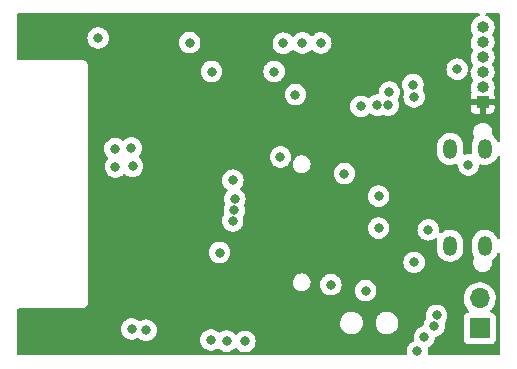
<source format=gbr>
%TF.GenerationSoftware,KiCad,Pcbnew,(6.0.0)*%
%TF.CreationDate,2022-02-04T16:42:34+08:00*%
%TF.ProjectId,screen,73637265-656e-42e6-9b69-6361645f7063,rev?*%
%TF.SameCoordinates,Original*%
%TF.FileFunction,Copper,L3,Inr*%
%TF.FilePolarity,Positive*%
%FSLAX46Y46*%
G04 Gerber Fmt 4.6, Leading zero omitted, Abs format (unit mm)*
G04 Created by KiCad (PCBNEW (6.0.0)) date 2022-02-04 16:42:34*
%MOMM*%
%LPD*%
G01*
G04 APERTURE LIST*
%TA.AperFunction,ComponentPad*%
%ADD10O,1.200000X1.700000*%
%TD*%
%TA.AperFunction,ComponentPad*%
%ADD11R,1.000000X1.000000*%
%TD*%
%TA.AperFunction,ComponentPad*%
%ADD12O,1.000000X1.000000*%
%TD*%
%TA.AperFunction,ComponentPad*%
%ADD13R,1.700000X1.700000*%
%TD*%
%TA.AperFunction,ComponentPad*%
%ADD14O,1.700000X1.700000*%
%TD*%
%TA.AperFunction,ViaPad*%
%ADD15C,0.800000*%
%TD*%
G04 APERTURE END LIST*
D10*
%TO.N,N/C*%
%TO.C,J1*%
X146150000Y-104899999D03*
X146150000Y-96700000D03*
X149090000Y-96700000D03*
X149090000Y-104899999D03*
%TD*%
D11*
%TO.N,+3V3*%
%TO.C,J2*%
X148900000Y-92760000D03*
D12*
%TO.N,GND*%
X148900000Y-91490000D03*
%TO.N,/nRST*%
X148900000Y-90220000D03*
%TO.N,/GPIO0*%
X148900000Y-88950000D03*
%TO.N,/TXD*%
X148900000Y-87680000D03*
%TO.N,/RXD*%
X148900000Y-86410000D03*
%TD*%
D13*
%TO.N,+BATT*%
%TO.C,J3*%
X148650000Y-111900000D03*
D14*
%TO.N,GND*%
X148650000Y-109360000D03*
%TD*%
D15*
%TO.N,+3V3*%
X137500000Y-106100000D03*
X126610000Y-88090000D03*
X117650000Y-111950000D03*
X122200000Y-112100000D03*
X142300000Y-103350000D03*
X128124463Y-104964780D03*
%TO.N,GND*%
X131783792Y-97379311D03*
X133050000Y-92100000D03*
X135200000Y-87725000D03*
X117770000Y-96680000D03*
X119160000Y-96630000D03*
X117810000Y-98220000D03*
X133650000Y-87725000D03*
X127225000Y-112975000D03*
X144300000Y-103550000D03*
X140100000Y-100700000D03*
X119200000Y-111950000D03*
X137200000Y-98800000D03*
X147700000Y-98050000D03*
X143000000Y-91250000D03*
X125900000Y-112875000D03*
X128775000Y-113000000D03*
X126625000Y-105475000D03*
X119260000Y-98170000D03*
X132025000Y-87750000D03*
%TO.N,/nRST*%
X127750000Y-99350000D03*
X146750000Y-89950000D03*
%TO.N,/GPIO0*%
X125950000Y-90150000D03*
X131250000Y-90150000D03*
X127881079Y-101904136D03*
%TO.N,/GPIO14*%
X127925000Y-100950000D03*
%TO.N,/GPIO13*%
X127742808Y-102792948D03*
%TO.N,Net-(R15-Pad2)*%
X116350000Y-87300000D03*
X124100000Y-87700000D03*
%TO.N,+BATT*%
X136050000Y-108200000D03*
X143100000Y-106300000D03*
X120400000Y-112050000D03*
X143100000Y-92300000D03*
%TO.N,Net-(D1-Pad1)*%
X143375000Y-113850000D03*
X138600000Y-93100000D03*
%TO.N,Net-(D1-Pad2)*%
X143975000Y-112625000D03*
X140000000Y-93000000D03*
%TO.N,Net-(D3-Pad1)*%
X140900000Y-93000000D03*
X144800000Y-111700000D03*
%TO.N,Net-(D3-Pad2)*%
X141000000Y-91900000D03*
X145000000Y-110800000D03*
%TO.N,Net-(C7-Pad1)*%
X139000000Y-108700000D03*
X140100000Y-103400000D03*
%TD*%
%TA.AperFunction,Conductor*%
%TO.N,+3V3*%
G36*
X148605715Y-85228002D02*
G01*
X148652208Y-85281658D01*
X148662312Y-85351932D01*
X148632818Y-85416512D01*
X148573168Y-85454874D01*
X148547120Y-85462540D01*
X148520381Y-85470410D01*
X148514923Y-85473263D01*
X148514919Y-85473265D01*
X148424147Y-85520720D01*
X148345110Y-85562040D01*
X148190975Y-85685968D01*
X148063846Y-85837474D01*
X148060879Y-85842872D01*
X148060875Y-85842877D01*
X148057397Y-85849204D01*
X147968567Y-86010787D01*
X147966706Y-86016654D01*
X147966705Y-86016656D01*
X147910627Y-86193436D01*
X147908765Y-86199306D01*
X147886719Y-86395851D01*
X147903268Y-86592934D01*
X147913436Y-86628393D01*
X147952050Y-86763056D01*
X147957783Y-86783050D01*
X147960602Y-86788535D01*
X148035301Y-86933882D01*
X148048187Y-86958956D01*
X148052016Y-86963787D01*
X148053839Y-86966088D01*
X148054414Y-86967509D01*
X148055353Y-86968966D01*
X148055076Y-86969144D01*
X148080474Y-87031898D01*
X148067301Y-87101662D01*
X148063846Y-87107474D01*
X147968567Y-87280787D01*
X147966706Y-87286654D01*
X147966705Y-87286656D01*
X147910627Y-87463436D01*
X147908765Y-87469306D01*
X147886719Y-87665851D01*
X147889987Y-87704771D01*
X147901498Y-87841852D01*
X147903268Y-87862934D01*
X147957783Y-88053050D01*
X148048187Y-88228956D01*
X148052016Y-88233787D01*
X148053839Y-88236088D01*
X148054414Y-88237509D01*
X148055353Y-88238966D01*
X148055076Y-88239144D01*
X148080474Y-88301898D01*
X148067301Y-88371662D01*
X148063846Y-88377474D01*
X147968567Y-88550787D01*
X147966706Y-88556654D01*
X147966705Y-88556656D01*
X147934398Y-88658500D01*
X147908765Y-88739306D01*
X147886719Y-88935851D01*
X147887235Y-88941995D01*
X147902043Y-89118342D01*
X147903268Y-89132934D01*
X147923835Y-89204658D01*
X147954974Y-89313253D01*
X147957783Y-89323050D01*
X147960602Y-89328535D01*
X148027239Y-89458195D01*
X148048187Y-89498956D01*
X148052016Y-89503787D01*
X148053839Y-89506088D01*
X148054414Y-89507509D01*
X148055353Y-89508966D01*
X148055076Y-89509144D01*
X148080474Y-89571898D01*
X148067301Y-89641662D01*
X148063846Y-89647474D01*
X147968567Y-89820787D01*
X147966706Y-89826654D01*
X147966705Y-89826656D01*
X147925495Y-89956568D01*
X147908765Y-90009306D01*
X147907767Y-90008989D01*
X147876813Y-90066330D01*
X147839326Y-90087034D01*
X147870635Y-90115769D01*
X147888684Y-90184434D01*
X147887949Y-90194885D01*
X147886719Y-90205851D01*
X147887235Y-90211995D01*
X147901444Y-90381206D01*
X147903268Y-90402934D01*
X147904967Y-90408858D01*
X147952907Y-90576045D01*
X147957783Y-90593050D01*
X147960602Y-90598535D01*
X148031886Y-90737237D01*
X148048187Y-90768956D01*
X148052016Y-90773787D01*
X148053839Y-90776088D01*
X148054414Y-90777509D01*
X148055353Y-90778966D01*
X148055076Y-90779144D01*
X148080474Y-90841898D01*
X148067301Y-90911662D01*
X148063846Y-90917474D01*
X147968567Y-91090787D01*
X147966706Y-91096654D01*
X147966705Y-91096656D01*
X147920144Y-91243435D01*
X147908765Y-91279306D01*
X147886719Y-91475851D01*
X147887235Y-91481995D01*
X147899941Y-91633307D01*
X147903268Y-91672934D01*
X147925906Y-91751881D01*
X147952688Y-91845281D01*
X147957783Y-91863050D01*
X147960602Y-91868535D01*
X147964402Y-91875929D01*
X147977750Y-91945660D01*
X147957667Y-91997468D01*
X147959521Y-91998483D01*
X147946677Y-92021942D01*
X147901522Y-92142394D01*
X147897895Y-92157649D01*
X147892369Y-92208514D01*
X147892000Y-92215328D01*
X147892000Y-92487885D01*
X147896475Y-92503124D01*
X147897865Y-92504329D01*
X147905548Y-92506000D01*
X149889884Y-92506000D01*
X149905123Y-92501525D01*
X149906328Y-92500135D01*
X149907999Y-92492452D01*
X149907999Y-92215331D01*
X149907629Y-92208510D01*
X149902105Y-92157648D01*
X149898479Y-92142396D01*
X149853324Y-92021946D01*
X149840478Y-91998483D01*
X149842602Y-91997320D01*
X149822313Y-91943007D01*
X149828429Y-91894183D01*
X149864346Y-91786212D01*
X149888197Y-91714513D01*
X149912985Y-91518295D01*
X149913380Y-91490000D01*
X149894080Y-91293167D01*
X149876184Y-91233891D01*
X149863385Y-91191500D01*
X149836916Y-91103831D01*
X149744066Y-90929204D01*
X149740167Y-90924424D01*
X149739715Y-90923743D01*
X149718676Y-90855935D01*
X149735105Y-90791775D01*
X149822723Y-90637542D01*
X149822725Y-90637537D01*
X149825769Y-90632179D01*
X149888197Y-90444513D01*
X149912985Y-90248295D01*
X149913380Y-90220000D01*
X149894080Y-90023167D01*
X149889800Y-90008989D01*
X149849621Y-89875911D01*
X149836916Y-89833831D01*
X149744066Y-89659204D01*
X149740167Y-89654424D01*
X149739715Y-89653743D01*
X149718676Y-89585935D01*
X149735105Y-89521775D01*
X149822723Y-89367542D01*
X149822725Y-89367537D01*
X149825769Y-89362179D01*
X149888197Y-89174513D01*
X149912985Y-88978295D01*
X149913380Y-88950000D01*
X149894080Y-88753167D01*
X149836916Y-88563831D01*
X149744066Y-88389204D01*
X149740167Y-88384424D01*
X149739715Y-88383743D01*
X149718676Y-88315935D01*
X149735105Y-88251775D01*
X149822723Y-88097542D01*
X149822725Y-88097537D01*
X149825769Y-88092179D01*
X149888197Y-87904513D01*
X149912985Y-87708295D01*
X149913380Y-87680000D01*
X149894080Y-87483167D01*
X149836916Y-87293831D01*
X149744066Y-87119204D01*
X149740167Y-87114424D01*
X149739715Y-87113743D01*
X149718676Y-87045935D01*
X149735105Y-86981775D01*
X149745906Y-86962763D01*
X149774310Y-86912763D01*
X149822723Y-86827542D01*
X149822725Y-86827537D01*
X149825769Y-86822179D01*
X149888197Y-86634513D01*
X149912985Y-86438295D01*
X149913380Y-86410000D01*
X149894080Y-86213167D01*
X149836916Y-86023831D01*
X149744066Y-85849204D01*
X149673709Y-85762938D01*
X149622960Y-85700713D01*
X149622957Y-85700710D01*
X149619065Y-85695938D01*
X149612724Y-85690692D01*
X149471425Y-85573799D01*
X149471421Y-85573797D01*
X149466675Y-85569870D01*
X149292701Y-85475802D01*
X149223449Y-85454365D01*
X149164289Y-85415114D01*
X149135742Y-85350109D01*
X149146871Y-85279990D01*
X149194142Y-85227019D01*
X149260708Y-85208000D01*
X150241000Y-85208000D01*
X150309121Y-85228002D01*
X150355614Y-85281658D01*
X150367000Y-85334000D01*
X150367000Y-95991464D01*
X150346998Y-96059585D01*
X150293342Y-96106078D01*
X150223068Y-96116182D01*
X150158488Y-96086688D01*
X150124730Y-96039267D01*
X150123908Y-96036466D01*
X150121164Y-96031138D01*
X150121163Y-96031135D01*
X150029804Y-95853751D01*
X150029802Y-95853748D01*
X150027058Y-95848420D01*
X149896396Y-95682080D01*
X149758627Y-95562530D01*
X149720288Y-95502779D01*
X149716095Y-95452448D01*
X149732762Y-95312673D01*
X149733596Y-95305680D01*
X149714636Y-95125288D01*
X149656182Y-94953579D01*
X149561138Y-94799088D01*
X149556207Y-94794053D01*
X149556205Y-94794050D01*
X149439157Y-94674525D01*
X149439156Y-94674524D01*
X149434229Y-94669493D01*
X149281762Y-94571235D01*
X149275142Y-94568826D01*
X149275139Y-94568824D01*
X149117934Y-94511606D01*
X149117933Y-94511606D01*
X149111315Y-94509197D01*
X148971231Y-94491500D01*
X148874390Y-94491500D01*
X148739745Y-94506603D01*
X148733092Y-94508920D01*
X148733091Y-94508920D01*
X148575106Y-94563936D01*
X148575103Y-94563938D01*
X148568448Y-94566255D01*
X148562469Y-94569991D01*
X148554367Y-94575054D01*
X148414624Y-94662374D01*
X148409628Y-94667335D01*
X148409627Y-94667336D01*
X148290915Y-94785222D01*
X148290912Y-94785226D01*
X148285918Y-94790185D01*
X148188727Y-94943334D01*
X148186362Y-94949976D01*
X148130243Y-95107575D01*
X148130242Y-95107580D01*
X148127881Y-95114210D01*
X148106404Y-95294320D01*
X148107140Y-95301323D01*
X148107140Y-95301324D01*
X148121772Y-95440533D01*
X148125364Y-95474712D01*
X148150102Y-95547379D01*
X148171890Y-95611381D01*
X148183818Y-95646421D01*
X148193696Y-95662477D01*
X148212354Y-95730978D01*
X148192230Y-95796847D01*
X148101380Y-95937548D01*
X148099137Y-95943114D01*
X148060793Y-96038259D01*
X148022314Y-96133737D01*
X147981772Y-96341337D01*
X147981500Y-96346899D01*
X147981500Y-97002846D01*
X147981784Y-97005820D01*
X147981784Y-97005825D01*
X147982547Y-97013816D01*
X147969107Y-97083529D01*
X147920110Y-97134908D01*
X147851114Y-97151642D01*
X147830919Y-97149031D01*
X147801950Y-97142873D01*
X147801943Y-97142872D01*
X147795487Y-97141500D01*
X147604513Y-97141500D01*
X147598061Y-97142872D01*
X147598056Y-97142872D01*
X147487731Y-97166323D01*
X147422676Y-97180151D01*
X147422674Y-97180151D01*
X147417712Y-97181206D01*
X147417519Y-97180299D01*
X147352273Y-97182166D01*
X147291474Y-97145506D01*
X147260145Y-97081796D01*
X147258571Y-97056189D01*
X147258387Y-97056185D01*
X147258425Y-97054643D01*
X147258500Y-97053101D01*
X147258500Y-96397154D01*
X147243452Y-96239434D01*
X147183908Y-96036466D01*
X147181162Y-96031135D01*
X147089804Y-95853751D01*
X147089802Y-95853748D01*
X147087058Y-95848420D01*
X146956396Y-95682080D01*
X146951865Y-95678148D01*
X146951862Y-95678145D01*
X146801167Y-95547379D01*
X146796637Y-95543448D01*
X146791451Y-95540448D01*
X146791447Y-95540445D01*
X146618742Y-95440533D01*
X146613546Y-95437527D01*
X146413729Y-95368139D01*
X146407794Y-95367278D01*
X146407792Y-95367278D01*
X146210336Y-95338648D01*
X146210333Y-95338648D01*
X146204396Y-95337787D01*
X145993101Y-95347567D01*
X145861923Y-95379181D01*
X145793299Y-95395719D01*
X145793297Y-95395720D01*
X145787466Y-95397125D01*
X145782008Y-95399607D01*
X145782004Y-95399608D01*
X145666959Y-95451916D01*
X145594913Y-95484674D01*
X145422389Y-95607054D01*
X145276119Y-95759850D01*
X145161380Y-95937548D01*
X145159137Y-95943114D01*
X145120793Y-96038259D01*
X145082314Y-96133737D01*
X145041772Y-96341337D01*
X145041500Y-96346899D01*
X145041500Y-97002846D01*
X145056548Y-97160566D01*
X145116092Y-97363534D01*
X145118836Y-97368861D01*
X145118836Y-97368862D01*
X145184340Y-97496045D01*
X145212942Y-97551580D01*
X145343604Y-97717920D01*
X145348135Y-97721852D01*
X145348138Y-97721855D01*
X145443642Y-97804729D01*
X145503363Y-97856552D01*
X145508549Y-97859552D01*
X145508553Y-97859555D01*
X145604957Y-97915326D01*
X145686454Y-97962473D01*
X145886271Y-98031861D01*
X145892206Y-98032722D01*
X145892208Y-98032722D01*
X146089664Y-98061352D01*
X146089667Y-98061352D01*
X146095604Y-98062213D01*
X146306899Y-98052433D01*
X146487609Y-98008882D01*
X146506701Y-98004281D01*
X146506703Y-98004280D01*
X146512534Y-98002875D01*
X146517998Y-98000391D01*
X146518000Y-98000390D01*
X146610090Y-97958519D01*
X146680381Y-97948531D01*
X146744913Y-97978132D01*
X146783197Y-98037922D01*
X146787552Y-98060048D01*
X146805054Y-98226565D01*
X146806458Y-98239928D01*
X146865473Y-98421556D01*
X146868776Y-98427278D01*
X146868777Y-98427279D01*
X146899120Y-98479834D01*
X146960960Y-98586944D01*
X146965378Y-98591851D01*
X146965379Y-98591852D01*
X147084325Y-98723955D01*
X147088747Y-98728866D01*
X147243248Y-98841118D01*
X147249276Y-98843802D01*
X147249278Y-98843803D01*
X147381674Y-98902749D01*
X147417712Y-98918794D01*
X147511113Y-98938647D01*
X147598056Y-98957128D01*
X147598061Y-98957128D01*
X147604513Y-98958500D01*
X147795487Y-98958500D01*
X147801939Y-98957128D01*
X147801944Y-98957128D01*
X147888887Y-98938647D01*
X147982288Y-98918794D01*
X148018326Y-98902749D01*
X148150722Y-98843803D01*
X148150724Y-98843802D01*
X148156752Y-98841118D01*
X148311253Y-98728866D01*
X148315675Y-98723955D01*
X148434621Y-98591852D01*
X148434622Y-98591851D01*
X148439040Y-98586944D01*
X148500880Y-98479834D01*
X148531223Y-98427279D01*
X148531224Y-98427278D01*
X148534527Y-98421556D01*
X148593542Y-98239928D01*
X148594947Y-98226565D01*
X148600564Y-98173114D01*
X148606233Y-98119176D01*
X148633246Y-98053520D01*
X148691467Y-98012890D01*
X148762413Y-98010187D01*
X148772877Y-98013320D01*
X148820600Y-98029892D01*
X148820603Y-98029893D01*
X148826271Y-98031861D01*
X148832206Y-98032722D01*
X148832208Y-98032722D01*
X149029664Y-98061352D01*
X149029667Y-98061352D01*
X149035604Y-98062213D01*
X149246899Y-98052433D01*
X149427609Y-98008882D01*
X149446701Y-98004281D01*
X149446703Y-98004280D01*
X149452534Y-98002875D01*
X149457992Y-98000393D01*
X149457996Y-98000392D01*
X149573041Y-97948084D01*
X149645087Y-97915326D01*
X149817611Y-97792946D01*
X149963881Y-97640150D01*
X150078620Y-97462452D01*
X150112127Y-97379311D01*
X150124134Y-97349517D01*
X150168149Y-97293811D01*
X150235294Y-97270744D01*
X150304251Y-97287641D01*
X150353126Y-97339136D01*
X150367000Y-97396615D01*
X150367000Y-104191463D01*
X150346998Y-104259584D01*
X150293342Y-104306077D01*
X150223068Y-104316181D01*
X150158488Y-104286687D01*
X150124730Y-104239266D01*
X150123908Y-104236465D01*
X150121164Y-104231137D01*
X150121163Y-104231134D01*
X150029804Y-104053750D01*
X150029802Y-104053747D01*
X150027058Y-104048419D01*
X149896396Y-103882079D01*
X149891865Y-103878147D01*
X149891862Y-103878144D01*
X149741167Y-103747378D01*
X149736637Y-103743447D01*
X149731451Y-103740447D01*
X149731447Y-103740444D01*
X149558742Y-103640532D01*
X149553546Y-103637526D01*
X149353729Y-103568138D01*
X149347794Y-103567277D01*
X149347792Y-103567277D01*
X149150336Y-103538647D01*
X149150333Y-103538647D01*
X149144396Y-103537786D01*
X148933101Y-103547566D01*
X148801923Y-103579180D01*
X148733299Y-103595718D01*
X148733297Y-103595719D01*
X148727466Y-103597124D01*
X148722008Y-103599606D01*
X148722004Y-103599607D01*
X148606959Y-103651915D01*
X148534913Y-103684673D01*
X148362389Y-103807053D01*
X148216119Y-103959849D01*
X148101380Y-104137547D01*
X148099137Y-104143113D01*
X148060793Y-104238258D01*
X148022314Y-104333736D01*
X147981772Y-104541336D01*
X147981500Y-104546898D01*
X147981500Y-105202845D01*
X147996548Y-105360565D01*
X148056092Y-105563533D01*
X148058836Y-105568860D01*
X148058836Y-105568861D01*
X148104934Y-105658365D01*
X148152942Y-105751579D01*
X148156644Y-105756292D01*
X148156646Y-105756295D01*
X148184988Y-105792375D01*
X148211339Y-105858301D01*
X148197865Y-105928007D01*
X148192621Y-105937142D01*
X148192503Y-105937384D01*
X148188727Y-105943334D01*
X148186362Y-105949976D01*
X148130243Y-106107575D01*
X148130242Y-106107580D01*
X148127881Y-106114210D01*
X148127048Y-106121198D01*
X148127047Y-106121201D01*
X148113852Y-106231860D01*
X148106404Y-106294320D01*
X148125364Y-106474712D01*
X148183818Y-106646421D01*
X148278862Y-106800912D01*
X148283793Y-106805947D01*
X148283795Y-106805950D01*
X148314147Y-106836944D01*
X148405771Y-106930507D01*
X148558238Y-107028765D01*
X148564858Y-107031174D01*
X148564861Y-107031176D01*
X148722066Y-107088394D01*
X148728685Y-107090803D01*
X148868769Y-107108500D01*
X148965610Y-107108500D01*
X149100255Y-107093397D01*
X149114622Y-107088394D01*
X149264894Y-107036064D01*
X149264897Y-107036062D01*
X149271552Y-107033745D01*
X149279522Y-107028765D01*
X149419402Y-106941359D01*
X149425376Y-106937626D01*
X149521821Y-106841852D01*
X149549085Y-106814778D01*
X149549088Y-106814774D01*
X149554082Y-106809815D01*
X149651273Y-106656666D01*
X149661672Y-106627463D01*
X149709757Y-106492425D01*
X149709758Y-106492420D01*
X149712119Y-106485790D01*
X149724317Y-106383500D01*
X149732762Y-106312673D01*
X149733596Y-106305680D01*
X149725631Y-106229893D01*
X149717640Y-106153866D01*
X149716540Y-106143404D01*
X149729312Y-106073565D01*
X149768950Y-106027464D01*
X149812718Y-105996417D01*
X149812726Y-105996410D01*
X149817611Y-105992945D01*
X149963881Y-105840149D01*
X150078620Y-105662451D01*
X150124134Y-105549516D01*
X150168149Y-105493810D01*
X150235294Y-105470743D01*
X150304251Y-105487640D01*
X150353126Y-105539135D01*
X150367000Y-105596614D01*
X150367000Y-114066000D01*
X150346998Y-114134121D01*
X150293342Y-114180614D01*
X150241000Y-114192000D01*
X144391110Y-114192000D01*
X144322989Y-114171998D01*
X144276496Y-114118342D01*
X144266392Y-114048068D01*
X144266992Y-114044698D01*
X144268542Y-114039928D01*
X144269231Y-114033373D01*
X144269232Y-114033368D01*
X144287814Y-113856565D01*
X144288504Y-113850000D01*
X144281515Y-113783500D01*
X144269232Y-113666635D01*
X144269232Y-113666633D01*
X144268542Y-113660072D01*
X144254979Y-113618329D01*
X144252951Y-113547363D01*
X144289614Y-113486565D01*
X144323563Y-113464287D01*
X144425722Y-113418803D01*
X144425724Y-113418802D01*
X144431752Y-113416118D01*
X144586253Y-113303866D01*
X144643514Y-113240271D01*
X144709621Y-113166852D01*
X144709622Y-113166851D01*
X144714040Y-113161944D01*
X144775093Y-113056197D01*
X144806223Y-113002279D01*
X144806224Y-113002278D01*
X144809527Y-112996556D01*
X144868542Y-112814928D01*
X144880549Y-112700684D01*
X144907562Y-112635028D01*
X144965783Y-112594398D01*
X144979662Y-112590608D01*
X144996899Y-112586944D01*
X145082288Y-112568794D01*
X145088319Y-112566109D01*
X145250722Y-112493803D01*
X145250724Y-112493802D01*
X145256752Y-112491118D01*
X145411253Y-112378866D01*
X145442850Y-112343774D01*
X145534621Y-112241852D01*
X145534622Y-112241851D01*
X145539040Y-112236944D01*
X145621333Y-112094409D01*
X145631223Y-112077279D01*
X145631224Y-112077278D01*
X145634527Y-112071556D01*
X145693542Y-111889928D01*
X145706501Y-111766635D01*
X145712814Y-111706565D01*
X145713504Y-111700000D01*
X145701389Y-111584729D01*
X145694233Y-111516642D01*
X145694232Y-111516635D01*
X145693542Y-111510072D01*
X145690489Y-111500677D01*
X145686750Y-111489167D01*
X145684724Y-111418199D01*
X145712948Y-111365922D01*
X145734621Y-111341852D01*
X145734622Y-111341851D01*
X145739040Y-111336944D01*
X145774200Y-111276045D01*
X145831223Y-111177279D01*
X145831224Y-111177278D01*
X145834527Y-111171556D01*
X145893542Y-110989928D01*
X145899601Y-110932285D01*
X145912814Y-110806565D01*
X145913504Y-110800000D01*
X145901600Y-110686739D01*
X145894232Y-110616635D01*
X145894232Y-110616633D01*
X145893542Y-110610072D01*
X145834527Y-110428444D01*
X145739040Y-110263056D01*
X145724707Y-110247137D01*
X145615675Y-110126045D01*
X145615674Y-110126044D01*
X145611253Y-110121134D01*
X145456752Y-110008882D01*
X145450724Y-110006198D01*
X145450722Y-110006197D01*
X145288319Y-109933891D01*
X145288318Y-109933891D01*
X145282288Y-109931206D01*
X145188888Y-109911353D01*
X145101944Y-109892872D01*
X145101939Y-109892872D01*
X145095487Y-109891500D01*
X144904513Y-109891500D01*
X144898061Y-109892872D01*
X144898056Y-109892872D01*
X144811113Y-109911353D01*
X144717712Y-109931206D01*
X144711682Y-109933891D01*
X144711681Y-109933891D01*
X144549278Y-110006197D01*
X144549276Y-110006198D01*
X144543248Y-110008882D01*
X144388747Y-110121134D01*
X144384326Y-110126044D01*
X144384325Y-110126045D01*
X144275294Y-110247137D01*
X144260960Y-110263056D01*
X144165473Y-110428444D01*
X144106458Y-110610072D01*
X144105768Y-110616633D01*
X144105768Y-110616635D01*
X144098400Y-110686739D01*
X144086496Y-110800000D01*
X144087186Y-110806565D01*
X144100400Y-110932285D01*
X144106458Y-110989928D01*
X144108500Y-110996212D01*
X144113250Y-111010833D01*
X144115276Y-111081801D01*
X144087052Y-111134078D01*
X144060960Y-111163056D01*
X144057657Y-111168777D01*
X143969366Y-111321702D01*
X143965473Y-111328444D01*
X143906458Y-111510072D01*
X143905768Y-111516633D01*
X143905768Y-111516635D01*
X143894451Y-111624315D01*
X143867438Y-111689972D01*
X143809217Y-111730602D01*
X143795337Y-111734392D01*
X143692712Y-111756206D01*
X143686682Y-111758891D01*
X143686681Y-111758891D01*
X143524278Y-111831197D01*
X143524276Y-111831198D01*
X143518248Y-111833882D01*
X143512907Y-111837762D01*
X143512906Y-111837763D01*
X143462843Y-111874136D01*
X143363747Y-111946134D01*
X143359326Y-111951044D01*
X143359325Y-111951045D01*
X143245664Y-112077279D01*
X143235960Y-112088056D01*
X143192700Y-112162985D01*
X143147166Y-112241852D01*
X143140473Y-112253444D01*
X143081458Y-112435072D01*
X143080768Y-112441633D01*
X143080768Y-112441635D01*
X143078517Y-112463056D01*
X143061496Y-112625000D01*
X143062186Y-112631565D01*
X143073983Y-112743803D01*
X143081458Y-112814928D01*
X143083497Y-112821203D01*
X143095021Y-112856669D01*
X143097049Y-112927637D01*
X143060386Y-112988435D01*
X143026437Y-113010713D01*
X142924278Y-113056197D01*
X142924276Y-113056198D01*
X142918248Y-113058882D01*
X142912907Y-113062762D01*
X142912906Y-113062763D01*
X142862843Y-113099136D01*
X142763747Y-113171134D01*
X142759326Y-113176044D01*
X142759325Y-113176045D01*
X142648657Y-113298955D01*
X142635960Y-113313056D01*
X142632659Y-113318774D01*
X142548647Y-113464287D01*
X142540473Y-113478444D01*
X142481458Y-113660072D01*
X142480768Y-113666633D01*
X142480768Y-113666635D01*
X142468485Y-113783500D01*
X142461496Y-113850000D01*
X142462186Y-113856565D01*
X142480768Y-114033368D01*
X142480769Y-114033373D01*
X142481458Y-114039928D01*
X142482000Y-114041597D01*
X142476733Y-114110597D01*
X142433915Y-114167229D01*
X142367277Y-114191721D01*
X142358890Y-114192000D01*
X109609000Y-114192000D01*
X109540879Y-114171998D01*
X109494386Y-114118342D01*
X109483000Y-114066000D01*
X109483000Y-111950000D01*
X118286496Y-111950000D01*
X118287186Y-111956565D01*
X118302770Y-112104834D01*
X118306458Y-112139928D01*
X118365473Y-112321556D01*
X118368776Y-112327278D01*
X118368777Y-112327279D01*
X118379476Y-112345810D01*
X118460960Y-112486944D01*
X118465378Y-112491851D01*
X118465379Y-112491852D01*
X118481476Y-112509729D01*
X118588747Y-112628866D01*
X118656784Y-112678298D01*
X118726385Y-112728866D01*
X118743248Y-112741118D01*
X118749276Y-112743802D01*
X118749278Y-112743803D01*
X118911681Y-112816109D01*
X118917712Y-112818794D01*
X119004479Y-112837237D01*
X119098056Y-112857128D01*
X119098061Y-112857128D01*
X119104513Y-112858500D01*
X119295487Y-112858500D01*
X119301939Y-112857128D01*
X119301944Y-112857128D01*
X119395521Y-112837237D01*
X119482288Y-112818794D01*
X119488319Y-112816109D01*
X119650722Y-112743803D01*
X119650724Y-112743802D01*
X119656752Y-112741118D01*
X119662093Y-112737237D01*
X119667811Y-112733936D01*
X119669308Y-112736528D01*
X119723846Y-112717000D01*
X119793016Y-112733002D01*
X119805238Y-112740847D01*
X119809306Y-112743803D01*
X119915842Y-112821206D01*
X119943248Y-112841118D01*
X119949276Y-112843802D01*
X119949278Y-112843803D01*
X120111681Y-112916109D01*
X120117712Y-112918794D01*
X120211113Y-112938647D01*
X120298056Y-112957128D01*
X120298061Y-112957128D01*
X120304513Y-112958500D01*
X120495487Y-112958500D01*
X120501939Y-112957128D01*
X120501944Y-112957128D01*
X120588887Y-112938647D01*
X120682288Y-112918794D01*
X120688319Y-112916109D01*
X120780652Y-112875000D01*
X124986496Y-112875000D01*
X124987186Y-112881565D01*
X124999288Y-112996705D01*
X125006458Y-113064928D01*
X125065473Y-113246556D01*
X125160960Y-113411944D01*
X125165378Y-113416851D01*
X125165379Y-113416852D01*
X125282520Y-113546950D01*
X125288747Y-113553866D01*
X125373002Y-113615081D01*
X125426385Y-113653866D01*
X125443248Y-113666118D01*
X125449276Y-113668802D01*
X125449278Y-113668803D01*
X125611681Y-113741109D01*
X125617712Y-113743794D01*
X125704479Y-113762237D01*
X125798056Y-113782128D01*
X125798061Y-113782128D01*
X125804513Y-113783500D01*
X125995487Y-113783500D01*
X126001939Y-113782128D01*
X126001944Y-113782128D01*
X126095521Y-113762237D01*
X126182288Y-113743794D01*
X126188319Y-113741109D01*
X126350722Y-113668803D01*
X126350724Y-113668802D01*
X126356752Y-113666118D01*
X126373616Y-113653866D01*
X126426998Y-113615081D01*
X126493865Y-113591223D01*
X126563017Y-113607303D01*
X126594695Y-113632706D01*
X126613747Y-113653866D01*
X126619089Y-113657747D01*
X126619091Y-113657749D01*
X126739410Y-113745166D01*
X126768248Y-113766118D01*
X126774276Y-113768802D01*
X126774278Y-113768803D01*
X126936681Y-113841109D01*
X126942712Y-113843794D01*
X127036113Y-113863647D01*
X127123056Y-113882128D01*
X127123061Y-113882128D01*
X127129513Y-113883500D01*
X127320487Y-113883500D01*
X127326939Y-113882128D01*
X127326944Y-113882128D01*
X127413887Y-113863647D01*
X127507288Y-113843794D01*
X127513319Y-113841109D01*
X127675722Y-113768803D01*
X127675724Y-113768802D01*
X127681752Y-113766118D01*
X127836253Y-113653866D01*
X127895110Y-113588498D01*
X127955555Y-113551260D01*
X128026539Y-113552612D01*
X128082379Y-113588498D01*
X128163747Y-113678866D01*
X128249417Y-113741109D01*
X128283839Y-113766118D01*
X128318248Y-113791118D01*
X128324276Y-113793802D01*
X128324278Y-113793803D01*
X128465245Y-113856565D01*
X128492712Y-113868794D01*
X128586112Y-113888647D01*
X128673056Y-113907128D01*
X128673061Y-113907128D01*
X128679513Y-113908500D01*
X128870487Y-113908500D01*
X128876939Y-113907128D01*
X128876944Y-113907128D01*
X128963888Y-113888647D01*
X129057288Y-113868794D01*
X129084755Y-113856565D01*
X129225722Y-113793803D01*
X129225724Y-113793802D01*
X129231752Y-113791118D01*
X129266162Y-113766118D01*
X129300583Y-113741109D01*
X129386253Y-113678866D01*
X129495307Y-113557749D01*
X129509621Y-113541852D01*
X129509622Y-113541851D01*
X129514040Y-113536944D01*
X129538953Y-113493794D01*
X129606223Y-113377279D01*
X129606224Y-113377278D01*
X129609527Y-113371556D01*
X129668542Y-113189928D01*
X129670518Y-113171134D01*
X129687814Y-113006565D01*
X129688504Y-113000000D01*
X129683998Y-112957128D01*
X129669232Y-112816635D01*
X129669232Y-112816633D01*
X129668542Y-112810072D01*
X129609527Y-112628444D01*
X129589871Y-112594398D01*
X129530665Y-112491852D01*
X129514040Y-112463056D01*
X129494753Y-112441635D01*
X129390675Y-112326045D01*
X129390671Y-112326041D01*
X129386253Y-112321134D01*
X129248610Y-112221130D01*
X129237094Y-112212763D01*
X129237093Y-112212762D01*
X129231752Y-112208882D01*
X129225724Y-112206198D01*
X129225722Y-112206197D01*
X129063319Y-112133891D01*
X129063318Y-112133891D01*
X129057288Y-112131206D01*
X128952305Y-112108891D01*
X128876944Y-112092872D01*
X128876939Y-112092872D01*
X128870487Y-112091500D01*
X128679513Y-112091500D01*
X128673061Y-112092872D01*
X128673056Y-112092872D01*
X128597695Y-112108891D01*
X128492712Y-112131206D01*
X128486682Y-112133891D01*
X128486681Y-112133891D01*
X128324278Y-112206197D01*
X128324276Y-112206198D01*
X128318248Y-112208882D01*
X128312907Y-112212762D01*
X128312906Y-112212763D01*
X128301390Y-112221130D01*
X128163747Y-112321134D01*
X128104890Y-112386502D01*
X128044445Y-112423740D01*
X127973461Y-112422388D01*
X127917621Y-112386502D01*
X127836253Y-112296134D01*
X127721503Y-112212763D01*
X127687094Y-112187763D01*
X127687093Y-112187762D01*
X127681752Y-112183882D01*
X127675724Y-112181198D01*
X127675722Y-112181197D01*
X127513319Y-112108891D01*
X127513318Y-112108891D01*
X127507288Y-112106206D01*
X127413888Y-112086353D01*
X127326944Y-112067872D01*
X127326939Y-112067872D01*
X127320487Y-112066500D01*
X127129513Y-112066500D01*
X127123061Y-112067872D01*
X127123056Y-112067872D01*
X127036112Y-112086353D01*
X126942712Y-112106206D01*
X126936682Y-112108891D01*
X126936681Y-112108891D01*
X126774278Y-112181197D01*
X126774276Y-112181198D01*
X126768248Y-112183882D01*
X126762907Y-112187762D01*
X126762906Y-112187763D01*
X126698002Y-112234919D01*
X126631135Y-112258777D01*
X126561983Y-112242697D01*
X126530305Y-112217294D01*
X126511253Y-112196134D01*
X126499732Y-112187763D01*
X126362094Y-112087763D01*
X126362093Y-112087762D01*
X126356752Y-112083882D01*
X126350724Y-112081198D01*
X126350722Y-112081197D01*
X126188319Y-112008891D01*
X126188318Y-112008891D01*
X126182288Y-112006206D01*
X126088888Y-111986353D01*
X126001944Y-111967872D01*
X126001939Y-111967872D01*
X125995487Y-111966500D01*
X125804513Y-111966500D01*
X125798061Y-111967872D01*
X125798056Y-111967872D01*
X125711113Y-111986353D01*
X125617712Y-112006206D01*
X125611682Y-112008891D01*
X125611681Y-112008891D01*
X125449278Y-112081197D01*
X125449276Y-112081198D01*
X125443248Y-112083882D01*
X125437907Y-112087762D01*
X125437906Y-112087763D01*
X125414410Y-112104834D01*
X125288747Y-112196134D01*
X125284329Y-112201041D01*
X125284325Y-112201045D01*
X125170664Y-112327279D01*
X125160960Y-112338056D01*
X125132023Y-112388177D01*
X125072166Y-112491852D01*
X125065473Y-112503444D01*
X125006458Y-112685072D01*
X125005768Y-112691633D01*
X125005768Y-112691635D01*
X124993320Y-112810072D01*
X124986496Y-112875000D01*
X120780652Y-112875000D01*
X120850722Y-112843803D01*
X120850724Y-112843802D01*
X120856752Y-112841118D01*
X120884159Y-112821206D01*
X120990694Y-112743803D01*
X121011253Y-112728866D01*
X121106826Y-112622721D01*
X121134621Y-112591852D01*
X121134622Y-112591851D01*
X121139040Y-112586944D01*
X121234527Y-112421556D01*
X121293542Y-112239928D01*
X121303393Y-112146206D01*
X121312814Y-112056565D01*
X121313504Y-112050000D01*
X121293542Y-111860072D01*
X121234527Y-111678444D01*
X121139040Y-111513056D01*
X121130701Y-111503794D01*
X121106633Y-111477064D01*
X136837707Y-111477064D01*
X136866825Y-111669599D01*
X136869028Y-111675585D01*
X136869029Y-111675591D01*
X136931860Y-111846360D01*
X136931862Y-111846365D01*
X136934063Y-111852346D01*
X136985200Y-111934821D01*
X137029461Y-112006206D01*
X137036674Y-112017840D01*
X137041055Y-112022473D01*
X137041056Y-112022474D01*
X137104312Y-112089366D01*
X137170466Y-112159322D01*
X137175696Y-112162984D01*
X137175697Y-112162985D01*
X137223039Y-112196134D01*
X137329975Y-112271011D01*
X137335838Y-112273548D01*
X137502825Y-112345810D01*
X137502829Y-112345811D01*
X137508684Y-112348345D01*
X137514931Y-112349650D01*
X137514934Y-112349651D01*
X137694557Y-112387176D01*
X137694562Y-112387177D01*
X137699293Y-112388165D01*
X137705685Y-112388500D01*
X137848663Y-112388500D01*
X137917951Y-112381462D01*
X137987378Y-112374410D01*
X137987379Y-112374410D01*
X137993727Y-112373765D01*
X138074843Y-112348345D01*
X138173451Y-112317444D01*
X138173456Y-112317442D01*
X138179541Y-112315535D01*
X138266475Y-112267346D01*
X138344271Y-112224223D01*
X138344274Y-112224221D01*
X138349850Y-112221130D01*
X138354691Y-112216981D01*
X138354695Y-112216978D01*
X138492855Y-112098560D01*
X138497698Y-112094409D01*
X138507947Y-112081197D01*
X138613131Y-111945594D01*
X138617046Y-111940547D01*
X138638865Y-111896206D01*
X138700200Y-111771556D01*
X138703018Y-111765829D01*
X138712194Y-111730602D01*
X138750492Y-111583575D01*
X138750492Y-111583572D01*
X138752102Y-111577393D01*
X138757360Y-111477064D01*
X139837707Y-111477064D01*
X139866825Y-111669599D01*
X139869028Y-111675585D01*
X139869029Y-111675591D01*
X139931860Y-111846360D01*
X139931862Y-111846365D01*
X139934063Y-111852346D01*
X139985200Y-111934821D01*
X140029461Y-112006206D01*
X140036674Y-112017840D01*
X140041055Y-112022473D01*
X140041056Y-112022474D01*
X140104312Y-112089366D01*
X140170466Y-112159322D01*
X140175696Y-112162984D01*
X140175697Y-112162985D01*
X140223039Y-112196134D01*
X140329975Y-112271011D01*
X140335838Y-112273548D01*
X140502825Y-112345810D01*
X140502829Y-112345811D01*
X140508684Y-112348345D01*
X140514931Y-112349650D01*
X140514934Y-112349651D01*
X140694557Y-112387176D01*
X140694562Y-112387177D01*
X140699293Y-112388165D01*
X140705685Y-112388500D01*
X140848663Y-112388500D01*
X140917951Y-112381462D01*
X140987378Y-112374410D01*
X140987379Y-112374410D01*
X140993727Y-112373765D01*
X141074843Y-112348345D01*
X141173451Y-112317444D01*
X141173456Y-112317442D01*
X141179541Y-112315535D01*
X141266475Y-112267346D01*
X141344271Y-112224223D01*
X141344274Y-112224221D01*
X141349850Y-112221130D01*
X141354691Y-112216981D01*
X141354695Y-112216978D01*
X141492855Y-112098560D01*
X141497698Y-112094409D01*
X141507947Y-112081197D01*
X141613131Y-111945594D01*
X141617046Y-111940547D01*
X141638865Y-111896206D01*
X141700200Y-111771556D01*
X141703018Y-111765829D01*
X141712194Y-111730602D01*
X141750492Y-111583575D01*
X141750492Y-111583572D01*
X141752102Y-111577393D01*
X141757694Y-111470683D01*
X141761959Y-111389317D01*
X141761959Y-111389313D01*
X141762293Y-111382936D01*
X141733175Y-111190401D01*
X141730972Y-111184415D01*
X141730971Y-111184409D01*
X141668140Y-111013640D01*
X141668138Y-111013635D01*
X141665937Y-111007654D01*
X141563326Y-110842160D01*
X141534525Y-110811703D01*
X141433919Y-110705315D01*
X141429534Y-110700678D01*
X141270025Y-110588989D01*
X141222013Y-110568212D01*
X141097175Y-110514190D01*
X141097171Y-110514189D01*
X141091316Y-110511655D01*
X141085069Y-110510350D01*
X141085066Y-110510349D01*
X140905443Y-110472824D01*
X140905438Y-110472823D01*
X140900707Y-110471835D01*
X140894315Y-110471500D01*
X140751337Y-110471500D01*
X140700813Y-110476632D01*
X140612622Y-110485590D01*
X140612621Y-110485590D01*
X140606273Y-110486235D01*
X140549939Y-110503889D01*
X140426549Y-110542556D01*
X140426544Y-110542558D01*
X140420459Y-110544465D01*
X140401526Y-110554960D01*
X140255729Y-110635777D01*
X140255726Y-110635779D01*
X140250150Y-110638870D01*
X140245309Y-110643019D01*
X140245305Y-110643022D01*
X140200578Y-110681358D01*
X140102302Y-110765591D01*
X140098391Y-110770633D01*
X140098390Y-110770634D01*
X140073056Y-110803295D01*
X139982954Y-110919453D01*
X139980138Y-110925176D01*
X139980136Y-110925179D01*
X139937989Y-111010833D01*
X139896982Y-111094171D01*
X139895373Y-111100349D01*
X139895372Y-111100351D01*
X139873477Y-111184409D01*
X139847898Y-111282607D01*
X139837707Y-111477064D01*
X138757360Y-111477064D01*
X138757694Y-111470683D01*
X138761959Y-111389317D01*
X138761959Y-111389313D01*
X138762293Y-111382936D01*
X138733175Y-111190401D01*
X138730972Y-111184415D01*
X138730971Y-111184409D01*
X138668140Y-111013640D01*
X138668138Y-111013635D01*
X138665937Y-111007654D01*
X138563326Y-110842160D01*
X138534525Y-110811703D01*
X138433919Y-110705315D01*
X138429534Y-110700678D01*
X138270025Y-110588989D01*
X138222013Y-110568212D01*
X138097175Y-110514190D01*
X138097171Y-110514189D01*
X138091316Y-110511655D01*
X138085069Y-110510350D01*
X138085066Y-110510349D01*
X137905443Y-110472824D01*
X137905438Y-110472823D01*
X137900707Y-110471835D01*
X137894315Y-110471500D01*
X137751337Y-110471500D01*
X137700813Y-110476632D01*
X137612622Y-110485590D01*
X137612621Y-110485590D01*
X137606273Y-110486235D01*
X137549939Y-110503889D01*
X137426549Y-110542556D01*
X137426544Y-110542558D01*
X137420459Y-110544465D01*
X137401526Y-110554960D01*
X137255729Y-110635777D01*
X137255726Y-110635779D01*
X137250150Y-110638870D01*
X137245309Y-110643019D01*
X137245305Y-110643022D01*
X137200578Y-110681358D01*
X137102302Y-110765591D01*
X137098391Y-110770633D01*
X137098390Y-110770634D01*
X137073056Y-110803295D01*
X136982954Y-110919453D01*
X136980138Y-110925176D01*
X136980136Y-110925179D01*
X136937989Y-111010833D01*
X136896982Y-111094171D01*
X136895373Y-111100349D01*
X136895372Y-111100351D01*
X136873477Y-111184409D01*
X136847898Y-111282607D01*
X136837707Y-111477064D01*
X121106633Y-111477064D01*
X121015675Y-111376045D01*
X121015674Y-111376044D01*
X121011253Y-111371134D01*
X120912157Y-111299136D01*
X120862094Y-111262763D01*
X120862093Y-111262762D01*
X120856752Y-111258882D01*
X120850724Y-111256198D01*
X120850722Y-111256197D01*
X120688319Y-111183891D01*
X120688318Y-111183891D01*
X120682288Y-111181206D01*
X120588887Y-111161353D01*
X120501944Y-111142872D01*
X120501939Y-111142872D01*
X120495487Y-111141500D01*
X120304513Y-111141500D01*
X120298061Y-111142872D01*
X120298056Y-111142872D01*
X120211112Y-111161353D01*
X120117712Y-111181206D01*
X120111682Y-111183891D01*
X120111681Y-111183891D01*
X119949278Y-111256197D01*
X119949276Y-111256198D01*
X119943248Y-111258882D01*
X119937907Y-111262763D01*
X119932189Y-111266064D01*
X119930692Y-111263472D01*
X119876154Y-111283000D01*
X119806984Y-111266998D01*
X119794762Y-111259153D01*
X119656752Y-111158882D01*
X119650724Y-111156198D01*
X119650722Y-111156197D01*
X119488319Y-111083891D01*
X119488318Y-111083891D01*
X119482288Y-111081206D01*
X119388887Y-111061353D01*
X119301944Y-111042872D01*
X119301939Y-111042872D01*
X119295487Y-111041500D01*
X119104513Y-111041500D01*
X119098061Y-111042872D01*
X119098056Y-111042872D01*
X119011113Y-111061353D01*
X118917712Y-111081206D01*
X118911682Y-111083891D01*
X118911681Y-111083891D01*
X118749278Y-111156197D01*
X118749276Y-111156198D01*
X118743248Y-111158882D01*
X118588747Y-111271134D01*
X118584326Y-111276044D01*
X118584325Y-111276045D01*
X118482335Y-111389317D01*
X118460960Y-111413056D01*
X118365473Y-111578444D01*
X118306458Y-111760072D01*
X118305768Y-111766633D01*
X118305768Y-111766635D01*
X118292810Y-111889928D01*
X118286496Y-111950000D01*
X109483000Y-111950000D01*
X109483000Y-110334000D01*
X109503002Y-110265879D01*
X109556658Y-110219386D01*
X109609000Y-110208000D01*
X114966298Y-110208000D01*
X114967069Y-110208002D01*
X115044652Y-110208476D01*
X115053281Y-110206010D01*
X115053286Y-110206009D01*
X115073048Y-110200361D01*
X115089809Y-110196783D01*
X115110152Y-110193870D01*
X115110162Y-110193867D01*
X115119045Y-110192595D01*
X115142395Y-110181979D01*
X115159907Y-110175536D01*
X115175937Y-110170954D01*
X115184565Y-110168488D01*
X115209548Y-110152726D01*
X115224614Y-110144596D01*
X115251510Y-110132367D01*
X115270939Y-110115626D01*
X115285947Y-110104521D01*
X115300039Y-110095630D01*
X115307631Y-110090840D01*
X115327182Y-110068703D01*
X115339374Y-110056659D01*
X115354949Y-110043239D01*
X115354950Y-110043237D01*
X115361747Y-110037381D01*
X115366626Y-110029853D01*
X115366629Y-110029850D01*
X115375696Y-110015861D01*
X115386986Y-110000987D01*
X115398012Y-109988502D01*
X115403956Y-109981772D01*
X115416510Y-109955034D01*
X115424824Y-109940065D01*
X115440893Y-109915273D01*
X115448239Y-109890709D01*
X115454901Y-109873264D01*
X115461983Y-109858179D01*
X115465799Y-109850052D01*
X115470343Y-109820870D01*
X115474126Y-109804151D01*
X115480014Y-109784464D01*
X115480015Y-109784461D01*
X115482587Y-109775859D01*
X115482797Y-109741444D01*
X115482830Y-109740672D01*
X115483000Y-109739577D01*
X115483000Y-109708702D01*
X115483002Y-109707932D01*
X115483452Y-109634284D01*
X115483452Y-109634283D01*
X115483476Y-109630348D01*
X115483092Y-109629004D01*
X115483000Y-109627659D01*
X115483000Y-108040862D01*
X132830497Y-108040862D01*
X132831737Y-108048078D01*
X132831737Y-108048080D01*
X132857842Y-108200000D01*
X132860134Y-108213340D01*
X132897560Y-108301298D01*
X132922474Y-108359848D01*
X132928654Y-108374373D01*
X133032383Y-108515324D01*
X133037961Y-108520063D01*
X133037964Y-108520066D01*
X133160176Y-108623893D01*
X133160180Y-108623896D01*
X133165755Y-108628632D01*
X133246572Y-108669899D01*
X133279435Y-108686680D01*
X133321616Y-108708219D01*
X133328721Y-108709958D01*
X133328725Y-108709959D01*
X133372172Y-108720590D01*
X133491606Y-108749815D01*
X133497206Y-108750162D01*
X133497210Y-108750163D01*
X133500709Y-108750380D01*
X133500718Y-108750380D01*
X133502648Y-108750500D01*
X133628822Y-108750500D01*
X133720369Y-108739827D01*
X133751556Y-108736191D01*
X133751558Y-108736191D01*
X133758828Y-108735343D01*
X133765705Y-108732847D01*
X133765708Y-108732846D01*
X133916452Y-108678128D01*
X133923331Y-108675631D01*
X134069685Y-108579677D01*
X134190040Y-108452628D01*
X134277939Y-108301298D01*
X134308619Y-108200000D01*
X135136496Y-108200000D01*
X135137186Y-108206565D01*
X135154035Y-108366870D01*
X135156458Y-108389928D01*
X135215473Y-108571556D01*
X135218776Y-108577278D01*
X135218777Y-108577279D01*
X135222478Y-108583689D01*
X135310960Y-108736944D01*
X135438747Y-108878866D01*
X135593248Y-108991118D01*
X135599276Y-108993802D01*
X135599278Y-108993803D01*
X135759799Y-109065271D01*
X135767712Y-109068794D01*
X135861112Y-109088647D01*
X135948056Y-109107128D01*
X135948061Y-109107128D01*
X135954513Y-109108500D01*
X136145487Y-109108500D01*
X136151939Y-109107128D01*
X136151944Y-109107128D01*
X136238887Y-109088647D01*
X136332288Y-109068794D01*
X136340201Y-109065271D01*
X136500722Y-108993803D01*
X136500724Y-108993802D01*
X136506752Y-108991118D01*
X136661253Y-108878866D01*
X136789040Y-108736944D01*
X136810370Y-108700000D01*
X138086496Y-108700000D01*
X138106458Y-108889928D01*
X138165473Y-109071556D01*
X138168776Y-109077278D01*
X138168777Y-109077279D01*
X138200568Y-109132342D01*
X138260960Y-109236944D01*
X138265378Y-109241851D01*
X138265379Y-109241852D01*
X138368740Y-109356646D01*
X138388747Y-109378866D01*
X138454433Y-109426590D01*
X138534452Y-109484727D01*
X138543248Y-109491118D01*
X138549276Y-109493802D01*
X138549278Y-109493803D01*
X138711681Y-109566109D01*
X138717712Y-109568794D01*
X138811113Y-109588647D01*
X138898056Y-109607128D01*
X138898061Y-109607128D01*
X138904513Y-109608500D01*
X139095487Y-109608500D01*
X139101939Y-109607128D01*
X139101944Y-109607128D01*
X139188888Y-109588647D01*
X139282288Y-109568794D01*
X139288319Y-109566109D01*
X139450722Y-109493803D01*
X139450724Y-109493802D01*
X139456752Y-109491118D01*
X139465549Y-109484727D01*
X139545567Y-109426590D01*
X139611253Y-109378866D01*
X139631260Y-109356646D01*
X139658228Y-109326695D01*
X147287251Y-109326695D01*
X147287548Y-109331848D01*
X147287548Y-109331851D01*
X147293011Y-109426590D01*
X147300110Y-109549715D01*
X147301247Y-109554761D01*
X147301248Y-109554767D01*
X147313358Y-109608500D01*
X147349222Y-109767639D01*
X147410673Y-109918976D01*
X147422160Y-109947264D01*
X147433266Y-109974616D01*
X147458541Y-110015861D01*
X147542415Y-110152731D01*
X147549987Y-110165088D01*
X147696250Y-110333938D01*
X147700230Y-110337242D01*
X147704981Y-110341187D01*
X147744616Y-110400090D01*
X147746113Y-110471071D01*
X147708997Y-110531593D01*
X147668724Y-110556112D01*
X147553295Y-110599385D01*
X147436739Y-110686739D01*
X147349385Y-110803295D01*
X147298255Y-110939684D01*
X147291500Y-111001866D01*
X147291500Y-112798134D01*
X147298255Y-112860316D01*
X147349385Y-112996705D01*
X147436739Y-113113261D01*
X147553295Y-113200615D01*
X147689684Y-113251745D01*
X147751866Y-113258500D01*
X149548134Y-113258500D01*
X149610316Y-113251745D01*
X149746705Y-113200615D01*
X149863261Y-113113261D01*
X149950615Y-112996705D01*
X150001745Y-112860316D01*
X150008500Y-112798134D01*
X150008500Y-111001866D01*
X150001745Y-110939684D01*
X149950615Y-110803295D01*
X149863261Y-110686739D01*
X149746705Y-110599385D01*
X149718974Y-110588989D01*
X149628203Y-110554960D01*
X149571439Y-110512318D01*
X149546739Y-110445756D01*
X149561947Y-110376408D01*
X149583493Y-110347727D01*
X149662722Y-110268774D01*
X149688096Y-110243489D01*
X149719087Y-110200361D01*
X149815435Y-110066277D01*
X149818453Y-110062077D01*
X149827764Y-110043239D01*
X149915136Y-109866453D01*
X149915137Y-109866451D01*
X149917430Y-109861811D01*
X149954568Y-109739577D01*
X149980865Y-109653023D01*
X149980865Y-109653021D01*
X149982370Y-109648069D01*
X150011529Y-109426590D01*
X150013156Y-109360000D01*
X149994852Y-109137361D01*
X149940431Y-108920702D01*
X149851354Y-108715840D01*
X149759830Y-108574365D01*
X149732822Y-108532617D01*
X149732820Y-108532614D01*
X149730014Y-108528277D01*
X149579670Y-108363051D01*
X149575619Y-108359852D01*
X149575615Y-108359848D01*
X149408414Y-108227800D01*
X149408410Y-108227798D01*
X149404359Y-108224598D01*
X149208789Y-108116638D01*
X149203920Y-108114914D01*
X149203916Y-108114912D01*
X149003087Y-108043795D01*
X149003083Y-108043794D01*
X148998212Y-108042069D01*
X148993119Y-108041162D01*
X148993116Y-108041161D01*
X148783373Y-108003800D01*
X148783367Y-108003799D01*
X148778284Y-108002894D01*
X148704452Y-108001992D01*
X148560081Y-108000228D01*
X148560079Y-108000228D01*
X148554911Y-108000165D01*
X148334091Y-108033955D01*
X148121756Y-108103357D01*
X147923607Y-108206507D01*
X147919474Y-108209610D01*
X147919471Y-108209612D01*
X147752831Y-108334729D01*
X147744965Y-108340635D01*
X147590629Y-108502138D01*
X147464743Y-108686680D01*
X147439133Y-108741852D01*
X147375534Y-108878866D01*
X147370688Y-108889305D01*
X147310989Y-109104570D01*
X147287251Y-109326695D01*
X139658228Y-109326695D01*
X139734621Y-109241852D01*
X139734622Y-109241851D01*
X139739040Y-109236944D01*
X139799432Y-109132342D01*
X139831223Y-109077279D01*
X139831224Y-109077278D01*
X139834527Y-109071556D01*
X139893542Y-108889928D01*
X139913504Y-108700000D01*
X139900606Y-108577279D01*
X139894232Y-108516635D01*
X139894232Y-108516633D01*
X139893542Y-108510072D01*
X139834527Y-108328444D01*
X139739040Y-108163056D01*
X139719013Y-108140813D01*
X139615675Y-108026045D01*
X139615674Y-108026044D01*
X139611253Y-108021134D01*
X139456752Y-107908882D01*
X139450724Y-107906198D01*
X139450722Y-107906197D01*
X139288319Y-107833891D01*
X139288318Y-107833891D01*
X139282288Y-107831206D01*
X139188887Y-107811353D01*
X139101944Y-107792872D01*
X139101939Y-107792872D01*
X139095487Y-107791500D01*
X138904513Y-107791500D01*
X138898061Y-107792872D01*
X138898056Y-107792872D01*
X138811113Y-107811353D01*
X138717712Y-107831206D01*
X138711682Y-107833891D01*
X138711681Y-107833891D01*
X138549278Y-107906197D01*
X138549276Y-107906198D01*
X138543248Y-107908882D01*
X138388747Y-108021134D01*
X138384326Y-108026044D01*
X138384325Y-108026045D01*
X138280988Y-108140813D01*
X138260960Y-108163056D01*
X138165473Y-108328444D01*
X138106458Y-108510072D01*
X138105768Y-108516633D01*
X138105768Y-108516635D01*
X138099394Y-108577279D01*
X138086496Y-108700000D01*
X136810370Y-108700000D01*
X136877522Y-108583689D01*
X136881223Y-108577279D01*
X136881224Y-108577278D01*
X136884527Y-108571556D01*
X136943542Y-108389928D01*
X136945966Y-108366870D01*
X136962814Y-108206565D01*
X136963504Y-108200000D01*
X136947537Y-108048080D01*
X136944232Y-108016635D01*
X136944232Y-108016633D01*
X136943542Y-108010072D01*
X136884527Y-107828444D01*
X136863990Y-107792872D01*
X136809620Y-107698702D01*
X136789040Y-107663056D01*
X136661253Y-107521134D01*
X136562157Y-107449136D01*
X136512094Y-107412763D01*
X136512093Y-107412762D01*
X136506752Y-107408882D01*
X136500724Y-107406198D01*
X136500722Y-107406197D01*
X136338319Y-107333891D01*
X136338318Y-107333891D01*
X136332288Y-107331206D01*
X136238888Y-107311353D01*
X136151944Y-107292872D01*
X136151939Y-107292872D01*
X136145487Y-107291500D01*
X135954513Y-107291500D01*
X135948061Y-107292872D01*
X135948056Y-107292872D01*
X135861112Y-107311353D01*
X135767712Y-107331206D01*
X135761682Y-107333891D01*
X135761681Y-107333891D01*
X135599278Y-107406197D01*
X135599276Y-107406198D01*
X135593248Y-107408882D01*
X135587907Y-107412762D01*
X135587906Y-107412763D01*
X135537843Y-107449136D01*
X135438747Y-107521134D01*
X135310960Y-107663056D01*
X135290380Y-107698702D01*
X135236011Y-107792872D01*
X135215473Y-107828444D01*
X135156458Y-108010072D01*
X135155768Y-108016633D01*
X135155768Y-108016635D01*
X135152463Y-108048080D01*
X135136496Y-108200000D01*
X134308619Y-108200000D01*
X134328667Y-108133807D01*
X134339503Y-107959138D01*
X134331535Y-107912763D01*
X134311106Y-107793875D01*
X134311105Y-107793873D01*
X134309866Y-107786660D01*
X134241346Y-107625627D01*
X134137617Y-107484676D01*
X134132039Y-107479937D01*
X134132036Y-107479934D01*
X134009824Y-107376107D01*
X134009820Y-107376104D01*
X134004245Y-107371368D01*
X133920062Y-107328382D01*
X133854900Y-107295108D01*
X133854898Y-107295107D01*
X133848384Y-107291781D01*
X133841279Y-107290042D01*
X133841275Y-107290041D01*
X133747741Y-107267154D01*
X133678394Y-107250185D01*
X133672794Y-107249838D01*
X133672790Y-107249837D01*
X133669291Y-107249620D01*
X133669282Y-107249620D01*
X133667352Y-107249500D01*
X133541178Y-107249500D01*
X133449631Y-107260173D01*
X133418444Y-107263809D01*
X133418442Y-107263809D01*
X133411172Y-107264657D01*
X133404295Y-107267153D01*
X133404292Y-107267154D01*
X133333441Y-107292872D01*
X133246669Y-107324369D01*
X133100315Y-107420323D01*
X132979960Y-107547372D01*
X132892061Y-107698702D01*
X132841333Y-107866193D01*
X132830497Y-108040862D01*
X115483000Y-108040862D01*
X115483000Y-105475000D01*
X125711496Y-105475000D01*
X125712186Y-105481565D01*
X125730613Y-105656885D01*
X125731458Y-105664928D01*
X125790473Y-105846556D01*
X125885960Y-106011944D01*
X125890378Y-106016851D01*
X125890379Y-106016852D01*
X125984335Y-106121201D01*
X126013747Y-106153866D01*
X126168248Y-106266118D01*
X126174276Y-106268802D01*
X126174278Y-106268803D01*
X126336681Y-106341109D01*
X126342712Y-106343794D01*
X126436112Y-106363647D01*
X126523056Y-106382128D01*
X126523061Y-106382128D01*
X126529513Y-106383500D01*
X126720487Y-106383500D01*
X126726939Y-106382128D01*
X126726944Y-106382128D01*
X126813888Y-106363647D01*
X126907288Y-106343794D01*
X126913319Y-106341109D01*
X127005652Y-106300000D01*
X142186496Y-106300000D01*
X142206458Y-106489928D01*
X142265473Y-106671556D01*
X142360960Y-106836944D01*
X142365378Y-106841851D01*
X142365379Y-106841852D01*
X142484325Y-106973955D01*
X142488747Y-106978866D01*
X142643248Y-107091118D01*
X142649276Y-107093802D01*
X142649278Y-107093803D01*
X142811681Y-107166109D01*
X142817712Y-107168794D01*
X142911113Y-107188647D01*
X142998056Y-107207128D01*
X142998061Y-107207128D01*
X143004513Y-107208500D01*
X143195487Y-107208500D01*
X143201939Y-107207128D01*
X143201944Y-107207128D01*
X143288888Y-107188647D01*
X143382288Y-107168794D01*
X143388319Y-107166109D01*
X143550722Y-107093803D01*
X143550724Y-107093802D01*
X143556752Y-107091118D01*
X143711253Y-106978866D01*
X143715675Y-106973955D01*
X143834621Y-106841852D01*
X143834622Y-106841851D01*
X143839040Y-106836944D01*
X143934527Y-106671556D01*
X143993542Y-106489928D01*
X144013504Y-106300000D01*
X144008534Y-106252709D01*
X143994232Y-106116635D01*
X143994232Y-106116633D01*
X143993542Y-106110072D01*
X143934527Y-105928444D01*
X143928451Y-105917919D01*
X143842341Y-105768774D01*
X143839040Y-105763056D01*
X143832953Y-105756295D01*
X143715675Y-105626045D01*
X143715674Y-105626044D01*
X143711253Y-105621134D01*
X143556752Y-105508882D01*
X143550724Y-105506198D01*
X143550722Y-105506197D01*
X143388319Y-105433891D01*
X143388318Y-105433891D01*
X143382288Y-105431206D01*
X143288888Y-105411353D01*
X143201944Y-105392872D01*
X143201939Y-105392872D01*
X143195487Y-105391500D01*
X143004513Y-105391500D01*
X142998061Y-105392872D01*
X142998056Y-105392872D01*
X142911113Y-105411353D01*
X142817712Y-105431206D01*
X142811682Y-105433891D01*
X142811681Y-105433891D01*
X142649278Y-105506197D01*
X142649276Y-105506198D01*
X142643248Y-105508882D01*
X142488747Y-105621134D01*
X142484326Y-105626044D01*
X142484325Y-105626045D01*
X142367048Y-105756295D01*
X142360960Y-105763056D01*
X142357659Y-105768774D01*
X142271550Y-105917919D01*
X142265473Y-105928444D01*
X142206458Y-106110072D01*
X142205768Y-106116633D01*
X142205768Y-106116635D01*
X142191466Y-106252709D01*
X142186496Y-106300000D01*
X127005652Y-106300000D01*
X127075722Y-106268803D01*
X127075724Y-106268802D01*
X127081752Y-106266118D01*
X127236253Y-106153866D01*
X127265665Y-106121201D01*
X127359621Y-106016852D01*
X127359622Y-106016851D01*
X127364040Y-106011944D01*
X127459527Y-105846556D01*
X127518542Y-105664928D01*
X127519388Y-105656885D01*
X127537814Y-105481565D01*
X127538504Y-105475000D01*
X127518542Y-105285072D01*
X127459527Y-105103444D01*
X127364040Y-104938056D01*
X127236253Y-104796134D01*
X127081752Y-104683882D01*
X127075724Y-104681198D01*
X127075722Y-104681197D01*
X126913319Y-104608891D01*
X126913318Y-104608891D01*
X126907288Y-104606206D01*
X126813887Y-104586353D01*
X126726944Y-104567872D01*
X126726939Y-104567872D01*
X126720487Y-104566500D01*
X126529513Y-104566500D01*
X126523061Y-104567872D01*
X126523056Y-104567872D01*
X126436113Y-104586353D01*
X126342712Y-104606206D01*
X126336682Y-104608891D01*
X126336681Y-104608891D01*
X126174278Y-104681197D01*
X126174276Y-104681198D01*
X126168248Y-104683882D01*
X126013747Y-104796134D01*
X125885960Y-104938056D01*
X125790473Y-105103444D01*
X125731458Y-105285072D01*
X125711496Y-105475000D01*
X115483000Y-105475000D01*
X115483000Y-102792948D01*
X126829304Y-102792948D01*
X126829994Y-102799513D01*
X126837522Y-102871134D01*
X126849266Y-102982876D01*
X126908281Y-103164504D01*
X127003768Y-103329892D01*
X127008186Y-103334799D01*
X127008187Y-103334800D01*
X127127133Y-103466903D01*
X127131555Y-103471814D01*
X127286056Y-103584066D01*
X127292084Y-103586750D01*
X127292086Y-103586751D01*
X127412881Y-103640532D01*
X127460520Y-103661742D01*
X127553920Y-103681595D01*
X127640864Y-103700076D01*
X127640869Y-103700076D01*
X127647321Y-103701448D01*
X127838295Y-103701448D01*
X127844747Y-103700076D01*
X127844752Y-103700076D01*
X127931696Y-103681595D01*
X128025096Y-103661742D01*
X128072735Y-103640532D01*
X128193530Y-103586751D01*
X128193532Y-103586750D01*
X128199560Y-103584066D01*
X128354061Y-103471814D01*
X128358483Y-103466903D01*
X128418723Y-103400000D01*
X139186496Y-103400000D01*
X139187186Y-103406565D01*
X139204375Y-103570105D01*
X139206458Y-103589928D01*
X139265473Y-103771556D01*
X139268776Y-103777278D01*
X139268777Y-103777279D01*
X139288465Y-103811380D01*
X139360960Y-103936944D01*
X139488747Y-104078866D01*
X139643248Y-104191118D01*
X139649276Y-104193802D01*
X139649278Y-104193803D01*
X139797026Y-104259584D01*
X139817712Y-104268794D01*
X139911112Y-104288647D01*
X139998056Y-104307128D01*
X139998061Y-104307128D01*
X140004513Y-104308500D01*
X140195487Y-104308500D01*
X140201939Y-104307128D01*
X140201944Y-104307128D01*
X140288888Y-104288647D01*
X140382288Y-104268794D01*
X140402974Y-104259584D01*
X140550722Y-104193803D01*
X140550724Y-104193802D01*
X140556752Y-104191118D01*
X140711253Y-104078866D01*
X140839040Y-103936944D01*
X140911535Y-103811380D01*
X140931223Y-103777279D01*
X140931224Y-103777278D01*
X140934527Y-103771556D01*
X140993542Y-103589928D01*
X140995626Y-103570105D01*
X140997739Y-103550000D01*
X143386496Y-103550000D01*
X143387186Y-103556565D01*
X143402414Y-103701448D01*
X143406458Y-103739928D01*
X143465473Y-103921556D01*
X143468776Y-103927278D01*
X143468777Y-103927279D01*
X143490488Y-103964884D01*
X143560960Y-104086944D01*
X143565378Y-104091851D01*
X143565379Y-104091852D01*
X143655069Y-104191463D01*
X143688747Y-104228866D01*
X143784020Y-104298086D01*
X143833088Y-104333736D01*
X143843248Y-104341118D01*
X143849276Y-104343802D01*
X143849278Y-104343803D01*
X144011681Y-104416109D01*
X144017712Y-104418794D01*
X144111112Y-104438647D01*
X144198056Y-104457128D01*
X144198061Y-104457128D01*
X144204513Y-104458500D01*
X144395487Y-104458500D01*
X144401939Y-104457128D01*
X144401944Y-104457128D01*
X144488888Y-104438647D01*
X144582288Y-104418794D01*
X144588319Y-104416109D01*
X144750722Y-104343803D01*
X144750724Y-104343802D01*
X144756752Y-104341118D01*
X144762094Y-104337237D01*
X144875352Y-104254950D01*
X144942220Y-104231091D01*
X145011371Y-104247172D01*
X145060852Y-104298086D01*
X145074951Y-104367668D01*
X145073077Y-104381033D01*
X145041772Y-104541336D01*
X145041500Y-104546898D01*
X145041500Y-105202845D01*
X145056548Y-105360565D01*
X145116092Y-105563533D01*
X145118836Y-105568860D01*
X145118836Y-105568861D01*
X145164934Y-105658365D01*
X145212942Y-105751579D01*
X145343604Y-105917919D01*
X145348135Y-105921851D01*
X145348138Y-105921854D01*
X145451958Y-106011944D01*
X145503363Y-106056551D01*
X145508549Y-106059551D01*
X145508553Y-106059554D01*
X145622179Y-106125288D01*
X145686454Y-106162472D01*
X145886271Y-106231860D01*
X145892206Y-106232721D01*
X145892208Y-106232721D01*
X146089664Y-106261351D01*
X146089667Y-106261351D01*
X146095604Y-106262212D01*
X146306899Y-106252432D01*
X146438077Y-106220818D01*
X146506701Y-106204280D01*
X146506703Y-106204279D01*
X146512534Y-106202874D01*
X146517992Y-106200392D01*
X146517996Y-106200391D01*
X146643331Y-106143404D01*
X146705087Y-106115325D01*
X146858888Y-106006226D01*
X146872725Y-105996411D01*
X146872726Y-105996410D01*
X146877611Y-105992945D01*
X147023881Y-105840149D01*
X147138620Y-105662451D01*
X147206584Y-105493810D01*
X147215442Y-105471831D01*
X147215443Y-105471828D01*
X147217686Y-105466262D01*
X147258228Y-105258662D01*
X147258500Y-105253100D01*
X147258500Y-104597153D01*
X147243452Y-104439433D01*
X147183908Y-104236465D01*
X147161936Y-104193803D01*
X147089804Y-104053750D01*
X147089802Y-104053747D01*
X147087058Y-104048419D01*
X146956396Y-103882079D01*
X146951865Y-103878147D01*
X146951862Y-103878144D01*
X146801167Y-103747378D01*
X146796637Y-103743447D01*
X146791451Y-103740447D01*
X146791447Y-103740444D01*
X146618742Y-103640532D01*
X146613546Y-103637526D01*
X146413729Y-103568138D01*
X146407794Y-103567277D01*
X146407792Y-103567277D01*
X146210336Y-103538647D01*
X146210333Y-103538647D01*
X146204396Y-103537786D01*
X145993101Y-103547566D01*
X145861923Y-103579180D01*
X145793299Y-103595718D01*
X145793297Y-103595719D01*
X145787466Y-103597124D01*
X145782008Y-103599606D01*
X145782004Y-103599607D01*
X145666959Y-103651915D01*
X145594913Y-103684673D01*
X145422389Y-103807053D01*
X145418248Y-103811379D01*
X145418242Y-103811384D01*
X145412244Y-103817650D01*
X145350690Y-103853027D01*
X145279780Y-103849510D01*
X145222029Y-103808214D01*
X145195772Y-103742251D01*
X145195915Y-103717351D01*
X145212814Y-103556565D01*
X145213504Y-103550000D01*
X145205695Y-103475697D01*
X145194232Y-103366635D01*
X145194232Y-103366633D01*
X145193542Y-103360072D01*
X145134527Y-103178444D01*
X145039040Y-103013056D01*
X145005957Y-102976313D01*
X144915675Y-102876045D01*
X144915674Y-102876044D01*
X144911253Y-102871134D01*
X144756752Y-102758882D01*
X144750724Y-102756198D01*
X144750722Y-102756197D01*
X144588319Y-102683891D01*
X144588318Y-102683891D01*
X144582288Y-102681206D01*
X144488888Y-102661353D01*
X144401944Y-102642872D01*
X144401939Y-102642872D01*
X144395487Y-102641500D01*
X144204513Y-102641500D01*
X144198061Y-102642872D01*
X144198056Y-102642872D01*
X144111112Y-102661353D01*
X144017712Y-102681206D01*
X144011682Y-102683891D01*
X144011681Y-102683891D01*
X143849278Y-102756197D01*
X143849276Y-102756198D01*
X143843248Y-102758882D01*
X143688747Y-102871134D01*
X143684326Y-102876044D01*
X143684325Y-102876045D01*
X143594044Y-102976313D01*
X143560960Y-103013056D01*
X143465473Y-103178444D01*
X143406458Y-103360072D01*
X143405768Y-103366633D01*
X143405768Y-103366635D01*
X143394305Y-103475697D01*
X143386496Y-103550000D01*
X140997739Y-103550000D01*
X141012814Y-103406565D01*
X141013504Y-103400000D01*
X141006651Y-103334800D01*
X140994232Y-103216635D01*
X140994232Y-103216633D01*
X140993542Y-103210072D01*
X140934527Y-103028444D01*
X140839040Y-102863056D01*
X140770004Y-102786383D01*
X140715675Y-102726045D01*
X140715674Y-102726044D01*
X140711253Y-102721134D01*
X140556752Y-102608882D01*
X140550724Y-102606198D01*
X140550722Y-102606197D01*
X140388319Y-102533891D01*
X140388318Y-102533891D01*
X140382288Y-102531206D01*
X140288887Y-102511353D01*
X140201944Y-102492872D01*
X140201939Y-102492872D01*
X140195487Y-102491500D01*
X140004513Y-102491500D01*
X139998061Y-102492872D01*
X139998056Y-102492872D01*
X139911112Y-102511353D01*
X139817712Y-102531206D01*
X139811682Y-102533891D01*
X139811681Y-102533891D01*
X139649278Y-102606197D01*
X139649276Y-102606198D01*
X139643248Y-102608882D01*
X139488747Y-102721134D01*
X139484326Y-102726044D01*
X139484325Y-102726045D01*
X139429997Y-102786383D01*
X139360960Y-102863056D01*
X139265473Y-103028444D01*
X139206458Y-103210072D01*
X139205768Y-103216633D01*
X139205768Y-103216635D01*
X139193349Y-103334800D01*
X139186496Y-103400000D01*
X128418723Y-103400000D01*
X128477429Y-103334800D01*
X128477430Y-103334799D01*
X128481848Y-103329892D01*
X128577335Y-103164504D01*
X128636350Y-102982876D01*
X128648095Y-102871134D01*
X128655622Y-102799513D01*
X128656312Y-102792948D01*
X128644568Y-102681206D01*
X128637040Y-102609583D01*
X128637040Y-102609581D01*
X128636350Y-102603020D01*
X128614171Y-102534760D01*
X128612143Y-102463794D01*
X128624885Y-102432825D01*
X128712302Y-102281415D01*
X128712303Y-102281414D01*
X128715606Y-102275692D01*
X128774621Y-102094064D01*
X128794583Y-101904136D01*
X128774621Y-101714208D01*
X128715606Y-101532580D01*
X128712302Y-101526857D01*
X128709618Y-101520829D01*
X128711099Y-101520170D01*
X128696283Y-101459117D01*
X128713022Y-101402105D01*
X128756223Y-101327279D01*
X128756224Y-101327278D01*
X128759527Y-101321556D01*
X128818542Y-101139928D01*
X128838504Y-100950000D01*
X128832190Y-100889928D01*
X128819232Y-100766635D01*
X128819232Y-100766633D01*
X128818542Y-100760072D01*
X128799023Y-100700000D01*
X139186496Y-100700000D01*
X139187186Y-100706565D01*
X139193500Y-100766635D01*
X139206458Y-100889928D01*
X139265473Y-101071556D01*
X139360960Y-101236944D01*
X139365378Y-101241851D01*
X139365379Y-101241852D01*
X139448319Y-101333966D01*
X139488747Y-101378866D01*
X139643248Y-101491118D01*
X139649276Y-101493802D01*
X139649278Y-101493803D01*
X139750490Y-101538865D01*
X139817712Y-101568794D01*
X139911112Y-101588647D01*
X139998056Y-101607128D01*
X139998061Y-101607128D01*
X140004513Y-101608500D01*
X140195487Y-101608500D01*
X140201939Y-101607128D01*
X140201944Y-101607128D01*
X140288887Y-101588647D01*
X140382288Y-101568794D01*
X140449510Y-101538865D01*
X140550722Y-101493803D01*
X140550724Y-101493802D01*
X140556752Y-101491118D01*
X140711253Y-101378866D01*
X140751681Y-101333966D01*
X140834621Y-101241852D01*
X140834622Y-101241851D01*
X140839040Y-101236944D01*
X140934527Y-101071556D01*
X140993542Y-100889928D01*
X141006501Y-100766635D01*
X141012814Y-100706565D01*
X141013504Y-100700000D01*
X140993542Y-100510072D01*
X140934527Y-100328444D01*
X140839040Y-100163056D01*
X140799630Y-100119286D01*
X140715675Y-100026045D01*
X140715674Y-100026044D01*
X140711253Y-100021134D01*
X140556752Y-99908882D01*
X140550724Y-99906198D01*
X140550722Y-99906197D01*
X140388319Y-99833891D01*
X140388318Y-99833891D01*
X140382288Y-99831206D01*
X140288888Y-99811353D01*
X140201944Y-99792872D01*
X140201939Y-99792872D01*
X140195487Y-99791500D01*
X140004513Y-99791500D01*
X139998061Y-99792872D01*
X139998056Y-99792872D01*
X139911112Y-99811353D01*
X139817712Y-99831206D01*
X139811682Y-99833891D01*
X139811681Y-99833891D01*
X139649278Y-99906197D01*
X139649276Y-99906198D01*
X139643248Y-99908882D01*
X139488747Y-100021134D01*
X139484326Y-100026044D01*
X139484325Y-100026045D01*
X139400371Y-100119286D01*
X139360960Y-100163056D01*
X139265473Y-100328444D01*
X139206458Y-100510072D01*
X139186496Y-100700000D01*
X128799023Y-100700000D01*
X128759527Y-100578444D01*
X128664040Y-100413056D01*
X128536253Y-100271134D01*
X128411799Y-100180712D01*
X128368446Y-100124492D01*
X128362371Y-100053756D01*
X128392225Y-99994468D01*
X128484621Y-99891852D01*
X128484622Y-99891851D01*
X128489040Y-99886944D01*
X128584527Y-99721556D01*
X128643542Y-99539928D01*
X128663504Y-99350000D01*
X128643542Y-99160072D01*
X128584527Y-98978444D01*
X128489040Y-98813056D01*
X128483196Y-98806565D01*
X128477285Y-98800000D01*
X136286496Y-98800000D01*
X136287186Y-98806565D01*
X136303011Y-98957128D01*
X136306458Y-98989928D01*
X136365473Y-99171556D01*
X136460960Y-99336944D01*
X136465378Y-99341851D01*
X136465379Y-99341852D01*
X136478627Y-99356565D01*
X136588747Y-99478866D01*
X136743248Y-99591118D01*
X136749276Y-99593802D01*
X136749278Y-99593803D01*
X136911681Y-99666109D01*
X136917712Y-99668794D01*
X137011112Y-99688647D01*
X137098056Y-99707128D01*
X137098061Y-99707128D01*
X137104513Y-99708500D01*
X137295487Y-99708500D01*
X137301939Y-99707128D01*
X137301944Y-99707128D01*
X137388888Y-99688647D01*
X137482288Y-99668794D01*
X137488319Y-99666109D01*
X137650722Y-99593803D01*
X137650724Y-99593802D01*
X137656752Y-99591118D01*
X137811253Y-99478866D01*
X137921373Y-99356565D01*
X137934621Y-99341852D01*
X137934622Y-99341851D01*
X137939040Y-99336944D01*
X138034527Y-99171556D01*
X138093542Y-98989928D01*
X138096990Y-98957128D01*
X138112814Y-98806565D01*
X138113504Y-98800000D01*
X138107774Y-98745481D01*
X138094232Y-98616635D01*
X138094232Y-98616633D01*
X138093542Y-98610072D01*
X138034527Y-98428444D01*
X138027462Y-98416206D01*
X137942341Y-98268774D01*
X137939040Y-98263056D01*
X137926814Y-98249477D01*
X137815675Y-98126045D01*
X137815674Y-98126044D01*
X137811253Y-98121134D01*
X137688380Y-98031861D01*
X137662094Y-98012763D01*
X137662093Y-98012762D01*
X137656752Y-98008882D01*
X137650724Y-98006198D01*
X137650722Y-98006197D01*
X137488319Y-97933891D01*
X137488318Y-97933891D01*
X137482288Y-97931206D01*
X137385049Y-97910537D01*
X137301944Y-97892872D01*
X137301939Y-97892872D01*
X137295487Y-97891500D01*
X137104513Y-97891500D01*
X137098061Y-97892872D01*
X137098056Y-97892872D01*
X137014951Y-97910537D01*
X136917712Y-97931206D01*
X136911682Y-97933891D01*
X136911681Y-97933891D01*
X136749278Y-98006197D01*
X136749276Y-98006198D01*
X136743248Y-98008882D01*
X136737907Y-98012762D01*
X136737906Y-98012763D01*
X136711620Y-98031861D01*
X136588747Y-98121134D01*
X136584326Y-98126044D01*
X136584325Y-98126045D01*
X136473187Y-98249477D01*
X136460960Y-98263056D01*
X136457659Y-98268774D01*
X136372539Y-98416206D01*
X136365473Y-98428444D01*
X136306458Y-98610072D01*
X136305768Y-98616633D01*
X136305768Y-98616635D01*
X136292226Y-98745481D01*
X136286496Y-98800000D01*
X128477285Y-98800000D01*
X128365675Y-98676045D01*
X128365674Y-98676044D01*
X128361253Y-98671134D01*
X128235374Y-98579677D01*
X128212094Y-98562763D01*
X128212093Y-98562762D01*
X128206752Y-98558882D01*
X128200724Y-98556198D01*
X128200722Y-98556197D01*
X128038319Y-98483891D01*
X128038318Y-98483891D01*
X128032288Y-98481206D01*
X127938888Y-98461353D01*
X127851944Y-98442872D01*
X127851939Y-98442872D01*
X127845487Y-98441500D01*
X127654513Y-98441500D01*
X127648061Y-98442872D01*
X127648056Y-98442872D01*
X127561112Y-98461353D01*
X127467712Y-98481206D01*
X127461682Y-98483891D01*
X127461681Y-98483891D01*
X127299278Y-98556197D01*
X127299276Y-98556198D01*
X127293248Y-98558882D01*
X127287907Y-98562762D01*
X127287906Y-98562763D01*
X127264626Y-98579677D01*
X127138747Y-98671134D01*
X127134326Y-98676044D01*
X127134325Y-98676045D01*
X127016805Y-98806565D01*
X127010960Y-98813056D01*
X126915473Y-98978444D01*
X126856458Y-99160072D01*
X126836496Y-99350000D01*
X126856458Y-99539928D01*
X126915473Y-99721556D01*
X127010960Y-99886944D01*
X127015378Y-99891851D01*
X127015379Y-99891852D01*
X127107775Y-99994468D01*
X127138747Y-100028866D01*
X127263201Y-100119288D01*
X127306554Y-100175508D01*
X127312629Y-100246244D01*
X127282775Y-100305532D01*
X127185960Y-100413056D01*
X127090473Y-100578444D01*
X127031458Y-100760072D01*
X127030768Y-100766633D01*
X127030768Y-100766635D01*
X127017810Y-100889928D01*
X127011496Y-100950000D01*
X127031458Y-101139928D01*
X127090473Y-101321556D01*
X127093777Y-101327279D01*
X127096461Y-101333307D01*
X127094980Y-101333966D01*
X127109796Y-101395019D01*
X127093057Y-101452031D01*
X127046552Y-101532580D01*
X126987537Y-101714208D01*
X126967575Y-101904136D01*
X126987537Y-102094064D01*
X126989576Y-102100339D01*
X127009716Y-102162322D01*
X127011744Y-102233290D01*
X126999002Y-102264259D01*
X126908281Y-102421392D01*
X126849266Y-102603020D01*
X126848576Y-102609581D01*
X126848576Y-102609583D01*
X126841048Y-102681206D01*
X126829304Y-102792948D01*
X115483000Y-102792948D01*
X115483000Y-96680000D01*
X116856496Y-96680000D01*
X116876458Y-96869928D01*
X116935473Y-97051556D01*
X117030960Y-97216944D01*
X117035378Y-97221851D01*
X117035379Y-97221852D01*
X117150329Y-97349517D01*
X117158747Y-97358866D01*
X117164090Y-97362748D01*
X117168931Y-97366265D01*
X117212284Y-97422489D01*
X117218358Y-97493225D01*
X117188504Y-97552510D01*
X117179351Y-97562676D01*
X117070960Y-97683056D01*
X117045468Y-97727209D01*
X116981255Y-97838430D01*
X116975473Y-97848444D01*
X116916458Y-98030072D01*
X116915768Y-98036633D01*
X116915768Y-98036635D01*
X116913504Y-98058177D01*
X116896496Y-98220000D01*
X116916458Y-98409928D01*
X116975473Y-98591556D01*
X116978776Y-98597278D01*
X116978777Y-98597279D01*
X116986163Y-98610072D01*
X117070960Y-98756944D01*
X117075378Y-98761851D01*
X117075379Y-98761852D01*
X117147477Y-98841925D01*
X117198747Y-98898866D01*
X117280826Y-98958500D01*
X117324083Y-98989928D01*
X117353248Y-99011118D01*
X117359276Y-99013802D01*
X117359278Y-99013803D01*
X117504591Y-99078500D01*
X117527712Y-99088794D01*
X117621112Y-99108647D01*
X117708056Y-99127128D01*
X117708061Y-99127128D01*
X117714513Y-99128500D01*
X117905487Y-99128500D01*
X117911939Y-99127128D01*
X117911944Y-99127128D01*
X117998888Y-99108647D01*
X118092288Y-99088794D01*
X118115409Y-99078500D01*
X118260722Y-99013803D01*
X118260724Y-99013802D01*
X118266752Y-99011118D01*
X118295918Y-98989928D01*
X118339174Y-98958500D01*
X118421253Y-98898866D01*
X118464127Y-98851250D01*
X118524569Y-98814012D01*
X118595552Y-98815363D01*
X118642070Y-98841925D01*
X118644328Y-98843958D01*
X118648747Y-98848866D01*
X118654089Y-98852747D01*
X118654091Y-98852749D01*
X118797756Y-98957128D01*
X118803248Y-98961118D01*
X118809276Y-98963802D01*
X118809278Y-98963803D01*
X118882057Y-98996206D01*
X118977712Y-99038794D01*
X119071113Y-99058647D01*
X119158056Y-99077128D01*
X119158061Y-99077128D01*
X119164513Y-99078500D01*
X119355487Y-99078500D01*
X119361939Y-99077128D01*
X119361944Y-99077128D01*
X119448888Y-99058647D01*
X119542288Y-99038794D01*
X119637943Y-98996206D01*
X119710722Y-98963803D01*
X119710724Y-98963802D01*
X119716752Y-98961118D01*
X119871253Y-98848866D01*
X119902636Y-98814012D01*
X119994621Y-98711852D01*
X119994622Y-98711851D01*
X119999040Y-98706944D01*
X120069288Y-98585271D01*
X120091223Y-98547279D01*
X120091224Y-98547278D01*
X120094527Y-98541556D01*
X120153542Y-98359928D01*
X120173504Y-98170000D01*
X120161235Y-98053266D01*
X120154232Y-97986635D01*
X120154232Y-97986633D01*
X120153542Y-97980072D01*
X120094527Y-97798444D01*
X120087724Y-97786660D01*
X120042787Y-97708828D01*
X119999040Y-97633056D01*
X119955806Y-97585039D01*
X119875675Y-97496045D01*
X119875674Y-97496044D01*
X119871253Y-97491134D01*
X119824799Y-97457383D01*
X119781445Y-97401160D01*
X119779569Y-97379311D01*
X130870288Y-97379311D01*
X130870978Y-97385876D01*
X130888890Y-97556295D01*
X130890250Y-97569239D01*
X130949265Y-97750867D01*
X131044752Y-97916255D01*
X131049170Y-97921162D01*
X131049171Y-97921163D01*
X131163448Y-98048080D01*
X131172539Y-98058177D01*
X131253847Y-98117251D01*
X131317414Y-98163435D01*
X131327040Y-98170429D01*
X131333068Y-98173113D01*
X131333070Y-98173114D01*
X131483138Y-98239928D01*
X131501504Y-98248105D01*
X131571843Y-98263056D01*
X131681848Y-98286439D01*
X131681853Y-98286439D01*
X131688305Y-98287811D01*
X131879279Y-98287811D01*
X131885731Y-98286439D01*
X131885736Y-98286439D01*
X131995741Y-98263056D01*
X132066080Y-98248105D01*
X132084446Y-98239928D01*
X132234514Y-98173114D01*
X132234516Y-98173113D01*
X132240544Y-98170429D01*
X132250171Y-98163435D01*
X132313737Y-98117251D01*
X132395045Y-98058177D01*
X132404136Y-98048080D01*
X132518413Y-97921163D01*
X132518414Y-97921162D01*
X132522832Y-97916255D01*
X132614304Y-97757821D01*
X132638125Y-97735108D01*
X132810803Y-97735108D01*
X132842493Y-97779610D01*
X132843906Y-97851832D01*
X132844751Y-97851984D01*
X132843992Y-97856204D01*
X132844014Y-97857341D01*
X132841333Y-97866193D01*
X132830497Y-98040862D01*
X132831737Y-98048078D01*
X132831737Y-98048080D01*
X132853222Y-98173114D01*
X132860134Y-98213340D01*
X132928654Y-98374373D01*
X133032383Y-98515324D01*
X133037961Y-98520063D01*
X133037964Y-98520066D01*
X133160176Y-98623893D01*
X133160180Y-98623896D01*
X133165755Y-98628632D01*
X133241385Y-98667251D01*
X133262687Y-98678128D01*
X133321616Y-98708219D01*
X133328721Y-98709958D01*
X133328725Y-98709959D01*
X133385924Y-98723955D01*
X133491606Y-98749815D01*
X133497206Y-98750162D01*
X133497210Y-98750163D01*
X133500709Y-98750380D01*
X133500718Y-98750380D01*
X133502648Y-98750500D01*
X133628822Y-98750500D01*
X133720369Y-98739827D01*
X133751556Y-98736191D01*
X133751558Y-98736191D01*
X133758828Y-98735343D01*
X133765705Y-98732847D01*
X133765708Y-98732846D01*
X133916452Y-98678128D01*
X133923331Y-98675631D01*
X134069685Y-98579677D01*
X134190040Y-98452628D01*
X134277939Y-98301298D01*
X134328667Y-98133807D01*
X134339503Y-97959138D01*
X134337681Y-97948531D01*
X134311106Y-97793875D01*
X134311105Y-97793873D01*
X134309866Y-97786660D01*
X134261329Y-97672591D01*
X134244211Y-97632360D01*
X134244211Y-97632359D01*
X134241346Y-97625627D01*
X134137617Y-97484676D01*
X134132039Y-97479937D01*
X134132036Y-97479934D01*
X134009824Y-97376107D01*
X134009820Y-97376104D01*
X134004245Y-97371368D01*
X133920062Y-97328382D01*
X133854900Y-97295108D01*
X133854898Y-97295107D01*
X133848384Y-97291781D01*
X133841279Y-97290042D01*
X133841275Y-97290041D01*
X133747741Y-97267154D01*
X133678394Y-97250185D01*
X133672794Y-97249838D01*
X133672790Y-97249837D01*
X133669291Y-97249620D01*
X133669282Y-97249620D01*
X133667352Y-97249500D01*
X133541178Y-97249500D01*
X133460706Y-97258882D01*
X133418444Y-97263809D01*
X133418442Y-97263809D01*
X133411172Y-97264657D01*
X133404295Y-97267153D01*
X133404292Y-97267154D01*
X133304178Y-97303494D01*
X133246669Y-97324369D01*
X133100315Y-97420323D01*
X132979960Y-97547372D01*
X132976285Y-97553699D01*
X132976282Y-97553703D01*
X132903882Y-97678350D01*
X132852371Y-97727209D01*
X132810803Y-97735108D01*
X132638125Y-97735108D01*
X132665687Y-97708828D01*
X132707482Y-97700773D01*
X132675750Y-97655964D01*
X132672558Y-97585039D01*
X132675090Y-97576147D01*
X132677334Y-97569239D01*
X132678695Y-97556295D01*
X132696606Y-97385876D01*
X132697296Y-97379311D01*
X132693100Y-97339388D01*
X132678024Y-97195946D01*
X132678024Y-97195944D01*
X132677334Y-97189383D01*
X132618319Y-97007755D01*
X132611112Y-96995271D01*
X132526133Y-96848085D01*
X132522832Y-96842367D01*
X132395045Y-96700445D01*
X132240544Y-96588193D01*
X132234516Y-96585509D01*
X132234514Y-96585508D01*
X132072111Y-96513202D01*
X132072110Y-96513202D01*
X132066080Y-96510517D01*
X131969894Y-96490072D01*
X131885736Y-96472183D01*
X131885731Y-96472183D01*
X131879279Y-96470811D01*
X131688305Y-96470811D01*
X131681853Y-96472183D01*
X131681848Y-96472183D01*
X131597690Y-96490072D01*
X131501504Y-96510517D01*
X131495474Y-96513202D01*
X131495473Y-96513202D01*
X131333070Y-96585508D01*
X131333068Y-96585509D01*
X131327040Y-96588193D01*
X131172539Y-96700445D01*
X131044752Y-96842367D01*
X131041451Y-96848085D01*
X130956473Y-96995271D01*
X130949265Y-97007755D01*
X130890250Y-97189383D01*
X130889560Y-97195944D01*
X130889560Y-97195946D01*
X130874484Y-97339388D01*
X130870288Y-97379311D01*
X119779569Y-97379311D01*
X119775370Y-97330424D01*
X119805222Y-97271139D01*
X119899040Y-97166944D01*
X119965659Y-97051556D01*
X119991223Y-97007279D01*
X119991224Y-97007278D01*
X119994527Y-97001556D01*
X120053542Y-96819928D01*
X120073504Y-96630000D01*
X120053542Y-96440072D01*
X119994527Y-96258444D01*
X119987003Y-96245411D01*
X119931209Y-96148774D01*
X119899040Y-96093056D01*
X119877511Y-96069145D01*
X119775675Y-95956045D01*
X119775674Y-95956044D01*
X119771253Y-95951134D01*
X119672157Y-95879136D01*
X119622094Y-95842763D01*
X119622093Y-95842762D01*
X119616752Y-95838882D01*
X119610724Y-95836198D01*
X119610722Y-95836197D01*
X119448319Y-95763891D01*
X119448318Y-95763891D01*
X119442288Y-95761206D01*
X119323770Y-95736014D01*
X119261944Y-95722872D01*
X119261939Y-95722872D01*
X119255487Y-95721500D01*
X119064513Y-95721500D01*
X119058061Y-95722872D01*
X119058056Y-95722872D01*
X118996230Y-95736014D01*
X118877712Y-95761206D01*
X118871682Y-95763891D01*
X118871681Y-95763891D01*
X118709278Y-95836197D01*
X118709276Y-95836198D01*
X118703248Y-95838882D01*
X118697907Y-95842762D01*
X118697906Y-95842763D01*
X118647843Y-95879136D01*
X118548747Y-95951134D01*
X118531204Y-95970617D01*
X118470762Y-96007855D01*
X118399779Y-96006505D01*
X118363509Y-95988242D01*
X118232094Y-95892763D01*
X118232093Y-95892762D01*
X118226752Y-95888882D01*
X118220724Y-95886198D01*
X118220722Y-95886197D01*
X118058319Y-95813891D01*
X118058318Y-95813891D01*
X118052288Y-95811206D01*
X117958888Y-95791353D01*
X117871944Y-95772872D01*
X117871939Y-95772872D01*
X117865487Y-95771500D01*
X117674513Y-95771500D01*
X117668061Y-95772872D01*
X117668056Y-95772872D01*
X117581112Y-95791353D01*
X117487712Y-95811206D01*
X117481682Y-95813891D01*
X117481681Y-95813891D01*
X117319278Y-95886197D01*
X117319276Y-95886198D01*
X117313248Y-95888882D01*
X117158747Y-96001134D01*
X117154326Y-96006044D01*
X117154325Y-96006045D01*
X117070832Y-96098774D01*
X117030960Y-96143056D01*
X116935473Y-96308444D01*
X116876458Y-96490072D01*
X116856496Y-96680000D01*
X115483000Y-96680000D01*
X115483000Y-93100000D01*
X137686496Y-93100000D01*
X137687186Y-93106565D01*
X137696608Y-93196206D01*
X137706458Y-93289928D01*
X137765473Y-93471556D01*
X137860960Y-93636944D01*
X137865378Y-93641851D01*
X137865379Y-93641852D01*
X137970390Y-93758479D01*
X137988747Y-93778866D01*
X138143248Y-93891118D01*
X138149276Y-93893802D01*
X138149278Y-93893803D01*
X138311681Y-93966109D01*
X138317712Y-93968794D01*
X138411113Y-93988647D01*
X138498056Y-94007128D01*
X138498061Y-94007128D01*
X138504513Y-94008500D01*
X138695487Y-94008500D01*
X138701939Y-94007128D01*
X138701944Y-94007128D01*
X138788887Y-93988647D01*
X138882288Y-93968794D01*
X138888319Y-93966109D01*
X139050722Y-93893803D01*
X139050724Y-93893802D01*
X139056752Y-93891118D01*
X139211253Y-93778866D01*
X139259967Y-93724764D01*
X139320411Y-93687526D01*
X139391395Y-93688878D01*
X139427662Y-93707140D01*
X139531729Y-93782749D01*
X139543248Y-93791118D01*
X139549276Y-93793802D01*
X139549278Y-93793803D01*
X139711681Y-93866109D01*
X139717712Y-93868794D01*
X139804479Y-93887237D01*
X139898056Y-93907128D01*
X139898061Y-93907128D01*
X139904513Y-93908500D01*
X140095487Y-93908500D01*
X140101939Y-93907128D01*
X140101944Y-93907128D01*
X140195521Y-93887237D01*
X140282288Y-93868794D01*
X140398752Y-93816941D01*
X140469118Y-93807507D01*
X140501246Y-93816940D01*
X140617712Y-93868794D01*
X140704479Y-93887237D01*
X140798056Y-93907128D01*
X140798061Y-93907128D01*
X140804513Y-93908500D01*
X140995487Y-93908500D01*
X141001939Y-93907128D01*
X141001944Y-93907128D01*
X141095521Y-93887237D01*
X141182288Y-93868794D01*
X141188319Y-93866109D01*
X141350722Y-93793803D01*
X141350724Y-93793802D01*
X141356752Y-93791118D01*
X141373616Y-93778866D01*
X141412157Y-93750864D01*
X141511253Y-93678866D01*
X141639040Y-93536944D01*
X141734527Y-93371556D01*
X141756260Y-93304669D01*
X147892001Y-93304669D01*
X147892371Y-93311490D01*
X147897895Y-93362352D01*
X147901521Y-93377604D01*
X147946676Y-93498054D01*
X147955214Y-93513649D01*
X148031715Y-93615724D01*
X148044276Y-93628285D01*
X148146351Y-93704786D01*
X148161946Y-93713324D01*
X148282394Y-93758478D01*
X148297649Y-93762105D01*
X148348514Y-93767631D01*
X148355328Y-93768000D01*
X148627885Y-93768000D01*
X148643124Y-93763525D01*
X148644329Y-93762135D01*
X148646000Y-93754452D01*
X148646000Y-93749884D01*
X149154000Y-93749884D01*
X149158475Y-93765123D01*
X149159865Y-93766328D01*
X149167548Y-93767999D01*
X149444669Y-93767999D01*
X149451490Y-93767629D01*
X149502352Y-93762105D01*
X149517604Y-93758479D01*
X149638054Y-93713324D01*
X149653649Y-93704786D01*
X149755724Y-93628285D01*
X149768285Y-93615724D01*
X149844786Y-93513649D01*
X149853324Y-93498054D01*
X149898478Y-93377606D01*
X149902105Y-93362351D01*
X149907631Y-93311486D01*
X149908000Y-93304672D01*
X149908000Y-93032115D01*
X149903525Y-93016876D01*
X149902135Y-93015671D01*
X149894452Y-93014000D01*
X149172115Y-93014000D01*
X149156876Y-93018475D01*
X149155671Y-93019865D01*
X149154000Y-93027548D01*
X149154000Y-93749884D01*
X148646000Y-93749884D01*
X148646000Y-93032115D01*
X148641525Y-93016876D01*
X148640135Y-93015671D01*
X148632452Y-93014000D01*
X147910116Y-93014000D01*
X147894877Y-93018475D01*
X147893672Y-93019865D01*
X147892001Y-93027548D01*
X147892001Y-93304669D01*
X141756260Y-93304669D01*
X141793542Y-93189928D01*
X141796046Y-93166109D01*
X141812814Y-93006565D01*
X141813504Y-93000000D01*
X141804052Y-92910072D01*
X141794232Y-92816635D01*
X141794232Y-92816633D01*
X141793542Y-92810072D01*
X141734527Y-92628444D01*
X141714695Y-92594094D01*
X141697958Y-92525099D01*
X141721179Y-92458007D01*
X141730170Y-92446795D01*
X141739040Y-92436944D01*
X141834527Y-92271556D01*
X141893542Y-92089928D01*
X141913504Y-91900000D01*
X141909620Y-91863050D01*
X141894232Y-91716635D01*
X141894232Y-91716633D01*
X141893542Y-91710072D01*
X141834527Y-91528444D01*
X141830691Y-91521799D01*
X141772571Y-91421134D01*
X141739040Y-91363056D01*
X141637245Y-91250000D01*
X142086496Y-91250000D01*
X142087186Y-91256565D01*
X142104483Y-91421134D01*
X142106458Y-91439928D01*
X142165473Y-91621556D01*
X142260960Y-91786944D01*
X142261924Y-91788015D01*
X142285137Y-91853080D01*
X142270160Y-91916114D01*
X142271461Y-91916693D01*
X142268777Y-91922721D01*
X142265473Y-91928444D01*
X142206458Y-92110072D01*
X142205768Y-92116633D01*
X142205768Y-92116635D01*
X142197900Y-92191500D01*
X142186496Y-92300000D01*
X142187186Y-92306565D01*
X142205129Y-92477279D01*
X142206458Y-92489928D01*
X142265473Y-92671556D01*
X142360960Y-92836944D01*
X142365378Y-92841851D01*
X142365379Y-92841852D01*
X142479678Y-92968794D01*
X142488747Y-92978866D01*
X142643248Y-93091118D01*
X142649276Y-93093802D01*
X142649278Y-93093803D01*
X142811681Y-93166109D01*
X142817712Y-93168794D01*
X142886263Y-93183365D01*
X142998056Y-93207128D01*
X142998061Y-93207128D01*
X143004513Y-93208500D01*
X143195487Y-93208500D01*
X143201939Y-93207128D01*
X143201944Y-93207128D01*
X143313737Y-93183365D01*
X143382288Y-93168794D01*
X143388319Y-93166109D01*
X143550722Y-93093803D01*
X143550724Y-93093802D01*
X143556752Y-93091118D01*
X143711253Y-92978866D01*
X143720322Y-92968794D01*
X143834621Y-92841852D01*
X143834622Y-92841851D01*
X143839040Y-92836944D01*
X143934527Y-92671556D01*
X143993542Y-92489928D01*
X143994872Y-92477279D01*
X144012814Y-92306565D01*
X144013504Y-92300000D01*
X144002100Y-92191500D01*
X143994232Y-92116635D01*
X143994232Y-92116633D01*
X143993542Y-92110072D01*
X143934527Y-91928444D01*
X143839040Y-91763056D01*
X143838076Y-91761985D01*
X143814863Y-91696920D01*
X143829840Y-91633886D01*
X143828539Y-91633307D01*
X143831223Y-91627279D01*
X143834527Y-91621556D01*
X143893542Y-91439928D01*
X143895518Y-91421134D01*
X143912814Y-91256565D01*
X143913504Y-91250000D01*
X143911529Y-91231206D01*
X143894232Y-91066635D01*
X143894232Y-91066633D01*
X143893542Y-91060072D01*
X143834527Y-90878444D01*
X143821532Y-90855935D01*
X143791630Y-90804145D01*
X143739040Y-90713056D01*
X143611253Y-90571134D01*
X143456752Y-90458882D01*
X143450724Y-90456198D01*
X143450722Y-90456197D01*
X143288319Y-90383891D01*
X143288318Y-90383891D01*
X143282288Y-90381206D01*
X143188888Y-90361353D01*
X143101944Y-90342872D01*
X143101939Y-90342872D01*
X143095487Y-90341500D01*
X142904513Y-90341500D01*
X142898061Y-90342872D01*
X142898056Y-90342872D01*
X142811113Y-90361353D01*
X142717712Y-90381206D01*
X142711682Y-90383891D01*
X142711681Y-90383891D01*
X142549278Y-90456197D01*
X142549276Y-90456198D01*
X142543248Y-90458882D01*
X142388747Y-90571134D01*
X142260960Y-90713056D01*
X142208370Y-90804145D01*
X142178469Y-90855935D01*
X142165473Y-90878444D01*
X142106458Y-91060072D01*
X142105768Y-91066633D01*
X142105768Y-91066635D01*
X142088471Y-91231206D01*
X142086496Y-91250000D01*
X141637245Y-91250000D01*
X141622740Y-91233891D01*
X141615675Y-91226045D01*
X141615674Y-91226044D01*
X141611253Y-91221134D01*
X141456752Y-91108882D01*
X141450724Y-91106198D01*
X141450722Y-91106197D01*
X141288319Y-91033891D01*
X141288318Y-91033891D01*
X141282288Y-91031206D01*
X141188888Y-91011353D01*
X141101944Y-90992872D01*
X141101939Y-90992872D01*
X141095487Y-90991500D01*
X140904513Y-90991500D01*
X140898061Y-90992872D01*
X140898056Y-90992872D01*
X140811113Y-91011353D01*
X140717712Y-91031206D01*
X140711682Y-91033891D01*
X140711681Y-91033891D01*
X140549278Y-91106197D01*
X140549276Y-91106198D01*
X140543248Y-91108882D01*
X140388747Y-91221134D01*
X140384326Y-91226044D01*
X140384325Y-91226045D01*
X140377261Y-91233891D01*
X140260960Y-91363056D01*
X140227429Y-91421134D01*
X140169310Y-91521799D01*
X140165473Y-91528444D01*
X140106458Y-91710072D01*
X140105768Y-91716633D01*
X140105768Y-91716635D01*
X140090380Y-91863050D01*
X140086496Y-91900000D01*
X140087186Y-91906565D01*
X140091996Y-91952330D01*
X140079224Y-92022168D01*
X140030722Y-92074015D01*
X139966686Y-92091500D01*
X139904513Y-92091500D01*
X139898061Y-92092872D01*
X139898056Y-92092872D01*
X139833638Y-92106565D01*
X139717712Y-92131206D01*
X139711682Y-92133891D01*
X139711681Y-92133891D01*
X139549278Y-92206197D01*
X139549276Y-92206198D01*
X139543248Y-92208882D01*
X139537907Y-92212762D01*
X139537906Y-92212763D01*
X139522631Y-92223861D01*
X139388747Y-92321134D01*
X139340033Y-92375236D01*
X139279589Y-92412474D01*
X139208605Y-92411122D01*
X139172338Y-92392860D01*
X139062094Y-92312763D01*
X139062093Y-92312762D01*
X139056752Y-92308882D01*
X139050724Y-92306198D01*
X139050722Y-92306197D01*
X138888319Y-92233891D01*
X138888318Y-92233891D01*
X138882288Y-92231206D01*
X138788888Y-92211353D01*
X138701944Y-92192872D01*
X138701939Y-92192872D01*
X138695487Y-92191500D01*
X138504513Y-92191500D01*
X138498061Y-92192872D01*
X138498056Y-92192872D01*
X138411112Y-92211353D01*
X138317712Y-92231206D01*
X138311682Y-92233891D01*
X138311681Y-92233891D01*
X138149278Y-92306197D01*
X138149276Y-92306198D01*
X138143248Y-92308882D01*
X138137907Y-92312762D01*
X138137906Y-92312763D01*
X138119631Y-92326041D01*
X137988747Y-92421134D01*
X137984326Y-92426044D01*
X137984325Y-92426045D01*
X137895137Y-92525099D01*
X137860960Y-92563056D01*
X137765473Y-92728444D01*
X137706458Y-92910072D01*
X137705768Y-92916633D01*
X137705768Y-92916635D01*
X137694918Y-93019865D01*
X137686496Y-93100000D01*
X115483000Y-93100000D01*
X115483000Y-92100000D01*
X132136496Y-92100000D01*
X132137186Y-92106565D01*
X132155129Y-92277279D01*
X132156458Y-92289928D01*
X132215473Y-92471556D01*
X132218776Y-92477278D01*
X132218777Y-92477279D01*
X132235359Y-92506000D01*
X132310960Y-92636944D01*
X132438747Y-92778866D01*
X132593248Y-92891118D01*
X132599276Y-92893802D01*
X132599278Y-92893803D01*
X132650560Y-92916635D01*
X132767712Y-92968794D01*
X132833365Y-92982749D01*
X132948056Y-93007128D01*
X132948061Y-93007128D01*
X132954513Y-93008500D01*
X133145487Y-93008500D01*
X133151939Y-93007128D01*
X133151944Y-93007128D01*
X133266635Y-92982749D01*
X133332288Y-92968794D01*
X133449440Y-92916635D01*
X133500722Y-92893803D01*
X133500724Y-92893802D01*
X133506752Y-92891118D01*
X133661253Y-92778866D01*
X133789040Y-92636944D01*
X133864641Y-92506000D01*
X133881223Y-92477279D01*
X133881224Y-92477278D01*
X133884527Y-92471556D01*
X133943542Y-92289928D01*
X133944872Y-92277279D01*
X133962814Y-92106565D01*
X133963504Y-92100000D01*
X133952712Y-91997320D01*
X133944232Y-91916635D01*
X133944232Y-91916633D01*
X133943542Y-91910072D01*
X133884527Y-91728444D01*
X133789040Y-91563056D01*
X133716053Y-91481995D01*
X133665675Y-91426045D01*
X133665674Y-91426044D01*
X133661253Y-91421134D01*
X133506752Y-91308882D01*
X133500724Y-91306198D01*
X133500722Y-91306197D01*
X133338319Y-91233891D01*
X133338318Y-91233891D01*
X133332288Y-91231206D01*
X133238888Y-91211353D01*
X133151944Y-91192872D01*
X133151939Y-91192872D01*
X133145487Y-91191500D01*
X132954513Y-91191500D01*
X132948061Y-91192872D01*
X132948056Y-91192872D01*
X132861112Y-91211353D01*
X132767712Y-91231206D01*
X132761682Y-91233891D01*
X132761681Y-91233891D01*
X132599278Y-91306197D01*
X132599276Y-91306198D01*
X132593248Y-91308882D01*
X132438747Y-91421134D01*
X132434326Y-91426044D01*
X132434325Y-91426045D01*
X132383948Y-91481995D01*
X132310960Y-91563056D01*
X132215473Y-91728444D01*
X132156458Y-91910072D01*
X132155768Y-91916633D01*
X132155768Y-91916635D01*
X132147288Y-91997320D01*
X132136496Y-92100000D01*
X115483000Y-92100000D01*
X115483000Y-90150000D01*
X125036496Y-90150000D01*
X125037186Y-90156565D01*
X125055129Y-90327279D01*
X125056458Y-90339928D01*
X125115473Y-90521556D01*
X125210960Y-90686944D01*
X125215378Y-90691851D01*
X125215379Y-90691852D01*
X125329678Y-90818794D01*
X125338747Y-90828866D01*
X125493248Y-90941118D01*
X125499276Y-90943802D01*
X125499278Y-90943803D01*
X125606408Y-90991500D01*
X125667712Y-91018794D01*
X125761112Y-91038647D01*
X125848056Y-91057128D01*
X125848061Y-91057128D01*
X125854513Y-91058500D01*
X126045487Y-91058500D01*
X126051939Y-91057128D01*
X126051944Y-91057128D01*
X126138888Y-91038647D01*
X126232288Y-91018794D01*
X126293592Y-90991500D01*
X126400722Y-90943803D01*
X126400724Y-90943802D01*
X126406752Y-90941118D01*
X126561253Y-90828866D01*
X126570322Y-90818794D01*
X126684621Y-90691852D01*
X126684622Y-90691851D01*
X126689040Y-90686944D01*
X126784527Y-90521556D01*
X126843542Y-90339928D01*
X126844872Y-90327279D01*
X126862814Y-90156565D01*
X126863504Y-90150000D01*
X130336496Y-90150000D01*
X130337186Y-90156565D01*
X130355129Y-90327279D01*
X130356458Y-90339928D01*
X130415473Y-90521556D01*
X130510960Y-90686944D01*
X130515378Y-90691851D01*
X130515379Y-90691852D01*
X130629678Y-90818794D01*
X130638747Y-90828866D01*
X130793248Y-90941118D01*
X130799276Y-90943802D01*
X130799278Y-90943803D01*
X130906408Y-90991500D01*
X130967712Y-91018794D01*
X131061112Y-91038647D01*
X131148056Y-91057128D01*
X131148061Y-91057128D01*
X131154513Y-91058500D01*
X131345487Y-91058500D01*
X131351939Y-91057128D01*
X131351944Y-91057128D01*
X131438888Y-91038647D01*
X131532288Y-91018794D01*
X131593592Y-90991500D01*
X131700722Y-90943803D01*
X131700724Y-90943802D01*
X131706752Y-90941118D01*
X131861253Y-90828866D01*
X131870322Y-90818794D01*
X131984621Y-90691852D01*
X131984622Y-90691851D01*
X131989040Y-90686944D01*
X132084527Y-90521556D01*
X132143542Y-90339928D01*
X132144872Y-90327279D01*
X132162814Y-90156565D01*
X132163504Y-90150000D01*
X132150818Y-90029301D01*
X132144232Y-89966635D01*
X132144232Y-89966633D01*
X132143542Y-89960072D01*
X132140269Y-89950000D01*
X145836496Y-89950000D01*
X145837186Y-89956565D01*
X145852870Y-90105786D01*
X145856458Y-90139928D01*
X145915473Y-90321556D01*
X146010960Y-90486944D01*
X146138747Y-90628866D01*
X146293248Y-90741118D01*
X146299276Y-90743802D01*
X146299278Y-90743803D01*
X146461681Y-90816109D01*
X146467712Y-90818794D01*
X146533365Y-90832749D01*
X146648056Y-90857128D01*
X146648061Y-90857128D01*
X146654513Y-90858500D01*
X146845487Y-90858500D01*
X146851939Y-90857128D01*
X146851944Y-90857128D01*
X146966635Y-90832749D01*
X147032288Y-90818794D01*
X147038319Y-90816109D01*
X147200722Y-90743803D01*
X147200724Y-90743802D01*
X147206752Y-90741118D01*
X147361253Y-90628866D01*
X147489040Y-90486944D01*
X147584527Y-90321556D01*
X147641843Y-90145158D01*
X147642902Y-90141898D01*
X147682976Y-90083293D01*
X147710870Y-90071505D01*
X147686786Y-90053655D01*
X147661657Y-89987255D01*
X147661981Y-89964495D01*
X147662814Y-89956568D01*
X147662814Y-89956565D01*
X147663504Y-89950000D01*
X147652368Y-89844045D01*
X147644232Y-89766635D01*
X147644232Y-89766633D01*
X147643542Y-89760072D01*
X147584527Y-89578444D01*
X147489040Y-89413056D01*
X147430301Y-89347819D01*
X147365675Y-89276045D01*
X147365674Y-89276044D01*
X147361253Y-89271134D01*
X147206752Y-89158882D01*
X147200724Y-89156198D01*
X147200722Y-89156197D01*
X147038319Y-89083891D01*
X147038318Y-89083891D01*
X147032288Y-89081206D01*
X146938887Y-89061353D01*
X146851944Y-89042872D01*
X146851939Y-89042872D01*
X146845487Y-89041500D01*
X146654513Y-89041500D01*
X146648061Y-89042872D01*
X146648056Y-89042872D01*
X146561113Y-89061353D01*
X146467712Y-89081206D01*
X146461682Y-89083891D01*
X146461681Y-89083891D01*
X146299278Y-89156197D01*
X146299276Y-89156198D01*
X146293248Y-89158882D01*
X146138747Y-89271134D01*
X146134326Y-89276044D01*
X146134325Y-89276045D01*
X146069700Y-89347819D01*
X146010960Y-89413056D01*
X145915473Y-89578444D01*
X145856458Y-89760072D01*
X145855768Y-89766633D01*
X145855768Y-89766635D01*
X145847632Y-89844045D01*
X145836496Y-89950000D01*
X132140269Y-89950000D01*
X132084527Y-89778444D01*
X131989040Y-89613056D01*
X131963715Y-89584929D01*
X131865675Y-89476045D01*
X131865674Y-89476044D01*
X131861253Y-89471134D01*
X131728883Y-89374961D01*
X131712094Y-89362763D01*
X131712093Y-89362762D01*
X131706752Y-89358882D01*
X131700724Y-89356198D01*
X131700722Y-89356197D01*
X131538319Y-89283891D01*
X131538318Y-89283891D01*
X131532288Y-89281206D01*
X131425437Y-89258494D01*
X131351944Y-89242872D01*
X131351939Y-89242872D01*
X131345487Y-89241500D01*
X131154513Y-89241500D01*
X131148061Y-89242872D01*
X131148056Y-89242872D01*
X131074563Y-89258494D01*
X130967712Y-89281206D01*
X130961682Y-89283891D01*
X130961681Y-89283891D01*
X130799278Y-89356197D01*
X130799276Y-89356198D01*
X130793248Y-89358882D01*
X130787907Y-89362762D01*
X130787906Y-89362763D01*
X130771117Y-89374961D01*
X130638747Y-89471134D01*
X130634326Y-89476044D01*
X130634325Y-89476045D01*
X130536286Y-89584929D01*
X130510960Y-89613056D01*
X130415473Y-89778444D01*
X130356458Y-89960072D01*
X130355768Y-89966633D01*
X130355768Y-89966635D01*
X130349182Y-90029301D01*
X130336496Y-90150000D01*
X126863504Y-90150000D01*
X126850818Y-90029301D01*
X126844232Y-89966635D01*
X126844232Y-89966633D01*
X126843542Y-89960072D01*
X126784527Y-89778444D01*
X126689040Y-89613056D01*
X126663715Y-89584929D01*
X126565675Y-89476045D01*
X126565674Y-89476044D01*
X126561253Y-89471134D01*
X126428883Y-89374961D01*
X126412094Y-89362763D01*
X126412093Y-89362762D01*
X126406752Y-89358882D01*
X126400724Y-89356198D01*
X126400722Y-89356197D01*
X126238319Y-89283891D01*
X126238318Y-89283891D01*
X126232288Y-89281206D01*
X126125437Y-89258494D01*
X126051944Y-89242872D01*
X126051939Y-89242872D01*
X126045487Y-89241500D01*
X125854513Y-89241500D01*
X125848061Y-89242872D01*
X125848056Y-89242872D01*
X125774563Y-89258494D01*
X125667712Y-89281206D01*
X125661682Y-89283891D01*
X125661681Y-89283891D01*
X125499278Y-89356197D01*
X125499276Y-89356198D01*
X125493248Y-89358882D01*
X125487907Y-89362762D01*
X125487906Y-89362763D01*
X125471117Y-89374961D01*
X125338747Y-89471134D01*
X125334326Y-89476044D01*
X125334325Y-89476045D01*
X125236286Y-89584929D01*
X125210960Y-89613056D01*
X125115473Y-89778444D01*
X125056458Y-89960072D01*
X125055768Y-89966633D01*
X125055768Y-89966635D01*
X125049182Y-90029301D01*
X125036496Y-90150000D01*
X115483000Y-90150000D01*
X115483000Y-89708702D01*
X115483002Y-89707932D01*
X115483421Y-89639322D01*
X115483476Y-89630348D01*
X115481010Y-89621719D01*
X115481009Y-89621714D01*
X115475361Y-89601952D01*
X115471783Y-89585191D01*
X115468870Y-89564848D01*
X115468867Y-89564838D01*
X115467595Y-89555955D01*
X115456979Y-89532605D01*
X115450536Y-89515093D01*
X115445954Y-89499063D01*
X115443488Y-89490435D01*
X115427726Y-89465452D01*
X115419596Y-89450386D01*
X115407367Y-89423490D01*
X115390626Y-89404061D01*
X115379521Y-89389053D01*
X115370630Y-89374961D01*
X115365840Y-89367369D01*
X115343703Y-89347818D01*
X115331659Y-89335626D01*
X115318239Y-89320051D01*
X115318237Y-89320050D01*
X115312381Y-89313253D01*
X115304853Y-89308374D01*
X115304850Y-89308371D01*
X115290861Y-89299304D01*
X115275987Y-89288014D01*
X115263502Y-89276988D01*
X115256772Y-89271044D01*
X115248646Y-89267229D01*
X115248645Y-89267228D01*
X115242979Y-89264568D01*
X115230034Y-89258490D01*
X115215065Y-89250176D01*
X115190273Y-89234107D01*
X115165709Y-89226761D01*
X115148264Y-89220099D01*
X115125052Y-89209201D01*
X115095870Y-89204657D01*
X115079151Y-89200874D01*
X115059464Y-89194986D01*
X115059461Y-89194985D01*
X115050859Y-89192413D01*
X115041884Y-89192358D01*
X115041883Y-89192358D01*
X115035190Y-89192317D01*
X115016444Y-89192203D01*
X115015672Y-89192170D01*
X115014577Y-89192000D01*
X114983702Y-89192000D01*
X114982932Y-89191998D01*
X114909284Y-89191548D01*
X114909283Y-89191548D01*
X114905348Y-89191524D01*
X114904004Y-89191908D01*
X114902659Y-89192000D01*
X109609000Y-89192000D01*
X109540879Y-89171998D01*
X109494386Y-89118342D01*
X109483000Y-89066000D01*
X109483000Y-87300000D01*
X115436496Y-87300000D01*
X115437186Y-87306565D01*
X115454934Y-87475425D01*
X115456458Y-87489928D01*
X115515473Y-87671556D01*
X115610960Y-87836944D01*
X115615378Y-87841851D01*
X115615379Y-87841852D01*
X115658667Y-87889928D01*
X115738747Y-87978866D01*
X115832694Y-88047123D01*
X115848402Y-88058535D01*
X115893248Y-88091118D01*
X115899276Y-88093802D01*
X115899278Y-88093803D01*
X116061681Y-88166109D01*
X116067712Y-88168794D01*
X116161112Y-88188647D01*
X116248056Y-88207128D01*
X116248061Y-88207128D01*
X116254513Y-88208500D01*
X116445487Y-88208500D01*
X116451939Y-88207128D01*
X116451944Y-88207128D01*
X116538888Y-88188647D01*
X116632288Y-88168794D01*
X116638319Y-88166109D01*
X116800722Y-88093803D01*
X116800724Y-88093802D01*
X116806752Y-88091118D01*
X116851599Y-88058535D01*
X116867306Y-88047123D01*
X116961253Y-87978866D01*
X117041333Y-87889928D01*
X117084621Y-87841852D01*
X117084622Y-87841851D01*
X117089040Y-87836944D01*
X117168105Y-87700000D01*
X123186496Y-87700000D01*
X123206458Y-87889928D01*
X123265473Y-88071556D01*
X123360960Y-88236944D01*
X123365378Y-88241851D01*
X123365379Y-88241852D01*
X123410399Y-88291852D01*
X123488747Y-88378866D01*
X123643248Y-88491118D01*
X123649276Y-88493802D01*
X123649278Y-88493803D01*
X123811681Y-88566109D01*
X123817712Y-88568794D01*
X123911112Y-88588647D01*
X123998056Y-88607128D01*
X123998061Y-88607128D01*
X124004513Y-88608500D01*
X124195487Y-88608500D01*
X124201939Y-88607128D01*
X124201944Y-88607128D01*
X124288888Y-88588647D01*
X124382288Y-88568794D01*
X124388319Y-88566109D01*
X124550722Y-88493803D01*
X124550724Y-88493802D01*
X124556752Y-88491118D01*
X124711253Y-88378866D01*
X124789601Y-88291852D01*
X124834621Y-88241852D01*
X124834622Y-88241851D01*
X124839040Y-88236944D01*
X124934527Y-88071556D01*
X124993542Y-87889928D01*
X125008249Y-87750000D01*
X131111496Y-87750000D01*
X131112186Y-87756565D01*
X131128141Y-87908365D01*
X131131458Y-87939928D01*
X131190473Y-88121556D01*
X131285960Y-88286944D01*
X131290378Y-88291851D01*
X131290379Y-88291852D01*
X131321125Y-88325999D01*
X131413747Y-88428866D01*
X131499429Y-88491118D01*
X131533839Y-88516118D01*
X131568248Y-88541118D01*
X131574276Y-88543802D01*
X131574278Y-88543803D01*
X131719591Y-88608500D01*
X131742712Y-88618794D01*
X131836113Y-88638647D01*
X131923056Y-88657128D01*
X131923061Y-88657128D01*
X131929513Y-88658500D01*
X132120487Y-88658500D01*
X132126939Y-88657128D01*
X132126944Y-88657128D01*
X132213888Y-88638647D01*
X132307288Y-88618794D01*
X132330409Y-88608500D01*
X132475722Y-88543803D01*
X132475724Y-88543802D01*
X132481752Y-88541118D01*
X132516162Y-88516118D01*
X132550571Y-88491118D01*
X132636253Y-88428866D01*
X132728875Y-88325999D01*
X132755119Y-88296852D01*
X132815565Y-88259612D01*
X132886549Y-88260964D01*
X132942390Y-88296850D01*
X133038747Y-88403866D01*
X133078501Y-88432749D01*
X133158839Y-88491118D01*
X133193248Y-88516118D01*
X133199276Y-88518802D01*
X133199278Y-88518803D01*
X133313665Y-88569731D01*
X133367712Y-88593794D01*
X133461113Y-88613647D01*
X133548056Y-88632128D01*
X133548061Y-88632128D01*
X133554513Y-88633500D01*
X133745487Y-88633500D01*
X133751939Y-88632128D01*
X133751944Y-88632128D01*
X133838887Y-88613647D01*
X133932288Y-88593794D01*
X133986335Y-88569731D01*
X134100722Y-88518803D01*
X134100724Y-88518802D01*
X134106752Y-88516118D01*
X134141162Y-88491118D01*
X134221499Y-88432749D01*
X134261253Y-88403866D01*
X134331366Y-88325998D01*
X134391810Y-88288760D01*
X134462794Y-88290112D01*
X134518634Y-88325998D01*
X134588747Y-88403866D01*
X134628501Y-88432749D01*
X134708839Y-88491118D01*
X134743248Y-88516118D01*
X134749276Y-88518802D01*
X134749278Y-88518803D01*
X134863665Y-88569731D01*
X134917712Y-88593794D01*
X135011113Y-88613647D01*
X135098056Y-88632128D01*
X135098061Y-88632128D01*
X135104513Y-88633500D01*
X135295487Y-88633500D01*
X135301939Y-88632128D01*
X135301944Y-88632128D01*
X135388887Y-88613647D01*
X135482288Y-88593794D01*
X135536335Y-88569731D01*
X135650722Y-88518803D01*
X135650724Y-88518802D01*
X135656752Y-88516118D01*
X135691162Y-88491118D01*
X135771499Y-88432749D01*
X135811253Y-88403866D01*
X135833763Y-88378866D01*
X135934621Y-88266852D01*
X135934622Y-88266851D01*
X135939040Y-88261944D01*
X136034527Y-88096556D01*
X136093542Y-87914928D01*
X136096860Y-87883365D01*
X136112814Y-87731565D01*
X136113504Y-87725000D01*
X136106644Y-87659726D01*
X136094232Y-87541635D01*
X136094232Y-87541633D01*
X136093542Y-87535072D01*
X136034527Y-87353444D01*
X135939040Y-87188056D01*
X135921679Y-87168774D01*
X135815675Y-87051045D01*
X135815671Y-87051041D01*
X135811253Y-87046134D01*
X135691263Y-86958956D01*
X135662094Y-86937763D01*
X135662093Y-86937762D01*
X135656752Y-86933882D01*
X135650724Y-86931198D01*
X135650722Y-86931197D01*
X135488319Y-86858891D01*
X135488318Y-86858891D01*
X135482288Y-86856206D01*
X135377305Y-86833891D01*
X135301944Y-86817872D01*
X135301939Y-86817872D01*
X135295487Y-86816500D01*
X135104513Y-86816500D01*
X135098061Y-86817872D01*
X135098056Y-86817872D01*
X135022695Y-86833891D01*
X134917712Y-86856206D01*
X134911682Y-86858891D01*
X134911681Y-86858891D01*
X134749278Y-86931197D01*
X134749276Y-86931198D01*
X134743248Y-86933882D01*
X134737907Y-86937762D01*
X134737906Y-86937763D01*
X134708737Y-86958956D01*
X134588747Y-87046134D01*
X134518634Y-87124002D01*
X134458190Y-87161240D01*
X134387206Y-87159888D01*
X134331366Y-87124002D01*
X134261253Y-87046134D01*
X134141263Y-86958956D01*
X134112094Y-86937763D01*
X134112093Y-86937762D01*
X134106752Y-86933882D01*
X134100724Y-86931198D01*
X134100722Y-86931197D01*
X133938319Y-86858891D01*
X133938318Y-86858891D01*
X133932288Y-86856206D01*
X133827305Y-86833891D01*
X133751944Y-86817872D01*
X133751939Y-86817872D01*
X133745487Y-86816500D01*
X133554513Y-86816500D01*
X133548061Y-86817872D01*
X133548056Y-86817872D01*
X133472695Y-86833891D01*
X133367712Y-86856206D01*
X133361682Y-86858891D01*
X133361681Y-86858891D01*
X133199278Y-86931197D01*
X133199276Y-86931198D01*
X133193248Y-86933882D01*
X133187907Y-86937762D01*
X133187906Y-86937763D01*
X133158737Y-86958956D01*
X133038747Y-87046134D01*
X133034329Y-87051041D01*
X133034325Y-87051045D01*
X132919881Y-87178148D01*
X132859435Y-87215388D01*
X132788451Y-87214036D01*
X132732610Y-87178150D01*
X132636253Y-87071134D01*
X132530287Y-86994145D01*
X132487094Y-86962763D01*
X132487093Y-86962762D01*
X132481752Y-86958882D01*
X132475724Y-86956198D01*
X132475722Y-86956197D01*
X132313319Y-86883891D01*
X132313318Y-86883891D01*
X132307288Y-86881206D01*
X132202305Y-86858891D01*
X132126944Y-86842872D01*
X132126939Y-86842872D01*
X132120487Y-86841500D01*
X131929513Y-86841500D01*
X131923061Y-86842872D01*
X131923056Y-86842872D01*
X131847695Y-86858891D01*
X131742712Y-86881206D01*
X131736682Y-86883891D01*
X131736681Y-86883891D01*
X131574278Y-86956197D01*
X131574276Y-86956198D01*
X131568248Y-86958882D01*
X131562907Y-86962762D01*
X131562906Y-86962763D01*
X131519713Y-86994145D01*
X131413747Y-87071134D01*
X131409329Y-87076041D01*
X131409325Y-87076045D01*
X131303322Y-87193774D01*
X131285960Y-87213056D01*
X131190473Y-87378444D01*
X131131458Y-87560072D01*
X131130768Y-87566633D01*
X131130768Y-87566635D01*
X131119222Y-87676495D01*
X131111496Y-87750000D01*
X125008249Y-87750000D01*
X125013504Y-87700000D01*
X124998137Y-87553794D01*
X124994232Y-87516635D01*
X124994232Y-87516633D01*
X124993542Y-87510072D01*
X124934527Y-87328444D01*
X124839040Y-87163056D01*
X124804457Y-87124647D01*
X124715675Y-87026045D01*
X124715674Y-87026044D01*
X124711253Y-87021134D01*
X124592327Y-86934729D01*
X124562094Y-86912763D01*
X124562093Y-86912762D01*
X124556752Y-86908882D01*
X124550724Y-86906198D01*
X124550722Y-86906197D01*
X124388319Y-86833891D01*
X124388318Y-86833891D01*
X124382288Y-86831206D01*
X124288887Y-86811353D01*
X124201944Y-86792872D01*
X124201939Y-86792872D01*
X124195487Y-86791500D01*
X124004513Y-86791500D01*
X123998061Y-86792872D01*
X123998056Y-86792872D01*
X123911113Y-86811353D01*
X123817712Y-86831206D01*
X123811682Y-86833891D01*
X123811681Y-86833891D01*
X123649278Y-86906197D01*
X123649276Y-86906198D01*
X123643248Y-86908882D01*
X123637907Y-86912762D01*
X123637906Y-86912763D01*
X123607673Y-86934729D01*
X123488747Y-87021134D01*
X123484326Y-87026044D01*
X123484325Y-87026045D01*
X123395544Y-87124647D01*
X123360960Y-87163056D01*
X123265473Y-87328444D01*
X123206458Y-87510072D01*
X123205768Y-87516633D01*
X123205768Y-87516635D01*
X123201863Y-87553794D01*
X123186496Y-87700000D01*
X117168105Y-87700000D01*
X117184527Y-87671556D01*
X117243542Y-87489928D01*
X117245067Y-87475425D01*
X117262814Y-87306565D01*
X117263504Y-87300000D01*
X117243542Y-87110072D01*
X117184527Y-86928444D01*
X117089040Y-86763056D01*
X116973300Y-86634513D01*
X116965675Y-86626045D01*
X116965674Y-86626044D01*
X116961253Y-86621134D01*
X116806752Y-86508882D01*
X116800724Y-86506198D01*
X116800722Y-86506197D01*
X116638319Y-86433891D01*
X116638318Y-86433891D01*
X116632288Y-86431206D01*
X116516033Y-86406495D01*
X116451944Y-86392872D01*
X116451939Y-86392872D01*
X116445487Y-86391500D01*
X116254513Y-86391500D01*
X116248061Y-86392872D01*
X116248056Y-86392872D01*
X116183967Y-86406495D01*
X116067712Y-86431206D01*
X116061682Y-86433891D01*
X116061681Y-86433891D01*
X115899278Y-86506197D01*
X115899276Y-86506198D01*
X115893248Y-86508882D01*
X115738747Y-86621134D01*
X115734326Y-86626044D01*
X115734325Y-86626045D01*
X115726701Y-86634513D01*
X115610960Y-86763056D01*
X115515473Y-86928444D01*
X115456458Y-87110072D01*
X115436496Y-87300000D01*
X109483000Y-87300000D01*
X109483000Y-85334000D01*
X109503002Y-85265879D01*
X109556658Y-85219386D01*
X109609000Y-85208000D01*
X148537594Y-85208000D01*
X148605715Y-85228002D01*
G37*
%TD.AperFunction*%
%TD*%
%TA.AperFunction,Conductor*%
%TO.N,+3V3*%
G36*
X148605715Y-85228002D02*
G01*
X148652208Y-85281658D01*
X148662312Y-85351932D01*
X148632818Y-85416512D01*
X148573168Y-85454874D01*
X148547120Y-85462540D01*
X148520381Y-85470410D01*
X148514923Y-85473263D01*
X148514919Y-85473265D01*
X148424147Y-85520720D01*
X148345110Y-85562040D01*
X148190975Y-85685968D01*
X148063846Y-85837474D01*
X148060879Y-85842872D01*
X148060875Y-85842877D01*
X148057397Y-85849204D01*
X147968567Y-86010787D01*
X147966706Y-86016654D01*
X147966705Y-86016656D01*
X147910627Y-86193436D01*
X147908765Y-86199306D01*
X147886719Y-86395851D01*
X147903268Y-86592934D01*
X147913436Y-86628393D01*
X147952050Y-86763056D01*
X147957783Y-86783050D01*
X147960602Y-86788535D01*
X148035301Y-86933882D01*
X148048187Y-86958956D01*
X148052016Y-86963787D01*
X148053839Y-86966088D01*
X148054414Y-86967509D01*
X148055353Y-86968966D01*
X148055076Y-86969144D01*
X148080474Y-87031898D01*
X148067301Y-87101662D01*
X148063846Y-87107474D01*
X147968567Y-87280787D01*
X147966706Y-87286654D01*
X147966705Y-87286656D01*
X147910627Y-87463436D01*
X147908765Y-87469306D01*
X147886719Y-87665851D01*
X147889987Y-87704771D01*
X147901498Y-87841852D01*
X147903268Y-87862934D01*
X147957783Y-88053050D01*
X148048187Y-88228956D01*
X148052016Y-88233787D01*
X148053839Y-88236088D01*
X148054414Y-88237509D01*
X148055353Y-88238966D01*
X148055076Y-88239144D01*
X148080474Y-88301898D01*
X148067301Y-88371662D01*
X148063846Y-88377474D01*
X147968567Y-88550787D01*
X147966706Y-88556654D01*
X147966705Y-88556656D01*
X147934398Y-88658500D01*
X147908765Y-88739306D01*
X147886719Y-88935851D01*
X147887235Y-88941995D01*
X147902043Y-89118342D01*
X147903268Y-89132934D01*
X147923835Y-89204658D01*
X147954974Y-89313253D01*
X147957783Y-89323050D01*
X147960602Y-89328535D01*
X148027239Y-89458195D01*
X148048187Y-89498956D01*
X148052016Y-89503787D01*
X148053839Y-89506088D01*
X148054414Y-89507509D01*
X148055353Y-89508966D01*
X148055076Y-89509144D01*
X148080474Y-89571898D01*
X148067301Y-89641662D01*
X148063846Y-89647474D01*
X147968567Y-89820787D01*
X147966706Y-89826654D01*
X147966705Y-89826656D01*
X147925495Y-89956568D01*
X147908765Y-90009306D01*
X147907767Y-90008989D01*
X147876813Y-90066330D01*
X147839326Y-90087034D01*
X147870635Y-90115769D01*
X147888684Y-90184434D01*
X147887949Y-90194885D01*
X147886719Y-90205851D01*
X147887235Y-90211995D01*
X147901444Y-90381206D01*
X147903268Y-90402934D01*
X147904967Y-90408858D01*
X147952907Y-90576045D01*
X147957783Y-90593050D01*
X147960602Y-90598535D01*
X148031886Y-90737237D01*
X148048187Y-90768956D01*
X148052016Y-90773787D01*
X148053839Y-90776088D01*
X148054414Y-90777509D01*
X148055353Y-90778966D01*
X148055076Y-90779144D01*
X148080474Y-90841898D01*
X148067301Y-90911662D01*
X148063846Y-90917474D01*
X147968567Y-91090787D01*
X147966706Y-91096654D01*
X147966705Y-91096656D01*
X147920144Y-91243435D01*
X147908765Y-91279306D01*
X147886719Y-91475851D01*
X147887235Y-91481995D01*
X147899941Y-91633307D01*
X147903268Y-91672934D01*
X147925906Y-91751881D01*
X147952688Y-91845281D01*
X147957783Y-91863050D01*
X147960602Y-91868535D01*
X147964402Y-91875929D01*
X147977750Y-91945660D01*
X147957667Y-91997468D01*
X147959521Y-91998483D01*
X147946677Y-92021942D01*
X147901522Y-92142394D01*
X147897895Y-92157649D01*
X147892369Y-92208514D01*
X147892000Y-92215328D01*
X147892000Y-92487885D01*
X147896475Y-92503124D01*
X147897865Y-92504329D01*
X147905548Y-92506000D01*
X149889884Y-92506000D01*
X149905123Y-92501525D01*
X149906328Y-92500135D01*
X149907999Y-92492452D01*
X149907999Y-92215331D01*
X149907629Y-92208510D01*
X149902105Y-92157648D01*
X149898479Y-92142396D01*
X149853324Y-92021946D01*
X149840478Y-91998483D01*
X149842602Y-91997320D01*
X149822313Y-91943007D01*
X149828429Y-91894183D01*
X149864346Y-91786212D01*
X149888197Y-91714513D01*
X149912985Y-91518295D01*
X149913380Y-91490000D01*
X149894080Y-91293167D01*
X149876184Y-91233891D01*
X149863385Y-91191500D01*
X149836916Y-91103831D01*
X149744066Y-90929204D01*
X149740167Y-90924424D01*
X149739715Y-90923743D01*
X149718676Y-90855935D01*
X149735105Y-90791775D01*
X149822723Y-90637542D01*
X149822725Y-90637537D01*
X149825769Y-90632179D01*
X149888197Y-90444513D01*
X149912985Y-90248295D01*
X149913380Y-90220000D01*
X149894080Y-90023167D01*
X149889800Y-90008989D01*
X149849621Y-89875911D01*
X149836916Y-89833831D01*
X149744066Y-89659204D01*
X149740167Y-89654424D01*
X149739715Y-89653743D01*
X149718676Y-89585935D01*
X149735105Y-89521775D01*
X149822723Y-89367542D01*
X149822725Y-89367537D01*
X149825769Y-89362179D01*
X149888197Y-89174513D01*
X149912985Y-88978295D01*
X149913380Y-88950000D01*
X149894080Y-88753167D01*
X149836916Y-88563831D01*
X149744066Y-88389204D01*
X149740167Y-88384424D01*
X149739715Y-88383743D01*
X149718676Y-88315935D01*
X149735105Y-88251775D01*
X149822723Y-88097542D01*
X149822725Y-88097537D01*
X149825769Y-88092179D01*
X149888197Y-87904513D01*
X149912985Y-87708295D01*
X149913380Y-87680000D01*
X149894080Y-87483167D01*
X149836916Y-87293831D01*
X149744066Y-87119204D01*
X149740167Y-87114424D01*
X149739715Y-87113743D01*
X149718676Y-87045935D01*
X149735105Y-86981775D01*
X149745906Y-86962763D01*
X149774310Y-86912763D01*
X149822723Y-86827542D01*
X149822725Y-86827537D01*
X149825769Y-86822179D01*
X149888197Y-86634513D01*
X149912985Y-86438295D01*
X149913380Y-86410000D01*
X149894080Y-86213167D01*
X149836916Y-86023831D01*
X149744066Y-85849204D01*
X149673709Y-85762938D01*
X149622960Y-85700713D01*
X149622957Y-85700710D01*
X149619065Y-85695938D01*
X149612724Y-85690692D01*
X149471425Y-85573799D01*
X149471421Y-85573797D01*
X149466675Y-85569870D01*
X149292701Y-85475802D01*
X149223449Y-85454365D01*
X149164289Y-85415114D01*
X149135742Y-85350109D01*
X149146871Y-85279990D01*
X149194142Y-85227019D01*
X149260708Y-85208000D01*
X150241000Y-85208000D01*
X150309121Y-85228002D01*
X150355614Y-85281658D01*
X150367000Y-85334000D01*
X150367000Y-95991464D01*
X150346998Y-96059585D01*
X150293342Y-96106078D01*
X150223068Y-96116182D01*
X150158488Y-96086688D01*
X150124730Y-96039267D01*
X150123908Y-96036466D01*
X150121164Y-96031138D01*
X150121163Y-96031135D01*
X150029804Y-95853751D01*
X150029802Y-95853748D01*
X150027058Y-95848420D01*
X149896396Y-95682080D01*
X149758627Y-95562530D01*
X149720288Y-95502779D01*
X149716095Y-95452448D01*
X149732762Y-95312673D01*
X149733596Y-95305680D01*
X149714636Y-95125288D01*
X149656182Y-94953579D01*
X149561138Y-94799088D01*
X149556207Y-94794053D01*
X149556205Y-94794050D01*
X149439157Y-94674525D01*
X149439156Y-94674524D01*
X149434229Y-94669493D01*
X149281762Y-94571235D01*
X149275142Y-94568826D01*
X149275139Y-94568824D01*
X149117934Y-94511606D01*
X149117933Y-94511606D01*
X149111315Y-94509197D01*
X148971231Y-94491500D01*
X148874390Y-94491500D01*
X148739745Y-94506603D01*
X148733092Y-94508920D01*
X148733091Y-94508920D01*
X148575106Y-94563936D01*
X148575103Y-94563938D01*
X148568448Y-94566255D01*
X148562469Y-94569991D01*
X148554367Y-94575054D01*
X148414624Y-94662374D01*
X148409628Y-94667335D01*
X148409627Y-94667336D01*
X148290915Y-94785222D01*
X148290912Y-94785226D01*
X148285918Y-94790185D01*
X148188727Y-94943334D01*
X148186362Y-94949976D01*
X148130243Y-95107575D01*
X148130242Y-95107580D01*
X148127881Y-95114210D01*
X148106404Y-95294320D01*
X148107140Y-95301323D01*
X148107140Y-95301324D01*
X148121772Y-95440533D01*
X148125364Y-95474712D01*
X148150102Y-95547379D01*
X148171890Y-95611381D01*
X148183818Y-95646421D01*
X148193696Y-95662477D01*
X148212354Y-95730978D01*
X148192230Y-95796847D01*
X148101380Y-95937548D01*
X148099137Y-95943114D01*
X148060793Y-96038259D01*
X148022314Y-96133737D01*
X147981772Y-96341337D01*
X147981500Y-96346899D01*
X147981500Y-97002846D01*
X147981784Y-97005820D01*
X147981784Y-97005825D01*
X147982547Y-97013816D01*
X147969107Y-97083529D01*
X147920110Y-97134908D01*
X147851114Y-97151642D01*
X147830919Y-97149031D01*
X147801950Y-97142873D01*
X147801943Y-97142872D01*
X147795487Y-97141500D01*
X147604513Y-97141500D01*
X147598061Y-97142872D01*
X147598056Y-97142872D01*
X147487731Y-97166323D01*
X147422676Y-97180151D01*
X147422674Y-97180151D01*
X147417712Y-97181206D01*
X147417519Y-97180299D01*
X147352273Y-97182166D01*
X147291474Y-97145506D01*
X147260145Y-97081796D01*
X147258571Y-97056189D01*
X147258387Y-97056185D01*
X147258425Y-97054643D01*
X147258500Y-97053101D01*
X147258500Y-96397154D01*
X147243452Y-96239434D01*
X147183908Y-96036466D01*
X147181162Y-96031135D01*
X147089804Y-95853751D01*
X147089802Y-95853748D01*
X147087058Y-95848420D01*
X146956396Y-95682080D01*
X146951865Y-95678148D01*
X146951862Y-95678145D01*
X146801167Y-95547379D01*
X146796637Y-95543448D01*
X146791451Y-95540448D01*
X146791447Y-95540445D01*
X146618742Y-95440533D01*
X146613546Y-95437527D01*
X146413729Y-95368139D01*
X146407794Y-95367278D01*
X146407792Y-95367278D01*
X146210336Y-95338648D01*
X146210333Y-95338648D01*
X146204396Y-95337787D01*
X145993101Y-95347567D01*
X145861923Y-95379181D01*
X145793299Y-95395719D01*
X145793297Y-95395720D01*
X145787466Y-95397125D01*
X145782008Y-95399607D01*
X145782004Y-95399608D01*
X145666959Y-95451916D01*
X145594913Y-95484674D01*
X145422389Y-95607054D01*
X145276119Y-95759850D01*
X145161380Y-95937548D01*
X145159137Y-95943114D01*
X145120793Y-96038259D01*
X145082314Y-96133737D01*
X145041772Y-96341337D01*
X145041500Y-96346899D01*
X145041500Y-97002846D01*
X145056548Y-97160566D01*
X145116092Y-97363534D01*
X145118836Y-97368861D01*
X145118836Y-97368862D01*
X145184340Y-97496045D01*
X145212942Y-97551580D01*
X145343604Y-97717920D01*
X145348135Y-97721852D01*
X145348138Y-97721855D01*
X145443642Y-97804729D01*
X145503363Y-97856552D01*
X145508549Y-97859552D01*
X145508553Y-97859555D01*
X145604957Y-97915326D01*
X145686454Y-97962473D01*
X145886271Y-98031861D01*
X145892206Y-98032722D01*
X145892208Y-98032722D01*
X146089664Y-98061352D01*
X146089667Y-98061352D01*
X146095604Y-98062213D01*
X146306899Y-98052433D01*
X146487609Y-98008882D01*
X146506701Y-98004281D01*
X146506703Y-98004280D01*
X146512534Y-98002875D01*
X146517998Y-98000391D01*
X146518000Y-98000390D01*
X146610090Y-97958519D01*
X146680381Y-97948531D01*
X146744913Y-97978132D01*
X146783197Y-98037922D01*
X146787552Y-98060048D01*
X146805054Y-98226565D01*
X146806458Y-98239928D01*
X146865473Y-98421556D01*
X146868776Y-98427278D01*
X146868777Y-98427279D01*
X146899120Y-98479834D01*
X146960960Y-98586944D01*
X146965378Y-98591851D01*
X146965379Y-98591852D01*
X147084325Y-98723955D01*
X147088747Y-98728866D01*
X147243248Y-98841118D01*
X147249276Y-98843802D01*
X147249278Y-98843803D01*
X147381674Y-98902749D01*
X147417712Y-98918794D01*
X147511113Y-98938647D01*
X147598056Y-98957128D01*
X147598061Y-98957128D01*
X147604513Y-98958500D01*
X147795487Y-98958500D01*
X147801939Y-98957128D01*
X147801944Y-98957128D01*
X147888887Y-98938647D01*
X147982288Y-98918794D01*
X148018326Y-98902749D01*
X148150722Y-98843803D01*
X148150724Y-98843802D01*
X148156752Y-98841118D01*
X148311253Y-98728866D01*
X148315675Y-98723955D01*
X148434621Y-98591852D01*
X148434622Y-98591851D01*
X148439040Y-98586944D01*
X148500880Y-98479834D01*
X148531223Y-98427279D01*
X148531224Y-98427278D01*
X148534527Y-98421556D01*
X148593542Y-98239928D01*
X148594947Y-98226565D01*
X148600564Y-98173114D01*
X148606233Y-98119176D01*
X148633246Y-98053520D01*
X148691467Y-98012890D01*
X148762413Y-98010187D01*
X148772877Y-98013320D01*
X148820600Y-98029892D01*
X148820603Y-98029893D01*
X148826271Y-98031861D01*
X148832206Y-98032722D01*
X148832208Y-98032722D01*
X149029664Y-98061352D01*
X149029667Y-98061352D01*
X149035604Y-98062213D01*
X149246899Y-98052433D01*
X149427609Y-98008882D01*
X149446701Y-98004281D01*
X149446703Y-98004280D01*
X149452534Y-98002875D01*
X149457992Y-98000393D01*
X149457996Y-98000392D01*
X149573041Y-97948084D01*
X149645087Y-97915326D01*
X149817611Y-97792946D01*
X149963881Y-97640150D01*
X150078620Y-97462452D01*
X150112127Y-97379311D01*
X150124134Y-97349517D01*
X150168149Y-97293811D01*
X150235294Y-97270744D01*
X150304251Y-97287641D01*
X150353126Y-97339136D01*
X150367000Y-97396615D01*
X150367000Y-104191463D01*
X150346998Y-104259584D01*
X150293342Y-104306077D01*
X150223068Y-104316181D01*
X150158488Y-104286687D01*
X150124730Y-104239266D01*
X150123908Y-104236465D01*
X150121164Y-104231137D01*
X150121163Y-104231134D01*
X150029804Y-104053750D01*
X150029802Y-104053747D01*
X150027058Y-104048419D01*
X149896396Y-103882079D01*
X149891865Y-103878147D01*
X149891862Y-103878144D01*
X149741167Y-103747378D01*
X149736637Y-103743447D01*
X149731451Y-103740447D01*
X149731447Y-103740444D01*
X149558742Y-103640532D01*
X149553546Y-103637526D01*
X149353729Y-103568138D01*
X149347794Y-103567277D01*
X149347792Y-103567277D01*
X149150336Y-103538647D01*
X149150333Y-103538647D01*
X149144396Y-103537786D01*
X148933101Y-103547566D01*
X148801923Y-103579180D01*
X148733299Y-103595718D01*
X148733297Y-103595719D01*
X148727466Y-103597124D01*
X148722008Y-103599606D01*
X148722004Y-103599607D01*
X148606959Y-103651915D01*
X148534913Y-103684673D01*
X148362389Y-103807053D01*
X148216119Y-103959849D01*
X148101380Y-104137547D01*
X148099137Y-104143113D01*
X148060793Y-104238258D01*
X148022314Y-104333736D01*
X147981772Y-104541336D01*
X147981500Y-104546898D01*
X147981500Y-105202845D01*
X147996548Y-105360565D01*
X148056092Y-105563533D01*
X148058836Y-105568860D01*
X148058836Y-105568861D01*
X148104934Y-105658365D01*
X148152942Y-105751579D01*
X148156644Y-105756292D01*
X148156646Y-105756295D01*
X148184988Y-105792375D01*
X148211339Y-105858301D01*
X148197865Y-105928007D01*
X148192621Y-105937142D01*
X148192503Y-105937384D01*
X148188727Y-105943334D01*
X148186362Y-105949976D01*
X148130243Y-106107575D01*
X148130242Y-106107580D01*
X148127881Y-106114210D01*
X148127048Y-106121198D01*
X148127047Y-106121201D01*
X148113852Y-106231860D01*
X148106404Y-106294320D01*
X148125364Y-106474712D01*
X148183818Y-106646421D01*
X148278862Y-106800912D01*
X148283793Y-106805947D01*
X148283795Y-106805950D01*
X148314147Y-106836944D01*
X148405771Y-106930507D01*
X148558238Y-107028765D01*
X148564858Y-107031174D01*
X148564861Y-107031176D01*
X148722066Y-107088394D01*
X148728685Y-107090803D01*
X148868769Y-107108500D01*
X148965610Y-107108500D01*
X149100255Y-107093397D01*
X149114622Y-107088394D01*
X149264894Y-107036064D01*
X149264897Y-107036062D01*
X149271552Y-107033745D01*
X149279522Y-107028765D01*
X149419402Y-106941359D01*
X149425376Y-106937626D01*
X149521821Y-106841852D01*
X149549085Y-106814778D01*
X149549088Y-106814774D01*
X149554082Y-106809815D01*
X149651273Y-106656666D01*
X149661672Y-106627463D01*
X149709757Y-106492425D01*
X149709758Y-106492420D01*
X149712119Y-106485790D01*
X149724317Y-106383500D01*
X149732762Y-106312673D01*
X149733596Y-106305680D01*
X149725631Y-106229893D01*
X149717640Y-106153866D01*
X149716540Y-106143404D01*
X149729312Y-106073565D01*
X149768950Y-106027464D01*
X149812718Y-105996417D01*
X149812726Y-105996410D01*
X149817611Y-105992945D01*
X149963881Y-105840149D01*
X150078620Y-105662451D01*
X150124134Y-105549516D01*
X150168149Y-105493810D01*
X150235294Y-105470743D01*
X150304251Y-105487640D01*
X150353126Y-105539135D01*
X150367000Y-105596614D01*
X150367000Y-114066000D01*
X150346998Y-114134121D01*
X150293342Y-114180614D01*
X150241000Y-114192000D01*
X144391110Y-114192000D01*
X144322989Y-114171998D01*
X144276496Y-114118342D01*
X144266392Y-114048068D01*
X144266992Y-114044698D01*
X144268542Y-114039928D01*
X144269231Y-114033373D01*
X144269232Y-114033368D01*
X144287814Y-113856565D01*
X144288504Y-113850000D01*
X144281515Y-113783500D01*
X144269232Y-113666635D01*
X144269232Y-113666633D01*
X144268542Y-113660072D01*
X144254979Y-113618329D01*
X144252951Y-113547363D01*
X144289614Y-113486565D01*
X144323563Y-113464287D01*
X144425722Y-113418803D01*
X144425724Y-113418802D01*
X144431752Y-113416118D01*
X144586253Y-113303866D01*
X144643514Y-113240271D01*
X144709621Y-113166852D01*
X144709622Y-113166851D01*
X144714040Y-113161944D01*
X144775093Y-113056197D01*
X144806223Y-113002279D01*
X144806224Y-113002278D01*
X144809527Y-112996556D01*
X144868542Y-112814928D01*
X144880549Y-112700684D01*
X144907562Y-112635028D01*
X144965783Y-112594398D01*
X144979662Y-112590608D01*
X144996899Y-112586944D01*
X145082288Y-112568794D01*
X145088319Y-112566109D01*
X145250722Y-112493803D01*
X145250724Y-112493802D01*
X145256752Y-112491118D01*
X145411253Y-112378866D01*
X145442850Y-112343774D01*
X145534621Y-112241852D01*
X145534622Y-112241851D01*
X145539040Y-112236944D01*
X145621333Y-112094409D01*
X145631223Y-112077279D01*
X145631224Y-112077278D01*
X145634527Y-112071556D01*
X145693542Y-111889928D01*
X145706501Y-111766635D01*
X145712814Y-111706565D01*
X145713504Y-111700000D01*
X145701389Y-111584729D01*
X145694233Y-111516642D01*
X145694232Y-111516635D01*
X145693542Y-111510072D01*
X145690489Y-111500677D01*
X145686750Y-111489167D01*
X145684724Y-111418199D01*
X145712948Y-111365922D01*
X145734621Y-111341852D01*
X145734622Y-111341851D01*
X145739040Y-111336944D01*
X145774200Y-111276045D01*
X145831223Y-111177279D01*
X145831224Y-111177278D01*
X145834527Y-111171556D01*
X145893542Y-110989928D01*
X145899601Y-110932285D01*
X145912814Y-110806565D01*
X145913504Y-110800000D01*
X145901600Y-110686739D01*
X145894232Y-110616635D01*
X145894232Y-110616633D01*
X145893542Y-110610072D01*
X145834527Y-110428444D01*
X145739040Y-110263056D01*
X145724707Y-110247137D01*
X145615675Y-110126045D01*
X145615674Y-110126044D01*
X145611253Y-110121134D01*
X145456752Y-110008882D01*
X145450724Y-110006198D01*
X145450722Y-110006197D01*
X145288319Y-109933891D01*
X145288318Y-109933891D01*
X145282288Y-109931206D01*
X145188888Y-109911353D01*
X145101944Y-109892872D01*
X145101939Y-109892872D01*
X145095487Y-109891500D01*
X144904513Y-109891500D01*
X144898061Y-109892872D01*
X144898056Y-109892872D01*
X144811113Y-109911353D01*
X144717712Y-109931206D01*
X144711682Y-109933891D01*
X144711681Y-109933891D01*
X144549278Y-110006197D01*
X144549276Y-110006198D01*
X144543248Y-110008882D01*
X144388747Y-110121134D01*
X144384326Y-110126044D01*
X144384325Y-110126045D01*
X144275294Y-110247137D01*
X144260960Y-110263056D01*
X144165473Y-110428444D01*
X144106458Y-110610072D01*
X144105768Y-110616633D01*
X144105768Y-110616635D01*
X144098400Y-110686739D01*
X144086496Y-110800000D01*
X144087186Y-110806565D01*
X144100400Y-110932285D01*
X144106458Y-110989928D01*
X144108500Y-110996212D01*
X144113250Y-111010833D01*
X144115276Y-111081801D01*
X144087052Y-111134078D01*
X144060960Y-111163056D01*
X144057657Y-111168777D01*
X143969366Y-111321702D01*
X143965473Y-111328444D01*
X143906458Y-111510072D01*
X143905768Y-111516633D01*
X143905768Y-111516635D01*
X143894451Y-111624315D01*
X143867438Y-111689972D01*
X143809217Y-111730602D01*
X143795337Y-111734392D01*
X143692712Y-111756206D01*
X143686682Y-111758891D01*
X143686681Y-111758891D01*
X143524278Y-111831197D01*
X143524276Y-111831198D01*
X143518248Y-111833882D01*
X143512907Y-111837762D01*
X143512906Y-111837763D01*
X143462843Y-111874136D01*
X143363747Y-111946134D01*
X143359326Y-111951044D01*
X143359325Y-111951045D01*
X143245664Y-112077279D01*
X143235960Y-112088056D01*
X143192700Y-112162985D01*
X143147166Y-112241852D01*
X143140473Y-112253444D01*
X143081458Y-112435072D01*
X143080768Y-112441633D01*
X143080768Y-112441635D01*
X143078517Y-112463056D01*
X143061496Y-112625000D01*
X143062186Y-112631565D01*
X143073983Y-112743803D01*
X143081458Y-112814928D01*
X143083497Y-112821203D01*
X143095021Y-112856669D01*
X143097049Y-112927637D01*
X143060386Y-112988435D01*
X143026437Y-113010713D01*
X142924278Y-113056197D01*
X142924276Y-113056198D01*
X142918248Y-113058882D01*
X142912907Y-113062762D01*
X142912906Y-113062763D01*
X142862843Y-113099136D01*
X142763747Y-113171134D01*
X142759326Y-113176044D01*
X142759325Y-113176045D01*
X142648657Y-113298955D01*
X142635960Y-113313056D01*
X142632659Y-113318774D01*
X142548647Y-113464287D01*
X142540473Y-113478444D01*
X142481458Y-113660072D01*
X142480768Y-113666633D01*
X142480768Y-113666635D01*
X142468485Y-113783500D01*
X142461496Y-113850000D01*
X142462186Y-113856565D01*
X142480768Y-114033368D01*
X142480769Y-114033373D01*
X142481458Y-114039928D01*
X142482000Y-114041597D01*
X142476733Y-114110597D01*
X142433915Y-114167229D01*
X142367277Y-114191721D01*
X142358890Y-114192000D01*
X109609000Y-114192000D01*
X109540879Y-114171998D01*
X109494386Y-114118342D01*
X109483000Y-114066000D01*
X109483000Y-111950000D01*
X118286496Y-111950000D01*
X118287186Y-111956565D01*
X118302770Y-112104834D01*
X118306458Y-112139928D01*
X118365473Y-112321556D01*
X118368776Y-112327278D01*
X118368777Y-112327279D01*
X118379476Y-112345810D01*
X118460960Y-112486944D01*
X118465378Y-112491851D01*
X118465379Y-112491852D01*
X118481476Y-112509729D01*
X118588747Y-112628866D01*
X118656784Y-112678298D01*
X118726385Y-112728866D01*
X118743248Y-112741118D01*
X118749276Y-112743802D01*
X118749278Y-112743803D01*
X118911681Y-112816109D01*
X118917712Y-112818794D01*
X119004479Y-112837237D01*
X119098056Y-112857128D01*
X119098061Y-112857128D01*
X119104513Y-112858500D01*
X119295487Y-112858500D01*
X119301939Y-112857128D01*
X119301944Y-112857128D01*
X119395521Y-112837237D01*
X119482288Y-112818794D01*
X119488319Y-112816109D01*
X119650722Y-112743803D01*
X119650724Y-112743802D01*
X119656752Y-112741118D01*
X119662093Y-112737237D01*
X119667811Y-112733936D01*
X119669308Y-112736528D01*
X119723846Y-112717000D01*
X119793016Y-112733002D01*
X119805238Y-112740847D01*
X119809306Y-112743803D01*
X119915842Y-112821206D01*
X119943248Y-112841118D01*
X119949276Y-112843802D01*
X119949278Y-112843803D01*
X120111681Y-112916109D01*
X120117712Y-112918794D01*
X120211113Y-112938647D01*
X120298056Y-112957128D01*
X120298061Y-112957128D01*
X120304513Y-112958500D01*
X120495487Y-112958500D01*
X120501939Y-112957128D01*
X120501944Y-112957128D01*
X120588887Y-112938647D01*
X120682288Y-112918794D01*
X120688319Y-112916109D01*
X120780652Y-112875000D01*
X124986496Y-112875000D01*
X124987186Y-112881565D01*
X124999288Y-112996705D01*
X125006458Y-113064928D01*
X125065473Y-113246556D01*
X125160960Y-113411944D01*
X125165378Y-113416851D01*
X125165379Y-113416852D01*
X125282520Y-113546950D01*
X125288747Y-113553866D01*
X125373002Y-113615081D01*
X125426385Y-113653866D01*
X125443248Y-113666118D01*
X125449276Y-113668802D01*
X125449278Y-113668803D01*
X125611681Y-113741109D01*
X125617712Y-113743794D01*
X125704479Y-113762237D01*
X125798056Y-113782128D01*
X125798061Y-113782128D01*
X125804513Y-113783500D01*
X125995487Y-113783500D01*
X126001939Y-113782128D01*
X126001944Y-113782128D01*
X126095521Y-113762237D01*
X126182288Y-113743794D01*
X126188319Y-113741109D01*
X126350722Y-113668803D01*
X126350724Y-113668802D01*
X126356752Y-113666118D01*
X126373616Y-113653866D01*
X126426998Y-113615081D01*
X126493865Y-113591223D01*
X126563017Y-113607303D01*
X126594695Y-113632706D01*
X126613747Y-113653866D01*
X126619089Y-113657747D01*
X126619091Y-113657749D01*
X126739410Y-113745166D01*
X126768248Y-113766118D01*
X126774276Y-113768802D01*
X126774278Y-113768803D01*
X126936681Y-113841109D01*
X126942712Y-113843794D01*
X127036113Y-113863647D01*
X127123056Y-113882128D01*
X127123061Y-113882128D01*
X127129513Y-113883500D01*
X127320487Y-113883500D01*
X127326939Y-113882128D01*
X127326944Y-113882128D01*
X127413887Y-113863647D01*
X127507288Y-113843794D01*
X127513319Y-113841109D01*
X127675722Y-113768803D01*
X127675724Y-113768802D01*
X127681752Y-113766118D01*
X127836253Y-113653866D01*
X127895110Y-113588498D01*
X127955555Y-113551260D01*
X128026539Y-113552612D01*
X128082379Y-113588498D01*
X128163747Y-113678866D01*
X128249417Y-113741109D01*
X128283839Y-113766118D01*
X128318248Y-113791118D01*
X128324276Y-113793802D01*
X128324278Y-113793803D01*
X128465245Y-113856565D01*
X128492712Y-113868794D01*
X128586112Y-113888647D01*
X128673056Y-113907128D01*
X128673061Y-113907128D01*
X128679513Y-113908500D01*
X128870487Y-113908500D01*
X128876939Y-113907128D01*
X128876944Y-113907128D01*
X128963888Y-113888647D01*
X129057288Y-113868794D01*
X129084755Y-113856565D01*
X129225722Y-113793803D01*
X129225724Y-113793802D01*
X129231752Y-113791118D01*
X129266162Y-113766118D01*
X129300583Y-113741109D01*
X129386253Y-113678866D01*
X129495307Y-113557749D01*
X129509621Y-113541852D01*
X129509622Y-113541851D01*
X129514040Y-113536944D01*
X129538953Y-113493794D01*
X129606223Y-113377279D01*
X129606224Y-113377278D01*
X129609527Y-113371556D01*
X129668542Y-113189928D01*
X129670518Y-113171134D01*
X129687814Y-113006565D01*
X129688504Y-113000000D01*
X129683998Y-112957128D01*
X129669232Y-112816635D01*
X129669232Y-112816633D01*
X129668542Y-112810072D01*
X129609527Y-112628444D01*
X129589871Y-112594398D01*
X129530665Y-112491852D01*
X129514040Y-112463056D01*
X129494753Y-112441635D01*
X129390675Y-112326045D01*
X129390671Y-112326041D01*
X129386253Y-112321134D01*
X129248610Y-112221130D01*
X129237094Y-112212763D01*
X129237093Y-112212762D01*
X129231752Y-112208882D01*
X129225724Y-112206198D01*
X129225722Y-112206197D01*
X129063319Y-112133891D01*
X129063318Y-112133891D01*
X129057288Y-112131206D01*
X128952305Y-112108891D01*
X128876944Y-112092872D01*
X128876939Y-112092872D01*
X128870487Y-112091500D01*
X128679513Y-112091500D01*
X128673061Y-112092872D01*
X128673056Y-112092872D01*
X128597695Y-112108891D01*
X128492712Y-112131206D01*
X128486682Y-112133891D01*
X128486681Y-112133891D01*
X128324278Y-112206197D01*
X128324276Y-112206198D01*
X128318248Y-112208882D01*
X128312907Y-112212762D01*
X128312906Y-112212763D01*
X128301390Y-112221130D01*
X128163747Y-112321134D01*
X128104890Y-112386502D01*
X128044445Y-112423740D01*
X127973461Y-112422388D01*
X127917621Y-112386502D01*
X127836253Y-112296134D01*
X127721503Y-112212763D01*
X127687094Y-112187763D01*
X127687093Y-112187762D01*
X127681752Y-112183882D01*
X127675724Y-112181198D01*
X127675722Y-112181197D01*
X127513319Y-112108891D01*
X127513318Y-112108891D01*
X127507288Y-112106206D01*
X127413888Y-112086353D01*
X127326944Y-112067872D01*
X127326939Y-112067872D01*
X127320487Y-112066500D01*
X127129513Y-112066500D01*
X127123061Y-112067872D01*
X127123056Y-112067872D01*
X127036112Y-112086353D01*
X126942712Y-112106206D01*
X126936682Y-112108891D01*
X126936681Y-112108891D01*
X126774278Y-112181197D01*
X126774276Y-112181198D01*
X126768248Y-112183882D01*
X126762907Y-112187762D01*
X126762906Y-112187763D01*
X126698002Y-112234919D01*
X126631135Y-112258777D01*
X126561983Y-112242697D01*
X126530305Y-112217294D01*
X126511253Y-112196134D01*
X126499732Y-112187763D01*
X126362094Y-112087763D01*
X126362093Y-112087762D01*
X126356752Y-112083882D01*
X126350724Y-112081198D01*
X126350722Y-112081197D01*
X126188319Y-112008891D01*
X126188318Y-112008891D01*
X126182288Y-112006206D01*
X126088888Y-111986353D01*
X126001944Y-111967872D01*
X126001939Y-111967872D01*
X125995487Y-111966500D01*
X125804513Y-111966500D01*
X125798061Y-111967872D01*
X125798056Y-111967872D01*
X125711113Y-111986353D01*
X125617712Y-112006206D01*
X125611682Y-112008891D01*
X125611681Y-112008891D01*
X125449278Y-112081197D01*
X125449276Y-112081198D01*
X125443248Y-112083882D01*
X125437907Y-112087762D01*
X125437906Y-112087763D01*
X125414410Y-112104834D01*
X125288747Y-112196134D01*
X125284329Y-112201041D01*
X125284325Y-112201045D01*
X125170664Y-112327279D01*
X125160960Y-112338056D01*
X125132023Y-112388177D01*
X125072166Y-112491852D01*
X125065473Y-112503444D01*
X125006458Y-112685072D01*
X125005768Y-112691633D01*
X125005768Y-112691635D01*
X124993320Y-112810072D01*
X124986496Y-112875000D01*
X120780652Y-112875000D01*
X120850722Y-112843803D01*
X120850724Y-112843802D01*
X120856752Y-112841118D01*
X120884159Y-112821206D01*
X120990694Y-112743803D01*
X121011253Y-112728866D01*
X121106826Y-112622721D01*
X121134621Y-112591852D01*
X121134622Y-112591851D01*
X121139040Y-112586944D01*
X121234527Y-112421556D01*
X121293542Y-112239928D01*
X121303393Y-112146206D01*
X121312814Y-112056565D01*
X121313504Y-112050000D01*
X121293542Y-111860072D01*
X121234527Y-111678444D01*
X121139040Y-111513056D01*
X121130701Y-111503794D01*
X121106633Y-111477064D01*
X136837707Y-111477064D01*
X136866825Y-111669599D01*
X136869028Y-111675585D01*
X136869029Y-111675591D01*
X136931860Y-111846360D01*
X136931862Y-111846365D01*
X136934063Y-111852346D01*
X136985200Y-111934821D01*
X137029461Y-112006206D01*
X137036674Y-112017840D01*
X137041055Y-112022473D01*
X137041056Y-112022474D01*
X137104312Y-112089366D01*
X137170466Y-112159322D01*
X137175696Y-112162984D01*
X137175697Y-112162985D01*
X137223039Y-112196134D01*
X137329975Y-112271011D01*
X137335838Y-112273548D01*
X137502825Y-112345810D01*
X137502829Y-112345811D01*
X137508684Y-112348345D01*
X137514931Y-112349650D01*
X137514934Y-112349651D01*
X137694557Y-112387176D01*
X137694562Y-112387177D01*
X137699293Y-112388165D01*
X137705685Y-112388500D01*
X137848663Y-112388500D01*
X137917951Y-112381462D01*
X137987378Y-112374410D01*
X137987379Y-112374410D01*
X137993727Y-112373765D01*
X138074843Y-112348345D01*
X138173451Y-112317444D01*
X138173456Y-112317442D01*
X138179541Y-112315535D01*
X138266475Y-112267346D01*
X138344271Y-112224223D01*
X138344274Y-112224221D01*
X138349850Y-112221130D01*
X138354691Y-112216981D01*
X138354695Y-112216978D01*
X138492855Y-112098560D01*
X138497698Y-112094409D01*
X138507947Y-112081197D01*
X138613131Y-111945594D01*
X138617046Y-111940547D01*
X138638865Y-111896206D01*
X138700200Y-111771556D01*
X138703018Y-111765829D01*
X138712194Y-111730602D01*
X138750492Y-111583575D01*
X138750492Y-111583572D01*
X138752102Y-111577393D01*
X138757360Y-111477064D01*
X139837707Y-111477064D01*
X139866825Y-111669599D01*
X139869028Y-111675585D01*
X139869029Y-111675591D01*
X139931860Y-111846360D01*
X139931862Y-111846365D01*
X139934063Y-111852346D01*
X139985200Y-111934821D01*
X140029461Y-112006206D01*
X140036674Y-112017840D01*
X140041055Y-112022473D01*
X140041056Y-112022474D01*
X140104312Y-112089366D01*
X140170466Y-112159322D01*
X140175696Y-112162984D01*
X140175697Y-112162985D01*
X140223039Y-112196134D01*
X140329975Y-112271011D01*
X140335838Y-112273548D01*
X140502825Y-112345810D01*
X140502829Y-112345811D01*
X140508684Y-112348345D01*
X140514931Y-112349650D01*
X140514934Y-112349651D01*
X140694557Y-112387176D01*
X140694562Y-112387177D01*
X140699293Y-112388165D01*
X140705685Y-112388500D01*
X140848663Y-112388500D01*
X140917951Y-112381462D01*
X140987378Y-112374410D01*
X140987379Y-112374410D01*
X140993727Y-112373765D01*
X141074843Y-112348345D01*
X141173451Y-112317444D01*
X141173456Y-112317442D01*
X141179541Y-112315535D01*
X141266475Y-112267346D01*
X141344271Y-112224223D01*
X141344274Y-112224221D01*
X141349850Y-112221130D01*
X141354691Y-112216981D01*
X141354695Y-112216978D01*
X141492855Y-112098560D01*
X141497698Y-112094409D01*
X141507947Y-112081197D01*
X141613131Y-111945594D01*
X141617046Y-111940547D01*
X141638865Y-111896206D01*
X141700200Y-111771556D01*
X141703018Y-111765829D01*
X141712194Y-111730602D01*
X141750492Y-111583575D01*
X141750492Y-111583572D01*
X141752102Y-111577393D01*
X141757694Y-111470683D01*
X141761959Y-111389317D01*
X141761959Y-111389313D01*
X141762293Y-111382936D01*
X141733175Y-111190401D01*
X141730972Y-111184415D01*
X141730971Y-111184409D01*
X141668140Y-111013640D01*
X141668138Y-111013635D01*
X141665937Y-111007654D01*
X141563326Y-110842160D01*
X141534525Y-110811703D01*
X141433919Y-110705315D01*
X141429534Y-110700678D01*
X141270025Y-110588989D01*
X141222013Y-110568212D01*
X141097175Y-110514190D01*
X141097171Y-110514189D01*
X141091316Y-110511655D01*
X141085069Y-110510350D01*
X141085066Y-110510349D01*
X140905443Y-110472824D01*
X140905438Y-110472823D01*
X140900707Y-110471835D01*
X140894315Y-110471500D01*
X140751337Y-110471500D01*
X140700813Y-110476632D01*
X140612622Y-110485590D01*
X140612621Y-110485590D01*
X140606273Y-110486235D01*
X140549939Y-110503889D01*
X140426549Y-110542556D01*
X140426544Y-110542558D01*
X140420459Y-110544465D01*
X140401526Y-110554960D01*
X140255729Y-110635777D01*
X140255726Y-110635779D01*
X140250150Y-110638870D01*
X140245309Y-110643019D01*
X140245305Y-110643022D01*
X140200578Y-110681358D01*
X140102302Y-110765591D01*
X140098391Y-110770633D01*
X140098390Y-110770634D01*
X140073056Y-110803295D01*
X139982954Y-110919453D01*
X139980138Y-110925176D01*
X139980136Y-110925179D01*
X139937989Y-111010833D01*
X139896982Y-111094171D01*
X139895373Y-111100349D01*
X139895372Y-111100351D01*
X139873477Y-111184409D01*
X139847898Y-111282607D01*
X139837707Y-111477064D01*
X138757360Y-111477064D01*
X138757694Y-111470683D01*
X138761959Y-111389317D01*
X138761959Y-111389313D01*
X138762293Y-111382936D01*
X138733175Y-111190401D01*
X138730972Y-111184415D01*
X138730971Y-111184409D01*
X138668140Y-111013640D01*
X138668138Y-111013635D01*
X138665937Y-111007654D01*
X138563326Y-110842160D01*
X138534525Y-110811703D01*
X138433919Y-110705315D01*
X138429534Y-110700678D01*
X138270025Y-110588989D01*
X138222013Y-110568212D01*
X138097175Y-110514190D01*
X138097171Y-110514189D01*
X138091316Y-110511655D01*
X138085069Y-110510350D01*
X138085066Y-110510349D01*
X137905443Y-110472824D01*
X137905438Y-110472823D01*
X137900707Y-110471835D01*
X137894315Y-110471500D01*
X137751337Y-110471500D01*
X137700813Y-110476632D01*
X137612622Y-110485590D01*
X137612621Y-110485590D01*
X137606273Y-110486235D01*
X137549939Y-110503889D01*
X137426549Y-110542556D01*
X137426544Y-110542558D01*
X137420459Y-110544465D01*
X137401526Y-110554960D01*
X137255729Y-110635777D01*
X137255726Y-110635779D01*
X137250150Y-110638870D01*
X137245309Y-110643019D01*
X137245305Y-110643022D01*
X137200578Y-110681358D01*
X137102302Y-110765591D01*
X137098391Y-110770633D01*
X137098390Y-110770634D01*
X137073056Y-110803295D01*
X136982954Y-110919453D01*
X136980138Y-110925176D01*
X136980136Y-110925179D01*
X136937989Y-111010833D01*
X136896982Y-111094171D01*
X136895373Y-111100349D01*
X136895372Y-111100351D01*
X136873477Y-111184409D01*
X136847898Y-111282607D01*
X136837707Y-111477064D01*
X121106633Y-111477064D01*
X121015675Y-111376045D01*
X121015674Y-111376044D01*
X121011253Y-111371134D01*
X120912157Y-111299136D01*
X120862094Y-111262763D01*
X120862093Y-111262762D01*
X120856752Y-111258882D01*
X120850724Y-111256198D01*
X120850722Y-111256197D01*
X120688319Y-111183891D01*
X120688318Y-111183891D01*
X120682288Y-111181206D01*
X120588887Y-111161353D01*
X120501944Y-111142872D01*
X120501939Y-111142872D01*
X120495487Y-111141500D01*
X120304513Y-111141500D01*
X120298061Y-111142872D01*
X120298056Y-111142872D01*
X120211112Y-111161353D01*
X120117712Y-111181206D01*
X120111682Y-111183891D01*
X120111681Y-111183891D01*
X119949278Y-111256197D01*
X119949276Y-111256198D01*
X119943248Y-111258882D01*
X119937907Y-111262763D01*
X119932189Y-111266064D01*
X119930692Y-111263472D01*
X119876154Y-111283000D01*
X119806984Y-111266998D01*
X119794762Y-111259153D01*
X119656752Y-111158882D01*
X119650724Y-111156198D01*
X119650722Y-111156197D01*
X119488319Y-111083891D01*
X119488318Y-111083891D01*
X119482288Y-111081206D01*
X119388887Y-111061353D01*
X119301944Y-111042872D01*
X119301939Y-111042872D01*
X119295487Y-111041500D01*
X119104513Y-111041500D01*
X119098061Y-111042872D01*
X119098056Y-111042872D01*
X119011113Y-111061353D01*
X118917712Y-111081206D01*
X118911682Y-111083891D01*
X118911681Y-111083891D01*
X118749278Y-111156197D01*
X118749276Y-111156198D01*
X118743248Y-111158882D01*
X118588747Y-111271134D01*
X118584326Y-111276044D01*
X118584325Y-111276045D01*
X118482335Y-111389317D01*
X118460960Y-111413056D01*
X118365473Y-111578444D01*
X118306458Y-111760072D01*
X118305768Y-111766633D01*
X118305768Y-111766635D01*
X118292810Y-111889928D01*
X118286496Y-111950000D01*
X109483000Y-111950000D01*
X109483000Y-110334000D01*
X109503002Y-110265879D01*
X109556658Y-110219386D01*
X109609000Y-110208000D01*
X114966298Y-110208000D01*
X114967069Y-110208002D01*
X115044652Y-110208476D01*
X115053281Y-110206010D01*
X115053286Y-110206009D01*
X115073048Y-110200361D01*
X115089809Y-110196783D01*
X115110152Y-110193870D01*
X115110162Y-110193867D01*
X115119045Y-110192595D01*
X115142395Y-110181979D01*
X115159907Y-110175536D01*
X115175937Y-110170954D01*
X115184565Y-110168488D01*
X115209548Y-110152726D01*
X115224614Y-110144596D01*
X115251510Y-110132367D01*
X115270939Y-110115626D01*
X115285947Y-110104521D01*
X115293113Y-110100000D01*
X115300000Y-110100000D01*
X115300000Y-110095655D01*
X115300039Y-110095630D01*
X115307631Y-110090840D01*
X115327182Y-110068703D01*
X115339374Y-110056659D01*
X115354949Y-110043239D01*
X115354950Y-110043237D01*
X115361747Y-110037381D01*
X115366626Y-110029853D01*
X115366629Y-110029850D01*
X115375696Y-110015861D01*
X115386986Y-110000987D01*
X115398012Y-109988502D01*
X115403956Y-109981772D01*
X115416510Y-109955034D01*
X115424824Y-109940065D01*
X115440893Y-109915273D01*
X115448239Y-109890709D01*
X115454901Y-109873264D01*
X115461983Y-109858179D01*
X115465799Y-109850052D01*
X115470343Y-109820870D01*
X115474126Y-109804151D01*
X115480014Y-109784464D01*
X115480015Y-109784461D01*
X115482587Y-109775859D01*
X115482797Y-109741444D01*
X115482830Y-109740672D01*
X115483000Y-109739577D01*
X115483000Y-109708702D01*
X115483002Y-109707932D01*
X115483452Y-109634284D01*
X115483452Y-109634283D01*
X115483476Y-109630348D01*
X115483092Y-109629004D01*
X115483000Y-109627659D01*
X115483000Y-108040862D01*
X132830497Y-108040862D01*
X132831737Y-108048078D01*
X132831737Y-108048080D01*
X132857842Y-108200000D01*
X132860134Y-108213340D01*
X132897560Y-108301298D01*
X132922474Y-108359848D01*
X132928654Y-108374373D01*
X133032383Y-108515324D01*
X133037961Y-108520063D01*
X133037964Y-108520066D01*
X133160176Y-108623893D01*
X133160180Y-108623896D01*
X133165755Y-108628632D01*
X133246572Y-108669899D01*
X133279435Y-108686680D01*
X133321616Y-108708219D01*
X133328721Y-108709958D01*
X133328725Y-108709959D01*
X133372172Y-108720590D01*
X133491606Y-108749815D01*
X133497206Y-108750162D01*
X133497210Y-108750163D01*
X133500709Y-108750380D01*
X133500718Y-108750380D01*
X133502648Y-108750500D01*
X133628822Y-108750500D01*
X133720369Y-108739827D01*
X133751556Y-108736191D01*
X133751558Y-108736191D01*
X133758828Y-108735343D01*
X133765705Y-108732847D01*
X133765708Y-108732846D01*
X133916452Y-108678128D01*
X133923331Y-108675631D01*
X134069685Y-108579677D01*
X134190040Y-108452628D01*
X134277939Y-108301298D01*
X134308619Y-108200000D01*
X135136496Y-108200000D01*
X135137186Y-108206565D01*
X135154035Y-108366870D01*
X135156458Y-108389928D01*
X135215473Y-108571556D01*
X135218776Y-108577278D01*
X135218777Y-108577279D01*
X135222478Y-108583689D01*
X135310960Y-108736944D01*
X135438747Y-108878866D01*
X135593248Y-108991118D01*
X135599276Y-108993802D01*
X135599278Y-108993803D01*
X135759799Y-109065271D01*
X135767712Y-109068794D01*
X135861112Y-109088647D01*
X135948056Y-109107128D01*
X135948061Y-109107128D01*
X135954513Y-109108500D01*
X136145487Y-109108500D01*
X136151939Y-109107128D01*
X136151944Y-109107128D01*
X136238887Y-109088647D01*
X136332288Y-109068794D01*
X136340201Y-109065271D01*
X136500722Y-108993803D01*
X136500724Y-108993802D01*
X136506752Y-108991118D01*
X136661253Y-108878866D01*
X136789040Y-108736944D01*
X136810370Y-108700000D01*
X138086496Y-108700000D01*
X138106458Y-108889928D01*
X138165473Y-109071556D01*
X138168776Y-109077278D01*
X138168777Y-109077279D01*
X138200568Y-109132342D01*
X138260960Y-109236944D01*
X138265378Y-109241851D01*
X138265379Y-109241852D01*
X138368740Y-109356646D01*
X138388747Y-109378866D01*
X138454433Y-109426590D01*
X138534452Y-109484727D01*
X138543248Y-109491118D01*
X138549276Y-109493802D01*
X138549278Y-109493803D01*
X138711681Y-109566109D01*
X138717712Y-109568794D01*
X138811113Y-109588647D01*
X138898056Y-109607128D01*
X138898061Y-109607128D01*
X138904513Y-109608500D01*
X139095487Y-109608500D01*
X139101939Y-109607128D01*
X139101944Y-109607128D01*
X139188888Y-109588647D01*
X139282288Y-109568794D01*
X139288319Y-109566109D01*
X139450722Y-109493803D01*
X139450724Y-109493802D01*
X139456752Y-109491118D01*
X139465549Y-109484727D01*
X139545567Y-109426590D01*
X139611253Y-109378866D01*
X139631260Y-109356646D01*
X139658228Y-109326695D01*
X147287251Y-109326695D01*
X147287548Y-109331848D01*
X147287548Y-109331851D01*
X147293011Y-109426590D01*
X147300110Y-109549715D01*
X147301247Y-109554761D01*
X147301248Y-109554767D01*
X147313358Y-109608500D01*
X147349222Y-109767639D01*
X147410673Y-109918976D01*
X147422160Y-109947264D01*
X147433266Y-109974616D01*
X147458541Y-110015861D01*
X147542415Y-110152731D01*
X147549987Y-110165088D01*
X147696250Y-110333938D01*
X147700230Y-110337242D01*
X147704981Y-110341187D01*
X147744616Y-110400090D01*
X147746113Y-110471071D01*
X147708997Y-110531593D01*
X147668724Y-110556112D01*
X147553295Y-110599385D01*
X147436739Y-110686739D01*
X147349385Y-110803295D01*
X147298255Y-110939684D01*
X147291500Y-111001866D01*
X147291500Y-112798134D01*
X147298255Y-112860316D01*
X147349385Y-112996705D01*
X147436739Y-113113261D01*
X147553295Y-113200615D01*
X147689684Y-113251745D01*
X147751866Y-113258500D01*
X149548134Y-113258500D01*
X149610316Y-113251745D01*
X149746705Y-113200615D01*
X149863261Y-113113261D01*
X149950615Y-112996705D01*
X150001745Y-112860316D01*
X150008500Y-112798134D01*
X150008500Y-111001866D01*
X150001745Y-110939684D01*
X149950615Y-110803295D01*
X149863261Y-110686739D01*
X149746705Y-110599385D01*
X149718974Y-110588989D01*
X149628203Y-110554960D01*
X149571439Y-110512318D01*
X149546739Y-110445756D01*
X149561947Y-110376408D01*
X149583493Y-110347727D01*
X149662722Y-110268774D01*
X149688096Y-110243489D01*
X149719087Y-110200361D01*
X149815435Y-110066277D01*
X149818453Y-110062077D01*
X149827764Y-110043239D01*
X149915136Y-109866453D01*
X149915137Y-109866451D01*
X149917430Y-109861811D01*
X149954568Y-109739577D01*
X149980865Y-109653023D01*
X149980865Y-109653021D01*
X149982370Y-109648069D01*
X150011529Y-109426590D01*
X150013156Y-109360000D01*
X149994852Y-109137361D01*
X149940431Y-108920702D01*
X149851354Y-108715840D01*
X149759830Y-108574365D01*
X149732822Y-108532617D01*
X149732820Y-108532614D01*
X149730014Y-108528277D01*
X149579670Y-108363051D01*
X149575619Y-108359852D01*
X149575615Y-108359848D01*
X149408414Y-108227800D01*
X149408410Y-108227798D01*
X149404359Y-108224598D01*
X149208789Y-108116638D01*
X149203920Y-108114914D01*
X149203916Y-108114912D01*
X149003087Y-108043795D01*
X149003083Y-108043794D01*
X148998212Y-108042069D01*
X148993119Y-108041162D01*
X148993116Y-108041161D01*
X148783373Y-108003800D01*
X148783367Y-108003799D01*
X148778284Y-108002894D01*
X148704452Y-108001992D01*
X148560081Y-108000228D01*
X148560079Y-108000228D01*
X148554911Y-108000165D01*
X148334091Y-108033955D01*
X148121756Y-108103357D01*
X147923607Y-108206507D01*
X147919474Y-108209610D01*
X147919471Y-108209612D01*
X147752831Y-108334729D01*
X147744965Y-108340635D01*
X147590629Y-108502138D01*
X147464743Y-108686680D01*
X147439133Y-108741852D01*
X147375534Y-108878866D01*
X147370688Y-108889305D01*
X147310989Y-109104570D01*
X147287251Y-109326695D01*
X139658228Y-109326695D01*
X139734621Y-109241852D01*
X139734622Y-109241851D01*
X139739040Y-109236944D01*
X139799432Y-109132342D01*
X139831223Y-109077279D01*
X139831224Y-109077278D01*
X139834527Y-109071556D01*
X139893542Y-108889928D01*
X139913504Y-108700000D01*
X139900606Y-108577279D01*
X139894232Y-108516635D01*
X139894232Y-108516633D01*
X139893542Y-108510072D01*
X139834527Y-108328444D01*
X139739040Y-108163056D01*
X139719013Y-108140813D01*
X139615675Y-108026045D01*
X139615674Y-108026044D01*
X139611253Y-108021134D01*
X139456752Y-107908882D01*
X139450724Y-107906198D01*
X139450722Y-107906197D01*
X139288319Y-107833891D01*
X139288318Y-107833891D01*
X139282288Y-107831206D01*
X139188887Y-107811353D01*
X139101944Y-107792872D01*
X139101939Y-107792872D01*
X139095487Y-107791500D01*
X138904513Y-107791500D01*
X138898061Y-107792872D01*
X138898056Y-107792872D01*
X138811113Y-107811353D01*
X138717712Y-107831206D01*
X138711682Y-107833891D01*
X138711681Y-107833891D01*
X138549278Y-107906197D01*
X138549276Y-107906198D01*
X138543248Y-107908882D01*
X138388747Y-108021134D01*
X138384326Y-108026044D01*
X138384325Y-108026045D01*
X138280988Y-108140813D01*
X138260960Y-108163056D01*
X138165473Y-108328444D01*
X138106458Y-108510072D01*
X138105768Y-108516633D01*
X138105768Y-108516635D01*
X138099394Y-108577279D01*
X138086496Y-108700000D01*
X136810370Y-108700000D01*
X136877522Y-108583689D01*
X136881223Y-108577279D01*
X136881224Y-108577278D01*
X136884527Y-108571556D01*
X136943542Y-108389928D01*
X136945966Y-108366870D01*
X136962814Y-108206565D01*
X136963504Y-108200000D01*
X136947537Y-108048080D01*
X136944232Y-108016635D01*
X136944232Y-108016633D01*
X136943542Y-108010072D01*
X136884527Y-107828444D01*
X136863990Y-107792872D01*
X136809620Y-107698702D01*
X136789040Y-107663056D01*
X136661253Y-107521134D01*
X136562157Y-107449136D01*
X136512094Y-107412763D01*
X136512093Y-107412762D01*
X136506752Y-107408882D01*
X136500724Y-107406198D01*
X136500722Y-107406197D01*
X136338319Y-107333891D01*
X136338318Y-107333891D01*
X136332288Y-107331206D01*
X136238888Y-107311353D01*
X136151944Y-107292872D01*
X136151939Y-107292872D01*
X136145487Y-107291500D01*
X135954513Y-107291500D01*
X135948061Y-107292872D01*
X135948056Y-107292872D01*
X135861112Y-107311353D01*
X135767712Y-107331206D01*
X135761682Y-107333891D01*
X135761681Y-107333891D01*
X135599278Y-107406197D01*
X135599276Y-107406198D01*
X135593248Y-107408882D01*
X135587907Y-107412762D01*
X135587906Y-107412763D01*
X135537843Y-107449136D01*
X135438747Y-107521134D01*
X135310960Y-107663056D01*
X135290380Y-107698702D01*
X135236011Y-107792872D01*
X135215473Y-107828444D01*
X135156458Y-108010072D01*
X135155768Y-108016633D01*
X135155768Y-108016635D01*
X135152463Y-108048080D01*
X135136496Y-108200000D01*
X134308619Y-108200000D01*
X134328667Y-108133807D01*
X134339503Y-107959138D01*
X134331535Y-107912763D01*
X134311106Y-107793875D01*
X134311105Y-107793873D01*
X134309866Y-107786660D01*
X134241346Y-107625627D01*
X134137617Y-107484676D01*
X134132039Y-107479937D01*
X134132036Y-107479934D01*
X134009824Y-107376107D01*
X134009820Y-107376104D01*
X134004245Y-107371368D01*
X133920062Y-107328382D01*
X133854900Y-107295108D01*
X133854898Y-107295107D01*
X133848384Y-107291781D01*
X133841279Y-107290042D01*
X133841275Y-107290041D01*
X133747741Y-107267154D01*
X133678394Y-107250185D01*
X133672794Y-107249838D01*
X133672790Y-107249837D01*
X133669291Y-107249620D01*
X133669282Y-107249620D01*
X133667352Y-107249500D01*
X133541178Y-107249500D01*
X133449631Y-107260173D01*
X133418444Y-107263809D01*
X133418442Y-107263809D01*
X133411172Y-107264657D01*
X133404295Y-107267153D01*
X133404292Y-107267154D01*
X133333441Y-107292872D01*
X133246669Y-107324369D01*
X133100315Y-107420323D01*
X132979960Y-107547372D01*
X132892061Y-107698702D01*
X132841333Y-107866193D01*
X132830497Y-108040862D01*
X115483000Y-108040862D01*
X115483000Y-105475000D01*
X125711496Y-105475000D01*
X125712186Y-105481565D01*
X125730613Y-105656885D01*
X125731458Y-105664928D01*
X125790473Y-105846556D01*
X125885960Y-106011944D01*
X125890378Y-106016851D01*
X125890379Y-106016852D01*
X125984335Y-106121201D01*
X126013747Y-106153866D01*
X126168248Y-106266118D01*
X126174276Y-106268802D01*
X126174278Y-106268803D01*
X126336681Y-106341109D01*
X126342712Y-106343794D01*
X126436112Y-106363647D01*
X126523056Y-106382128D01*
X126523061Y-106382128D01*
X126529513Y-106383500D01*
X126720487Y-106383500D01*
X126726939Y-106382128D01*
X126726944Y-106382128D01*
X126813888Y-106363647D01*
X126907288Y-106343794D01*
X126913319Y-106341109D01*
X127005652Y-106300000D01*
X142186496Y-106300000D01*
X142206458Y-106489928D01*
X142265473Y-106671556D01*
X142360960Y-106836944D01*
X142365378Y-106841851D01*
X142365379Y-106841852D01*
X142484325Y-106973955D01*
X142488747Y-106978866D01*
X142643248Y-107091118D01*
X142649276Y-107093802D01*
X142649278Y-107093803D01*
X142811681Y-107166109D01*
X142817712Y-107168794D01*
X142911113Y-107188647D01*
X142998056Y-107207128D01*
X142998061Y-107207128D01*
X143004513Y-107208500D01*
X143195487Y-107208500D01*
X143201939Y-107207128D01*
X143201944Y-107207128D01*
X143288888Y-107188647D01*
X143382288Y-107168794D01*
X143388319Y-107166109D01*
X143550722Y-107093803D01*
X143550724Y-107093802D01*
X143556752Y-107091118D01*
X143711253Y-106978866D01*
X143715675Y-106973955D01*
X143834621Y-106841852D01*
X143834622Y-106841851D01*
X143839040Y-106836944D01*
X143934527Y-106671556D01*
X143993542Y-106489928D01*
X144013504Y-106300000D01*
X144008534Y-106252709D01*
X143994232Y-106116635D01*
X143994232Y-106116633D01*
X143993542Y-106110072D01*
X143934527Y-105928444D01*
X143928451Y-105917919D01*
X143842341Y-105768774D01*
X143839040Y-105763056D01*
X143832953Y-105756295D01*
X143715675Y-105626045D01*
X143715674Y-105626044D01*
X143711253Y-105621134D01*
X143556752Y-105508882D01*
X143550724Y-105506198D01*
X143550722Y-105506197D01*
X143388319Y-105433891D01*
X143388318Y-105433891D01*
X143382288Y-105431206D01*
X143288888Y-105411353D01*
X143201944Y-105392872D01*
X143201939Y-105392872D01*
X143195487Y-105391500D01*
X143004513Y-105391500D01*
X142998061Y-105392872D01*
X142998056Y-105392872D01*
X142911113Y-105411353D01*
X142817712Y-105431206D01*
X142811682Y-105433891D01*
X142811681Y-105433891D01*
X142649278Y-105506197D01*
X142649276Y-105506198D01*
X142643248Y-105508882D01*
X142488747Y-105621134D01*
X142484326Y-105626044D01*
X142484325Y-105626045D01*
X142367048Y-105756295D01*
X142360960Y-105763056D01*
X142357659Y-105768774D01*
X142271550Y-105917919D01*
X142265473Y-105928444D01*
X142206458Y-106110072D01*
X142205768Y-106116633D01*
X142205768Y-106116635D01*
X142191466Y-106252709D01*
X142186496Y-106300000D01*
X127005652Y-106300000D01*
X127075722Y-106268803D01*
X127075724Y-106268802D01*
X127081752Y-106266118D01*
X127236253Y-106153866D01*
X127265665Y-106121201D01*
X127359621Y-106016852D01*
X127359622Y-106016851D01*
X127364040Y-106011944D01*
X127459527Y-105846556D01*
X127518542Y-105664928D01*
X127519388Y-105656885D01*
X127537814Y-105481565D01*
X127538504Y-105475000D01*
X127518542Y-105285072D01*
X127459527Y-105103444D01*
X127364040Y-104938056D01*
X127236253Y-104796134D01*
X127081752Y-104683882D01*
X127075724Y-104681198D01*
X127075722Y-104681197D01*
X126913319Y-104608891D01*
X126913318Y-104608891D01*
X126907288Y-104606206D01*
X126813887Y-104586353D01*
X126726944Y-104567872D01*
X126726939Y-104567872D01*
X126720487Y-104566500D01*
X126529513Y-104566500D01*
X126523061Y-104567872D01*
X126523056Y-104567872D01*
X126436113Y-104586353D01*
X126342712Y-104606206D01*
X126336682Y-104608891D01*
X126336681Y-104608891D01*
X126174278Y-104681197D01*
X126174276Y-104681198D01*
X126168248Y-104683882D01*
X126013747Y-104796134D01*
X125885960Y-104938056D01*
X125790473Y-105103444D01*
X125731458Y-105285072D01*
X125711496Y-105475000D01*
X115483000Y-105475000D01*
X115483000Y-102792948D01*
X126829304Y-102792948D01*
X126829994Y-102799513D01*
X126837522Y-102871134D01*
X126849266Y-102982876D01*
X126908281Y-103164504D01*
X127003768Y-103329892D01*
X127008186Y-103334799D01*
X127008187Y-103334800D01*
X127127133Y-103466903D01*
X127131555Y-103471814D01*
X127286056Y-103584066D01*
X127292084Y-103586750D01*
X127292086Y-103586751D01*
X127412881Y-103640532D01*
X127460520Y-103661742D01*
X127553920Y-103681595D01*
X127640864Y-103700076D01*
X127640869Y-103700076D01*
X127647321Y-103701448D01*
X127838295Y-103701448D01*
X127844747Y-103700076D01*
X127844752Y-103700076D01*
X127931696Y-103681595D01*
X128025096Y-103661742D01*
X128072735Y-103640532D01*
X128193530Y-103586751D01*
X128193532Y-103586750D01*
X128199560Y-103584066D01*
X128354061Y-103471814D01*
X128358483Y-103466903D01*
X128418723Y-103400000D01*
X139186496Y-103400000D01*
X139187186Y-103406565D01*
X139204375Y-103570105D01*
X139206458Y-103589928D01*
X139265473Y-103771556D01*
X139268776Y-103777278D01*
X139268777Y-103777279D01*
X139288465Y-103811380D01*
X139360960Y-103936944D01*
X139488747Y-104078866D01*
X139643248Y-104191118D01*
X139649276Y-104193802D01*
X139649278Y-104193803D01*
X139797026Y-104259584D01*
X139817712Y-104268794D01*
X139911112Y-104288647D01*
X139998056Y-104307128D01*
X139998061Y-104307128D01*
X140004513Y-104308500D01*
X140195487Y-104308500D01*
X140201939Y-104307128D01*
X140201944Y-104307128D01*
X140288888Y-104288647D01*
X140382288Y-104268794D01*
X140402974Y-104259584D01*
X140550722Y-104193803D01*
X140550724Y-104193802D01*
X140556752Y-104191118D01*
X140711253Y-104078866D01*
X140839040Y-103936944D01*
X140911535Y-103811380D01*
X140931223Y-103777279D01*
X140931224Y-103777278D01*
X140934527Y-103771556D01*
X140993542Y-103589928D01*
X140995626Y-103570105D01*
X140997739Y-103550000D01*
X143386496Y-103550000D01*
X143387186Y-103556565D01*
X143402414Y-103701448D01*
X143406458Y-103739928D01*
X143465473Y-103921556D01*
X143468776Y-103927278D01*
X143468777Y-103927279D01*
X143490488Y-103964884D01*
X143560960Y-104086944D01*
X143565378Y-104091851D01*
X143565379Y-104091852D01*
X143655069Y-104191463D01*
X143688747Y-104228866D01*
X143784020Y-104298086D01*
X143833088Y-104333736D01*
X143843248Y-104341118D01*
X143849276Y-104343802D01*
X143849278Y-104343803D01*
X144011681Y-104416109D01*
X144017712Y-104418794D01*
X144111112Y-104438647D01*
X144198056Y-104457128D01*
X144198061Y-104457128D01*
X144204513Y-104458500D01*
X144395487Y-104458500D01*
X144401939Y-104457128D01*
X144401944Y-104457128D01*
X144488888Y-104438647D01*
X144582288Y-104418794D01*
X144588319Y-104416109D01*
X144750722Y-104343803D01*
X144750724Y-104343802D01*
X144756752Y-104341118D01*
X144762094Y-104337237D01*
X144875352Y-104254950D01*
X144942220Y-104231091D01*
X145011371Y-104247172D01*
X145060852Y-104298086D01*
X145074951Y-104367668D01*
X145073077Y-104381033D01*
X145041772Y-104541336D01*
X145041500Y-104546898D01*
X145041500Y-105202845D01*
X145056548Y-105360565D01*
X145116092Y-105563533D01*
X145118836Y-105568860D01*
X145118836Y-105568861D01*
X145164934Y-105658365D01*
X145212942Y-105751579D01*
X145343604Y-105917919D01*
X145348135Y-105921851D01*
X145348138Y-105921854D01*
X145451958Y-106011944D01*
X145503363Y-106056551D01*
X145508549Y-106059551D01*
X145508553Y-106059554D01*
X145622179Y-106125288D01*
X145686454Y-106162472D01*
X145886271Y-106231860D01*
X145892206Y-106232721D01*
X145892208Y-106232721D01*
X146089664Y-106261351D01*
X146089667Y-106261351D01*
X146095604Y-106262212D01*
X146306899Y-106252432D01*
X146438077Y-106220818D01*
X146506701Y-106204280D01*
X146506703Y-106204279D01*
X146512534Y-106202874D01*
X146517992Y-106200392D01*
X146517996Y-106200391D01*
X146643331Y-106143404D01*
X146705087Y-106115325D01*
X146858888Y-106006226D01*
X146872725Y-105996411D01*
X146872726Y-105996410D01*
X146877611Y-105992945D01*
X147023881Y-105840149D01*
X147138620Y-105662451D01*
X147206584Y-105493810D01*
X147215442Y-105471831D01*
X147215443Y-105471828D01*
X147217686Y-105466262D01*
X147258228Y-105258662D01*
X147258500Y-105253100D01*
X147258500Y-104597153D01*
X147243452Y-104439433D01*
X147183908Y-104236465D01*
X147161936Y-104193803D01*
X147089804Y-104053750D01*
X147089802Y-104053747D01*
X147087058Y-104048419D01*
X146956396Y-103882079D01*
X146951865Y-103878147D01*
X146951862Y-103878144D01*
X146801167Y-103747378D01*
X146796637Y-103743447D01*
X146791451Y-103740447D01*
X146791447Y-103740444D01*
X146618742Y-103640532D01*
X146613546Y-103637526D01*
X146413729Y-103568138D01*
X146407794Y-103567277D01*
X146407792Y-103567277D01*
X146210336Y-103538647D01*
X146210333Y-103538647D01*
X146204396Y-103537786D01*
X145993101Y-103547566D01*
X145861923Y-103579180D01*
X145793299Y-103595718D01*
X145793297Y-103595719D01*
X145787466Y-103597124D01*
X145782008Y-103599606D01*
X145782004Y-103599607D01*
X145666959Y-103651915D01*
X145594913Y-103684673D01*
X145422389Y-103807053D01*
X145418248Y-103811379D01*
X145418242Y-103811384D01*
X145412244Y-103817650D01*
X145350690Y-103853027D01*
X145279780Y-103849510D01*
X145222029Y-103808214D01*
X145195772Y-103742251D01*
X145195915Y-103717351D01*
X145212814Y-103556565D01*
X145213504Y-103550000D01*
X145205695Y-103475697D01*
X145194232Y-103366635D01*
X145194232Y-103366633D01*
X145193542Y-103360072D01*
X145134527Y-103178444D01*
X145039040Y-103013056D01*
X145005957Y-102976313D01*
X144915675Y-102876045D01*
X144915674Y-102876044D01*
X144911253Y-102871134D01*
X144756752Y-102758882D01*
X144750724Y-102756198D01*
X144750722Y-102756197D01*
X144588319Y-102683891D01*
X144588318Y-102683891D01*
X144582288Y-102681206D01*
X144488888Y-102661353D01*
X144401944Y-102642872D01*
X144401939Y-102642872D01*
X144395487Y-102641500D01*
X144204513Y-102641500D01*
X144198061Y-102642872D01*
X144198056Y-102642872D01*
X144111112Y-102661353D01*
X144017712Y-102681206D01*
X144011682Y-102683891D01*
X144011681Y-102683891D01*
X143849278Y-102756197D01*
X143849276Y-102756198D01*
X143843248Y-102758882D01*
X143688747Y-102871134D01*
X143684326Y-102876044D01*
X143684325Y-102876045D01*
X143594044Y-102976313D01*
X143560960Y-103013056D01*
X143465473Y-103178444D01*
X143406458Y-103360072D01*
X143405768Y-103366633D01*
X143405768Y-103366635D01*
X143394305Y-103475697D01*
X143386496Y-103550000D01*
X140997739Y-103550000D01*
X141012814Y-103406565D01*
X141013504Y-103400000D01*
X141006651Y-103334800D01*
X140994232Y-103216635D01*
X140994232Y-103216633D01*
X140993542Y-103210072D01*
X140934527Y-103028444D01*
X140839040Y-102863056D01*
X140770004Y-102786383D01*
X140715675Y-102726045D01*
X140715674Y-102726044D01*
X140711253Y-102721134D01*
X140556752Y-102608882D01*
X140550724Y-102606198D01*
X140550722Y-102606197D01*
X140388319Y-102533891D01*
X140388318Y-102533891D01*
X140382288Y-102531206D01*
X140288887Y-102511353D01*
X140201944Y-102492872D01*
X140201939Y-102492872D01*
X140195487Y-102491500D01*
X140004513Y-102491500D01*
X139998061Y-102492872D01*
X139998056Y-102492872D01*
X139911112Y-102511353D01*
X139817712Y-102531206D01*
X139811682Y-102533891D01*
X139811681Y-102533891D01*
X139649278Y-102606197D01*
X139649276Y-102606198D01*
X139643248Y-102608882D01*
X139488747Y-102721134D01*
X139484326Y-102726044D01*
X139484325Y-102726045D01*
X139429997Y-102786383D01*
X139360960Y-102863056D01*
X139265473Y-103028444D01*
X139206458Y-103210072D01*
X139205768Y-103216633D01*
X139205768Y-103216635D01*
X139193349Y-103334800D01*
X139186496Y-103400000D01*
X128418723Y-103400000D01*
X128477429Y-103334800D01*
X128477430Y-103334799D01*
X128481848Y-103329892D01*
X128577335Y-103164504D01*
X128636350Y-102982876D01*
X128648095Y-102871134D01*
X128655622Y-102799513D01*
X128656312Y-102792948D01*
X128644568Y-102681206D01*
X128637040Y-102609583D01*
X128637040Y-102609581D01*
X128636350Y-102603020D01*
X128614171Y-102534760D01*
X128612143Y-102463794D01*
X128624885Y-102432825D01*
X128712302Y-102281415D01*
X128712303Y-102281414D01*
X128715606Y-102275692D01*
X128774621Y-102094064D01*
X128794583Y-101904136D01*
X128774621Y-101714208D01*
X128715606Y-101532580D01*
X128712302Y-101526857D01*
X128709618Y-101520829D01*
X128711099Y-101520170D01*
X128696283Y-101459117D01*
X128713022Y-101402105D01*
X128756223Y-101327279D01*
X128756224Y-101327278D01*
X128759527Y-101321556D01*
X128818542Y-101139928D01*
X128838504Y-100950000D01*
X128832190Y-100889928D01*
X128819232Y-100766635D01*
X128819232Y-100766633D01*
X128818542Y-100760072D01*
X128799023Y-100700000D01*
X139186496Y-100700000D01*
X139187186Y-100706565D01*
X139193500Y-100766635D01*
X139206458Y-100889928D01*
X139265473Y-101071556D01*
X139360960Y-101236944D01*
X139365378Y-101241851D01*
X139365379Y-101241852D01*
X139448319Y-101333966D01*
X139488747Y-101378866D01*
X139643248Y-101491118D01*
X139649276Y-101493802D01*
X139649278Y-101493803D01*
X139750490Y-101538865D01*
X139817712Y-101568794D01*
X139911112Y-101588647D01*
X139998056Y-101607128D01*
X139998061Y-101607128D01*
X140004513Y-101608500D01*
X140195487Y-101608500D01*
X140201939Y-101607128D01*
X140201944Y-101607128D01*
X140288887Y-101588647D01*
X140382288Y-101568794D01*
X140449510Y-101538865D01*
X140550722Y-101493803D01*
X140550724Y-101493802D01*
X140556752Y-101491118D01*
X140711253Y-101378866D01*
X140751681Y-101333966D01*
X140834621Y-101241852D01*
X140834622Y-101241851D01*
X140839040Y-101236944D01*
X140934527Y-101071556D01*
X140993542Y-100889928D01*
X141006501Y-100766635D01*
X141012814Y-100706565D01*
X141013504Y-100700000D01*
X140993542Y-100510072D01*
X140934527Y-100328444D01*
X140839040Y-100163056D01*
X140799630Y-100119286D01*
X140715675Y-100026045D01*
X140715674Y-100026044D01*
X140711253Y-100021134D01*
X140556752Y-99908882D01*
X140550724Y-99906198D01*
X140550722Y-99906197D01*
X140388319Y-99833891D01*
X140388318Y-99833891D01*
X140382288Y-99831206D01*
X140288888Y-99811353D01*
X140201944Y-99792872D01*
X140201939Y-99792872D01*
X140195487Y-99791500D01*
X140004513Y-99791500D01*
X139998061Y-99792872D01*
X139998056Y-99792872D01*
X139911112Y-99811353D01*
X139817712Y-99831206D01*
X139811682Y-99833891D01*
X139811681Y-99833891D01*
X139649278Y-99906197D01*
X139649276Y-99906198D01*
X139643248Y-99908882D01*
X139488747Y-100021134D01*
X139484326Y-100026044D01*
X139484325Y-100026045D01*
X139400371Y-100119286D01*
X139360960Y-100163056D01*
X139265473Y-100328444D01*
X139206458Y-100510072D01*
X139186496Y-100700000D01*
X128799023Y-100700000D01*
X128759527Y-100578444D01*
X128664040Y-100413056D01*
X128536253Y-100271134D01*
X128411799Y-100180712D01*
X128368446Y-100124492D01*
X128362371Y-100053756D01*
X128392225Y-99994468D01*
X128484621Y-99891852D01*
X128484622Y-99891851D01*
X128489040Y-99886944D01*
X128584527Y-99721556D01*
X128643542Y-99539928D01*
X128663504Y-99350000D01*
X128643542Y-99160072D01*
X128584527Y-98978444D01*
X128489040Y-98813056D01*
X128483196Y-98806565D01*
X128477285Y-98800000D01*
X136286496Y-98800000D01*
X136287186Y-98806565D01*
X136303011Y-98957128D01*
X136306458Y-98989928D01*
X136365473Y-99171556D01*
X136460960Y-99336944D01*
X136465378Y-99341851D01*
X136465379Y-99341852D01*
X136478627Y-99356565D01*
X136588747Y-99478866D01*
X136743248Y-99591118D01*
X136749276Y-99593802D01*
X136749278Y-99593803D01*
X136911681Y-99666109D01*
X136917712Y-99668794D01*
X137011112Y-99688647D01*
X137098056Y-99707128D01*
X137098061Y-99707128D01*
X137104513Y-99708500D01*
X137295487Y-99708500D01*
X137301939Y-99707128D01*
X137301944Y-99707128D01*
X137388888Y-99688647D01*
X137482288Y-99668794D01*
X137488319Y-99666109D01*
X137650722Y-99593803D01*
X137650724Y-99593802D01*
X137656752Y-99591118D01*
X137811253Y-99478866D01*
X137921373Y-99356565D01*
X137934621Y-99341852D01*
X137934622Y-99341851D01*
X137939040Y-99336944D01*
X138034527Y-99171556D01*
X138093542Y-98989928D01*
X138096990Y-98957128D01*
X138112814Y-98806565D01*
X138113504Y-98800000D01*
X138107774Y-98745481D01*
X138094232Y-98616635D01*
X138094232Y-98616633D01*
X138093542Y-98610072D01*
X138034527Y-98428444D01*
X138027462Y-98416206D01*
X137942341Y-98268774D01*
X137939040Y-98263056D01*
X137926814Y-98249477D01*
X137815675Y-98126045D01*
X137815674Y-98126044D01*
X137811253Y-98121134D01*
X137688380Y-98031861D01*
X137662094Y-98012763D01*
X137662093Y-98012762D01*
X137656752Y-98008882D01*
X137650724Y-98006198D01*
X137650722Y-98006197D01*
X137488319Y-97933891D01*
X137488318Y-97933891D01*
X137482288Y-97931206D01*
X137385049Y-97910537D01*
X137301944Y-97892872D01*
X137301939Y-97892872D01*
X137295487Y-97891500D01*
X137104513Y-97891500D01*
X137098061Y-97892872D01*
X137098056Y-97892872D01*
X137014951Y-97910537D01*
X136917712Y-97931206D01*
X136911682Y-97933891D01*
X136911681Y-97933891D01*
X136749278Y-98006197D01*
X136749276Y-98006198D01*
X136743248Y-98008882D01*
X136737907Y-98012762D01*
X136737906Y-98012763D01*
X136711620Y-98031861D01*
X136588747Y-98121134D01*
X136584326Y-98126044D01*
X136584325Y-98126045D01*
X136473187Y-98249477D01*
X136460960Y-98263056D01*
X136457659Y-98268774D01*
X136372539Y-98416206D01*
X136365473Y-98428444D01*
X136306458Y-98610072D01*
X136305768Y-98616633D01*
X136305768Y-98616635D01*
X136292226Y-98745481D01*
X136286496Y-98800000D01*
X128477285Y-98800000D01*
X128365675Y-98676045D01*
X128365674Y-98676044D01*
X128361253Y-98671134D01*
X128235374Y-98579677D01*
X128212094Y-98562763D01*
X128212093Y-98562762D01*
X128206752Y-98558882D01*
X128200724Y-98556198D01*
X128200722Y-98556197D01*
X128038319Y-98483891D01*
X128038318Y-98483891D01*
X128032288Y-98481206D01*
X127938888Y-98461353D01*
X127851944Y-98442872D01*
X127851939Y-98442872D01*
X127845487Y-98441500D01*
X127654513Y-98441500D01*
X127648061Y-98442872D01*
X127648056Y-98442872D01*
X127561112Y-98461353D01*
X127467712Y-98481206D01*
X127461682Y-98483891D01*
X127461681Y-98483891D01*
X127299278Y-98556197D01*
X127299276Y-98556198D01*
X127293248Y-98558882D01*
X127287907Y-98562762D01*
X127287906Y-98562763D01*
X127264626Y-98579677D01*
X127138747Y-98671134D01*
X127134326Y-98676044D01*
X127134325Y-98676045D01*
X127016805Y-98806565D01*
X127010960Y-98813056D01*
X126915473Y-98978444D01*
X126856458Y-99160072D01*
X126836496Y-99350000D01*
X126856458Y-99539928D01*
X126915473Y-99721556D01*
X127010960Y-99886944D01*
X127015378Y-99891851D01*
X127015379Y-99891852D01*
X127107775Y-99994468D01*
X127138747Y-100028866D01*
X127263201Y-100119288D01*
X127306554Y-100175508D01*
X127312629Y-100246244D01*
X127282775Y-100305532D01*
X127185960Y-100413056D01*
X127090473Y-100578444D01*
X127031458Y-100760072D01*
X127030768Y-100766633D01*
X127030768Y-100766635D01*
X127017810Y-100889928D01*
X127011496Y-100950000D01*
X127031458Y-101139928D01*
X127090473Y-101321556D01*
X127093777Y-101327279D01*
X127096461Y-101333307D01*
X127094980Y-101333966D01*
X127109796Y-101395019D01*
X127093057Y-101452031D01*
X127046552Y-101532580D01*
X126987537Y-101714208D01*
X126967575Y-101904136D01*
X126987537Y-102094064D01*
X126989576Y-102100339D01*
X127009716Y-102162322D01*
X127011744Y-102233290D01*
X126999002Y-102264259D01*
X126908281Y-102421392D01*
X126849266Y-102603020D01*
X126848576Y-102609581D01*
X126848576Y-102609583D01*
X126841048Y-102681206D01*
X126829304Y-102792948D01*
X115483000Y-102792948D01*
X115483000Y-96680000D01*
X116856496Y-96680000D01*
X116876458Y-96869928D01*
X116935473Y-97051556D01*
X117030960Y-97216944D01*
X117035378Y-97221851D01*
X117035379Y-97221852D01*
X117150329Y-97349517D01*
X117158747Y-97358866D01*
X117164090Y-97362748D01*
X117168931Y-97366265D01*
X117212284Y-97422489D01*
X117218358Y-97493225D01*
X117188504Y-97552510D01*
X117179351Y-97562676D01*
X117070960Y-97683056D01*
X117045468Y-97727209D01*
X116981255Y-97838430D01*
X116975473Y-97848444D01*
X116916458Y-98030072D01*
X116915768Y-98036633D01*
X116915768Y-98036635D01*
X116913504Y-98058177D01*
X116896496Y-98220000D01*
X116916458Y-98409928D01*
X116975473Y-98591556D01*
X116978776Y-98597278D01*
X116978777Y-98597279D01*
X116986163Y-98610072D01*
X117070960Y-98756944D01*
X117075378Y-98761851D01*
X117075379Y-98761852D01*
X117147477Y-98841925D01*
X117198747Y-98898866D01*
X117280826Y-98958500D01*
X117324083Y-98989928D01*
X117353248Y-99011118D01*
X117359276Y-99013802D01*
X117359278Y-99013803D01*
X117504591Y-99078500D01*
X117527712Y-99088794D01*
X117621112Y-99108647D01*
X117708056Y-99127128D01*
X117708061Y-99127128D01*
X117714513Y-99128500D01*
X117905487Y-99128500D01*
X117911939Y-99127128D01*
X117911944Y-99127128D01*
X117998888Y-99108647D01*
X118092288Y-99088794D01*
X118115409Y-99078500D01*
X118260722Y-99013803D01*
X118260724Y-99013802D01*
X118266752Y-99011118D01*
X118295918Y-98989928D01*
X118339174Y-98958500D01*
X118421253Y-98898866D01*
X118464127Y-98851250D01*
X118524569Y-98814012D01*
X118595552Y-98815363D01*
X118642070Y-98841925D01*
X118644328Y-98843958D01*
X118648747Y-98848866D01*
X118654089Y-98852747D01*
X118654091Y-98852749D01*
X118797756Y-98957128D01*
X118803248Y-98961118D01*
X118809276Y-98963802D01*
X118809278Y-98963803D01*
X118882057Y-98996206D01*
X118977712Y-99038794D01*
X119071113Y-99058647D01*
X119158056Y-99077128D01*
X119158061Y-99077128D01*
X119164513Y-99078500D01*
X119355487Y-99078500D01*
X119361939Y-99077128D01*
X119361944Y-99077128D01*
X119448888Y-99058647D01*
X119542288Y-99038794D01*
X119637943Y-98996206D01*
X119710722Y-98963803D01*
X119710724Y-98963802D01*
X119716752Y-98961118D01*
X119871253Y-98848866D01*
X119902636Y-98814012D01*
X119994621Y-98711852D01*
X119994622Y-98711851D01*
X119999040Y-98706944D01*
X120069288Y-98585271D01*
X120091223Y-98547279D01*
X120091224Y-98547278D01*
X120094527Y-98541556D01*
X120153542Y-98359928D01*
X120173504Y-98170000D01*
X120161235Y-98053266D01*
X120154232Y-97986635D01*
X120154232Y-97986633D01*
X120153542Y-97980072D01*
X120094527Y-97798444D01*
X120087724Y-97786660D01*
X120042787Y-97708828D01*
X119999040Y-97633056D01*
X119955806Y-97585039D01*
X119875675Y-97496045D01*
X119875674Y-97496044D01*
X119871253Y-97491134D01*
X119824799Y-97457383D01*
X119781445Y-97401160D01*
X119779569Y-97379311D01*
X130870288Y-97379311D01*
X130870978Y-97385876D01*
X130888890Y-97556295D01*
X130890250Y-97569239D01*
X130949265Y-97750867D01*
X131044752Y-97916255D01*
X131049170Y-97921162D01*
X131049171Y-97921163D01*
X131163448Y-98048080D01*
X131172539Y-98058177D01*
X131253847Y-98117251D01*
X131317414Y-98163435D01*
X131327040Y-98170429D01*
X131333068Y-98173113D01*
X131333070Y-98173114D01*
X131483138Y-98239928D01*
X131501504Y-98248105D01*
X131571843Y-98263056D01*
X131681848Y-98286439D01*
X131681853Y-98286439D01*
X131688305Y-98287811D01*
X131879279Y-98287811D01*
X131885731Y-98286439D01*
X131885736Y-98286439D01*
X131995741Y-98263056D01*
X132066080Y-98248105D01*
X132084446Y-98239928D01*
X132234514Y-98173114D01*
X132234516Y-98173113D01*
X132240544Y-98170429D01*
X132250171Y-98163435D01*
X132313737Y-98117251D01*
X132395045Y-98058177D01*
X132404136Y-98048080D01*
X132518413Y-97921163D01*
X132518414Y-97921162D01*
X132522832Y-97916255D01*
X132614304Y-97757821D01*
X132638125Y-97735108D01*
X132810803Y-97735108D01*
X132842493Y-97779610D01*
X132843906Y-97851832D01*
X132844751Y-97851984D01*
X132843992Y-97856204D01*
X132844014Y-97857341D01*
X132841333Y-97866193D01*
X132830497Y-98040862D01*
X132831737Y-98048078D01*
X132831737Y-98048080D01*
X132853222Y-98173114D01*
X132860134Y-98213340D01*
X132928654Y-98374373D01*
X133032383Y-98515324D01*
X133037961Y-98520063D01*
X133037964Y-98520066D01*
X133160176Y-98623893D01*
X133160180Y-98623896D01*
X133165755Y-98628632D01*
X133241385Y-98667251D01*
X133262687Y-98678128D01*
X133321616Y-98708219D01*
X133328721Y-98709958D01*
X133328725Y-98709959D01*
X133385924Y-98723955D01*
X133491606Y-98749815D01*
X133497206Y-98750162D01*
X133497210Y-98750163D01*
X133500709Y-98750380D01*
X133500718Y-98750380D01*
X133502648Y-98750500D01*
X133628822Y-98750500D01*
X133720369Y-98739827D01*
X133751556Y-98736191D01*
X133751558Y-98736191D01*
X133758828Y-98735343D01*
X133765705Y-98732847D01*
X133765708Y-98732846D01*
X133916452Y-98678128D01*
X133923331Y-98675631D01*
X134069685Y-98579677D01*
X134190040Y-98452628D01*
X134277939Y-98301298D01*
X134328667Y-98133807D01*
X134339503Y-97959138D01*
X134337681Y-97948531D01*
X134311106Y-97793875D01*
X134311105Y-97793873D01*
X134309866Y-97786660D01*
X134261329Y-97672591D01*
X134244211Y-97632360D01*
X134244211Y-97632359D01*
X134241346Y-97625627D01*
X134137617Y-97484676D01*
X134132039Y-97479937D01*
X134132036Y-97479934D01*
X134009824Y-97376107D01*
X134009820Y-97376104D01*
X134004245Y-97371368D01*
X133920062Y-97328382D01*
X133854900Y-97295108D01*
X133854898Y-97295107D01*
X133848384Y-97291781D01*
X133841279Y-97290042D01*
X133841275Y-97290041D01*
X133747741Y-97267154D01*
X133678394Y-97250185D01*
X133672794Y-97249838D01*
X133672790Y-97249837D01*
X133669291Y-97249620D01*
X133669282Y-97249620D01*
X133667352Y-97249500D01*
X133541178Y-97249500D01*
X133460706Y-97258882D01*
X133418444Y-97263809D01*
X133418442Y-97263809D01*
X133411172Y-97264657D01*
X133404295Y-97267153D01*
X133404292Y-97267154D01*
X133304178Y-97303494D01*
X133246669Y-97324369D01*
X133100315Y-97420323D01*
X132979960Y-97547372D01*
X132976285Y-97553699D01*
X132976282Y-97553703D01*
X132903882Y-97678350D01*
X132852371Y-97727209D01*
X132810803Y-97735108D01*
X132638125Y-97735108D01*
X132665687Y-97708828D01*
X132707482Y-97700773D01*
X132675750Y-97655964D01*
X132672558Y-97585039D01*
X132675090Y-97576147D01*
X132677334Y-97569239D01*
X132678695Y-97556295D01*
X132696606Y-97385876D01*
X132697296Y-97379311D01*
X132693100Y-97339388D01*
X132678024Y-97195946D01*
X132678024Y-97195944D01*
X132677334Y-97189383D01*
X132618319Y-97007755D01*
X132611112Y-96995271D01*
X132526133Y-96848085D01*
X132522832Y-96842367D01*
X132395045Y-96700445D01*
X132240544Y-96588193D01*
X132234516Y-96585509D01*
X132234514Y-96585508D01*
X132072111Y-96513202D01*
X132072110Y-96513202D01*
X132066080Y-96510517D01*
X131969894Y-96490072D01*
X131885736Y-96472183D01*
X131885731Y-96472183D01*
X131879279Y-96470811D01*
X131688305Y-96470811D01*
X131681853Y-96472183D01*
X131681848Y-96472183D01*
X131597690Y-96490072D01*
X131501504Y-96510517D01*
X131495474Y-96513202D01*
X131495473Y-96513202D01*
X131333070Y-96585508D01*
X131333068Y-96585509D01*
X131327040Y-96588193D01*
X131172539Y-96700445D01*
X131044752Y-96842367D01*
X131041451Y-96848085D01*
X130956473Y-96995271D01*
X130949265Y-97007755D01*
X130890250Y-97189383D01*
X130889560Y-97195944D01*
X130889560Y-97195946D01*
X130874484Y-97339388D01*
X130870288Y-97379311D01*
X119779569Y-97379311D01*
X119775370Y-97330424D01*
X119805222Y-97271139D01*
X119899040Y-97166944D01*
X119965659Y-97051556D01*
X119991223Y-97007279D01*
X119991224Y-97007278D01*
X119994527Y-97001556D01*
X120053542Y-96819928D01*
X120073504Y-96630000D01*
X120053542Y-96440072D01*
X119994527Y-96258444D01*
X119987003Y-96245411D01*
X119931209Y-96148774D01*
X119899040Y-96093056D01*
X119877511Y-96069145D01*
X119775675Y-95956045D01*
X119775674Y-95956044D01*
X119771253Y-95951134D01*
X119672157Y-95879136D01*
X119622094Y-95842763D01*
X119622093Y-95842762D01*
X119616752Y-95838882D01*
X119610724Y-95836198D01*
X119610722Y-95836197D01*
X119448319Y-95763891D01*
X119448318Y-95763891D01*
X119442288Y-95761206D01*
X119323770Y-95736014D01*
X119261944Y-95722872D01*
X119261939Y-95722872D01*
X119255487Y-95721500D01*
X119064513Y-95721500D01*
X119058061Y-95722872D01*
X119058056Y-95722872D01*
X118996230Y-95736014D01*
X118877712Y-95761206D01*
X118871682Y-95763891D01*
X118871681Y-95763891D01*
X118709278Y-95836197D01*
X118709276Y-95836198D01*
X118703248Y-95838882D01*
X118697907Y-95842762D01*
X118697906Y-95842763D01*
X118647843Y-95879136D01*
X118548747Y-95951134D01*
X118531204Y-95970617D01*
X118470762Y-96007855D01*
X118399779Y-96006505D01*
X118363509Y-95988242D01*
X118232094Y-95892763D01*
X118232093Y-95892762D01*
X118226752Y-95888882D01*
X118220724Y-95886198D01*
X118220722Y-95886197D01*
X118058319Y-95813891D01*
X118058318Y-95813891D01*
X118052288Y-95811206D01*
X117958888Y-95791353D01*
X117871944Y-95772872D01*
X117871939Y-95772872D01*
X117865487Y-95771500D01*
X117674513Y-95771500D01*
X117668061Y-95772872D01*
X117668056Y-95772872D01*
X117581112Y-95791353D01*
X117487712Y-95811206D01*
X117481682Y-95813891D01*
X117481681Y-95813891D01*
X117319278Y-95886197D01*
X117319276Y-95886198D01*
X117313248Y-95888882D01*
X117158747Y-96001134D01*
X117154326Y-96006044D01*
X117154325Y-96006045D01*
X117070832Y-96098774D01*
X117030960Y-96143056D01*
X116935473Y-96308444D01*
X116876458Y-96490072D01*
X116856496Y-96680000D01*
X115483000Y-96680000D01*
X115483000Y-93100000D01*
X137686496Y-93100000D01*
X137687186Y-93106565D01*
X137696608Y-93196206D01*
X137706458Y-93289928D01*
X137765473Y-93471556D01*
X137860960Y-93636944D01*
X137865378Y-93641851D01*
X137865379Y-93641852D01*
X137970390Y-93758479D01*
X137988747Y-93778866D01*
X138143248Y-93891118D01*
X138149276Y-93893802D01*
X138149278Y-93893803D01*
X138311681Y-93966109D01*
X138317712Y-93968794D01*
X138411113Y-93988647D01*
X138498056Y-94007128D01*
X138498061Y-94007128D01*
X138504513Y-94008500D01*
X138695487Y-94008500D01*
X138701939Y-94007128D01*
X138701944Y-94007128D01*
X138788887Y-93988647D01*
X138882288Y-93968794D01*
X138888319Y-93966109D01*
X139050722Y-93893803D01*
X139050724Y-93893802D01*
X139056752Y-93891118D01*
X139211253Y-93778866D01*
X139259967Y-93724764D01*
X139320411Y-93687526D01*
X139391395Y-93688878D01*
X139427662Y-93707140D01*
X139531729Y-93782749D01*
X139543248Y-93791118D01*
X139549276Y-93793802D01*
X139549278Y-93793803D01*
X139711681Y-93866109D01*
X139717712Y-93868794D01*
X139804479Y-93887237D01*
X139898056Y-93907128D01*
X139898061Y-93907128D01*
X139904513Y-93908500D01*
X140095487Y-93908500D01*
X140101939Y-93907128D01*
X140101944Y-93907128D01*
X140195521Y-93887237D01*
X140282288Y-93868794D01*
X140398752Y-93816941D01*
X140469118Y-93807507D01*
X140501246Y-93816940D01*
X140617712Y-93868794D01*
X140704479Y-93887237D01*
X140798056Y-93907128D01*
X140798061Y-93907128D01*
X140804513Y-93908500D01*
X140995487Y-93908500D01*
X141001939Y-93907128D01*
X141001944Y-93907128D01*
X141095521Y-93887237D01*
X141182288Y-93868794D01*
X141188319Y-93866109D01*
X141350722Y-93793803D01*
X141350724Y-93793802D01*
X141356752Y-93791118D01*
X141373616Y-93778866D01*
X141412157Y-93750864D01*
X141511253Y-93678866D01*
X141639040Y-93536944D01*
X141734527Y-93371556D01*
X141756260Y-93304669D01*
X147892001Y-93304669D01*
X147892371Y-93311490D01*
X147897895Y-93362352D01*
X147901521Y-93377604D01*
X147946676Y-93498054D01*
X147955214Y-93513649D01*
X148031715Y-93615724D01*
X148044276Y-93628285D01*
X148146351Y-93704786D01*
X148161946Y-93713324D01*
X148282394Y-93758478D01*
X148297649Y-93762105D01*
X148348514Y-93767631D01*
X148355328Y-93768000D01*
X148627885Y-93768000D01*
X148643124Y-93763525D01*
X148644329Y-93762135D01*
X148646000Y-93754452D01*
X148646000Y-93749884D01*
X149154000Y-93749884D01*
X149158475Y-93765123D01*
X149159865Y-93766328D01*
X149167548Y-93767999D01*
X149444669Y-93767999D01*
X149451490Y-93767629D01*
X149502352Y-93762105D01*
X149517604Y-93758479D01*
X149638054Y-93713324D01*
X149653649Y-93704786D01*
X149755724Y-93628285D01*
X149768285Y-93615724D01*
X149844786Y-93513649D01*
X149853324Y-93498054D01*
X149898478Y-93377606D01*
X149902105Y-93362351D01*
X149907631Y-93311486D01*
X149908000Y-93304672D01*
X149908000Y-93032115D01*
X149903525Y-93016876D01*
X149902135Y-93015671D01*
X149894452Y-93014000D01*
X149172115Y-93014000D01*
X149156876Y-93018475D01*
X149155671Y-93019865D01*
X149154000Y-93027548D01*
X149154000Y-93749884D01*
X148646000Y-93749884D01*
X148646000Y-93032115D01*
X148641525Y-93016876D01*
X148640135Y-93015671D01*
X148632452Y-93014000D01*
X147910116Y-93014000D01*
X147894877Y-93018475D01*
X147893672Y-93019865D01*
X147892001Y-93027548D01*
X147892001Y-93304669D01*
X141756260Y-93304669D01*
X141793542Y-93189928D01*
X141796046Y-93166109D01*
X141812814Y-93006565D01*
X141813504Y-93000000D01*
X141804052Y-92910072D01*
X141794232Y-92816635D01*
X141794232Y-92816633D01*
X141793542Y-92810072D01*
X141734527Y-92628444D01*
X141714695Y-92594094D01*
X141697958Y-92525099D01*
X141721179Y-92458007D01*
X141730170Y-92446795D01*
X141739040Y-92436944D01*
X141834527Y-92271556D01*
X141893542Y-92089928D01*
X141913504Y-91900000D01*
X141909620Y-91863050D01*
X141894232Y-91716635D01*
X141894232Y-91716633D01*
X141893542Y-91710072D01*
X141834527Y-91528444D01*
X141830691Y-91521799D01*
X141772571Y-91421134D01*
X141739040Y-91363056D01*
X141637245Y-91250000D01*
X142086496Y-91250000D01*
X142087186Y-91256565D01*
X142104483Y-91421134D01*
X142106458Y-91439928D01*
X142165473Y-91621556D01*
X142260960Y-91786944D01*
X142261924Y-91788015D01*
X142285137Y-91853080D01*
X142270160Y-91916114D01*
X142271461Y-91916693D01*
X142268777Y-91922721D01*
X142265473Y-91928444D01*
X142206458Y-92110072D01*
X142205768Y-92116633D01*
X142205768Y-92116635D01*
X142197900Y-92191500D01*
X142186496Y-92300000D01*
X142187186Y-92306565D01*
X142205129Y-92477279D01*
X142206458Y-92489928D01*
X142265473Y-92671556D01*
X142360960Y-92836944D01*
X142365378Y-92841851D01*
X142365379Y-92841852D01*
X142479678Y-92968794D01*
X142488747Y-92978866D01*
X142643248Y-93091118D01*
X142649276Y-93093802D01*
X142649278Y-93093803D01*
X142811681Y-93166109D01*
X142817712Y-93168794D01*
X142886263Y-93183365D01*
X142998056Y-93207128D01*
X142998061Y-93207128D01*
X143004513Y-93208500D01*
X143195487Y-93208500D01*
X143201939Y-93207128D01*
X143201944Y-93207128D01*
X143313737Y-93183365D01*
X143382288Y-93168794D01*
X143388319Y-93166109D01*
X143550722Y-93093803D01*
X143550724Y-93093802D01*
X143556752Y-93091118D01*
X143711253Y-92978866D01*
X143720322Y-92968794D01*
X143834621Y-92841852D01*
X143834622Y-92841851D01*
X143839040Y-92836944D01*
X143934527Y-92671556D01*
X143993542Y-92489928D01*
X143994872Y-92477279D01*
X144012814Y-92306565D01*
X144013504Y-92300000D01*
X144002100Y-92191500D01*
X143994232Y-92116635D01*
X143994232Y-92116633D01*
X143993542Y-92110072D01*
X143934527Y-91928444D01*
X143839040Y-91763056D01*
X143838076Y-91761985D01*
X143814863Y-91696920D01*
X143829840Y-91633886D01*
X143828539Y-91633307D01*
X143831223Y-91627279D01*
X143834527Y-91621556D01*
X143893542Y-91439928D01*
X143895518Y-91421134D01*
X143912814Y-91256565D01*
X143913504Y-91250000D01*
X143911529Y-91231206D01*
X143894232Y-91066635D01*
X143894232Y-91066633D01*
X143893542Y-91060072D01*
X143834527Y-90878444D01*
X143821532Y-90855935D01*
X143791630Y-90804145D01*
X143739040Y-90713056D01*
X143611253Y-90571134D01*
X143456752Y-90458882D01*
X143450724Y-90456198D01*
X143450722Y-90456197D01*
X143288319Y-90383891D01*
X143288318Y-90383891D01*
X143282288Y-90381206D01*
X143188888Y-90361353D01*
X143101944Y-90342872D01*
X143101939Y-90342872D01*
X143095487Y-90341500D01*
X142904513Y-90341500D01*
X142898061Y-90342872D01*
X142898056Y-90342872D01*
X142811113Y-90361353D01*
X142717712Y-90381206D01*
X142711682Y-90383891D01*
X142711681Y-90383891D01*
X142549278Y-90456197D01*
X142549276Y-90456198D01*
X142543248Y-90458882D01*
X142388747Y-90571134D01*
X142260960Y-90713056D01*
X142208370Y-90804145D01*
X142178469Y-90855935D01*
X142165473Y-90878444D01*
X142106458Y-91060072D01*
X142105768Y-91066633D01*
X142105768Y-91066635D01*
X142088471Y-91231206D01*
X142086496Y-91250000D01*
X141637245Y-91250000D01*
X141622740Y-91233891D01*
X141615675Y-91226045D01*
X141615674Y-91226044D01*
X141611253Y-91221134D01*
X141456752Y-91108882D01*
X141450724Y-91106198D01*
X141450722Y-91106197D01*
X141288319Y-91033891D01*
X141288318Y-91033891D01*
X141282288Y-91031206D01*
X141188888Y-91011353D01*
X141101944Y-90992872D01*
X141101939Y-90992872D01*
X141095487Y-90991500D01*
X140904513Y-90991500D01*
X140898061Y-90992872D01*
X140898056Y-90992872D01*
X140811113Y-91011353D01*
X140717712Y-91031206D01*
X140711682Y-91033891D01*
X140711681Y-91033891D01*
X140549278Y-91106197D01*
X140549276Y-91106198D01*
X140543248Y-91108882D01*
X140388747Y-91221134D01*
X140384326Y-91226044D01*
X140384325Y-91226045D01*
X140377261Y-91233891D01*
X140260960Y-91363056D01*
X140227429Y-91421134D01*
X140169310Y-91521799D01*
X140165473Y-91528444D01*
X140106458Y-91710072D01*
X140105768Y-91716633D01*
X140105768Y-91716635D01*
X140090380Y-91863050D01*
X140086496Y-91900000D01*
X140087186Y-91906565D01*
X140091996Y-91952330D01*
X140079224Y-92022168D01*
X140030722Y-92074015D01*
X139966686Y-92091500D01*
X139904513Y-92091500D01*
X139898061Y-92092872D01*
X139898056Y-92092872D01*
X139833638Y-92106565D01*
X139717712Y-92131206D01*
X139711682Y-92133891D01*
X139711681Y-92133891D01*
X139549278Y-92206197D01*
X139549276Y-92206198D01*
X139543248Y-92208882D01*
X139537907Y-92212762D01*
X139537906Y-92212763D01*
X139522631Y-92223861D01*
X139388747Y-92321134D01*
X139340033Y-92375236D01*
X139279589Y-92412474D01*
X139208605Y-92411122D01*
X139172338Y-92392860D01*
X139062094Y-92312763D01*
X139062093Y-92312762D01*
X139056752Y-92308882D01*
X139050724Y-92306198D01*
X139050722Y-92306197D01*
X138888319Y-92233891D01*
X138888318Y-92233891D01*
X138882288Y-92231206D01*
X138788888Y-92211353D01*
X138701944Y-92192872D01*
X138701939Y-92192872D01*
X138695487Y-92191500D01*
X138504513Y-92191500D01*
X138498061Y-92192872D01*
X138498056Y-92192872D01*
X138411112Y-92211353D01*
X138317712Y-92231206D01*
X138311682Y-92233891D01*
X138311681Y-92233891D01*
X138149278Y-92306197D01*
X138149276Y-92306198D01*
X138143248Y-92308882D01*
X138137907Y-92312762D01*
X138137906Y-92312763D01*
X138119631Y-92326041D01*
X137988747Y-92421134D01*
X137984326Y-92426044D01*
X137984325Y-92426045D01*
X137895137Y-92525099D01*
X137860960Y-92563056D01*
X137765473Y-92728444D01*
X137706458Y-92910072D01*
X137705768Y-92916633D01*
X137705768Y-92916635D01*
X137694918Y-93019865D01*
X137686496Y-93100000D01*
X115483000Y-93100000D01*
X115483000Y-92100000D01*
X132136496Y-92100000D01*
X132137186Y-92106565D01*
X132155129Y-92277279D01*
X132156458Y-92289928D01*
X132215473Y-92471556D01*
X132218776Y-92477278D01*
X132218777Y-92477279D01*
X132235359Y-92506000D01*
X132310960Y-92636944D01*
X132438747Y-92778866D01*
X132593248Y-92891118D01*
X132599276Y-92893802D01*
X132599278Y-92893803D01*
X132650560Y-92916635D01*
X132767712Y-92968794D01*
X132833365Y-92982749D01*
X132948056Y-93007128D01*
X132948061Y-93007128D01*
X132954513Y-93008500D01*
X133145487Y-93008500D01*
X133151939Y-93007128D01*
X133151944Y-93007128D01*
X133266635Y-92982749D01*
X133332288Y-92968794D01*
X133449440Y-92916635D01*
X133500722Y-92893803D01*
X133500724Y-92893802D01*
X133506752Y-92891118D01*
X133661253Y-92778866D01*
X133789040Y-92636944D01*
X133864641Y-92506000D01*
X133881223Y-92477279D01*
X133881224Y-92477278D01*
X133884527Y-92471556D01*
X133943542Y-92289928D01*
X133944872Y-92277279D01*
X133962814Y-92106565D01*
X133963504Y-92100000D01*
X133952712Y-91997320D01*
X133944232Y-91916635D01*
X133944232Y-91916633D01*
X133943542Y-91910072D01*
X133884527Y-91728444D01*
X133789040Y-91563056D01*
X133716053Y-91481995D01*
X133665675Y-91426045D01*
X133665674Y-91426044D01*
X133661253Y-91421134D01*
X133506752Y-91308882D01*
X133500724Y-91306198D01*
X133500722Y-91306197D01*
X133338319Y-91233891D01*
X133338318Y-91233891D01*
X133332288Y-91231206D01*
X133238888Y-91211353D01*
X133151944Y-91192872D01*
X133151939Y-91192872D01*
X133145487Y-91191500D01*
X132954513Y-91191500D01*
X132948061Y-91192872D01*
X132948056Y-91192872D01*
X132861112Y-91211353D01*
X132767712Y-91231206D01*
X132761682Y-91233891D01*
X132761681Y-91233891D01*
X132599278Y-91306197D01*
X132599276Y-91306198D01*
X132593248Y-91308882D01*
X132438747Y-91421134D01*
X132434326Y-91426044D01*
X132434325Y-91426045D01*
X132383948Y-91481995D01*
X132310960Y-91563056D01*
X132215473Y-91728444D01*
X132156458Y-91910072D01*
X132155768Y-91916633D01*
X132155768Y-91916635D01*
X132147288Y-91997320D01*
X132136496Y-92100000D01*
X115483000Y-92100000D01*
X115483000Y-90150000D01*
X125036496Y-90150000D01*
X125037186Y-90156565D01*
X125055129Y-90327279D01*
X125056458Y-90339928D01*
X125115473Y-90521556D01*
X125210960Y-90686944D01*
X125215378Y-90691851D01*
X125215379Y-90691852D01*
X125329678Y-90818794D01*
X125338747Y-90828866D01*
X125493248Y-90941118D01*
X125499276Y-90943802D01*
X125499278Y-90943803D01*
X125606408Y-90991500D01*
X125667712Y-91018794D01*
X125761112Y-91038647D01*
X125848056Y-91057128D01*
X125848061Y-91057128D01*
X125854513Y-91058500D01*
X126045487Y-91058500D01*
X126051939Y-91057128D01*
X126051944Y-91057128D01*
X126138888Y-91038647D01*
X126232288Y-91018794D01*
X126293592Y-90991500D01*
X126400722Y-90943803D01*
X126400724Y-90943802D01*
X126406752Y-90941118D01*
X126561253Y-90828866D01*
X126570322Y-90818794D01*
X126684621Y-90691852D01*
X126684622Y-90691851D01*
X126689040Y-90686944D01*
X126784527Y-90521556D01*
X126843542Y-90339928D01*
X126844872Y-90327279D01*
X126862814Y-90156565D01*
X126863504Y-90150000D01*
X130336496Y-90150000D01*
X130337186Y-90156565D01*
X130355129Y-90327279D01*
X130356458Y-90339928D01*
X130415473Y-90521556D01*
X130510960Y-90686944D01*
X130515378Y-90691851D01*
X130515379Y-90691852D01*
X130629678Y-90818794D01*
X130638747Y-90828866D01*
X130793248Y-90941118D01*
X130799276Y-90943802D01*
X130799278Y-90943803D01*
X130906408Y-90991500D01*
X130967712Y-91018794D01*
X131061112Y-91038647D01*
X131148056Y-91057128D01*
X131148061Y-91057128D01*
X131154513Y-91058500D01*
X131345487Y-91058500D01*
X131351939Y-91057128D01*
X131351944Y-91057128D01*
X131438888Y-91038647D01*
X131532288Y-91018794D01*
X131593592Y-90991500D01*
X131700722Y-90943803D01*
X131700724Y-90943802D01*
X131706752Y-90941118D01*
X131861253Y-90828866D01*
X131870322Y-90818794D01*
X131984621Y-90691852D01*
X131984622Y-90691851D01*
X131989040Y-90686944D01*
X132084527Y-90521556D01*
X132143542Y-90339928D01*
X132144872Y-90327279D01*
X132162814Y-90156565D01*
X132163504Y-90150000D01*
X132150818Y-90029301D01*
X132144232Y-89966635D01*
X132144232Y-89966633D01*
X132143542Y-89960072D01*
X132140269Y-89950000D01*
X145836496Y-89950000D01*
X145837186Y-89956565D01*
X145852870Y-90105786D01*
X145856458Y-90139928D01*
X145915473Y-90321556D01*
X146010960Y-90486944D01*
X146138747Y-90628866D01*
X146293248Y-90741118D01*
X146299276Y-90743802D01*
X146299278Y-90743803D01*
X146461681Y-90816109D01*
X146467712Y-90818794D01*
X146533365Y-90832749D01*
X146648056Y-90857128D01*
X146648061Y-90857128D01*
X146654513Y-90858500D01*
X146845487Y-90858500D01*
X146851939Y-90857128D01*
X146851944Y-90857128D01*
X146966635Y-90832749D01*
X147032288Y-90818794D01*
X147038319Y-90816109D01*
X147200722Y-90743803D01*
X147200724Y-90743802D01*
X147206752Y-90741118D01*
X147361253Y-90628866D01*
X147489040Y-90486944D01*
X147584527Y-90321556D01*
X147641843Y-90145158D01*
X147642902Y-90141898D01*
X147682976Y-90083293D01*
X147710870Y-90071505D01*
X147686786Y-90053655D01*
X147661657Y-89987255D01*
X147661981Y-89964495D01*
X147662814Y-89956568D01*
X147662814Y-89956565D01*
X147663504Y-89950000D01*
X147652368Y-89844045D01*
X147644232Y-89766635D01*
X147644232Y-89766633D01*
X147643542Y-89760072D01*
X147584527Y-89578444D01*
X147489040Y-89413056D01*
X147430301Y-89347819D01*
X147365675Y-89276045D01*
X147365674Y-89276044D01*
X147361253Y-89271134D01*
X147206752Y-89158882D01*
X147200724Y-89156198D01*
X147200722Y-89156197D01*
X147038319Y-89083891D01*
X147038318Y-89083891D01*
X147032288Y-89081206D01*
X146938887Y-89061353D01*
X146851944Y-89042872D01*
X146851939Y-89042872D01*
X146845487Y-89041500D01*
X146654513Y-89041500D01*
X146648061Y-89042872D01*
X146648056Y-89042872D01*
X146561113Y-89061353D01*
X146467712Y-89081206D01*
X146461682Y-89083891D01*
X146461681Y-89083891D01*
X146299278Y-89156197D01*
X146299276Y-89156198D01*
X146293248Y-89158882D01*
X146138747Y-89271134D01*
X146134326Y-89276044D01*
X146134325Y-89276045D01*
X146069700Y-89347819D01*
X146010960Y-89413056D01*
X145915473Y-89578444D01*
X145856458Y-89760072D01*
X145855768Y-89766633D01*
X145855768Y-89766635D01*
X145847632Y-89844045D01*
X145836496Y-89950000D01*
X132140269Y-89950000D01*
X132084527Y-89778444D01*
X131989040Y-89613056D01*
X131963715Y-89584929D01*
X131865675Y-89476045D01*
X131865674Y-89476044D01*
X131861253Y-89471134D01*
X131728883Y-89374961D01*
X131712094Y-89362763D01*
X131712093Y-89362762D01*
X131706752Y-89358882D01*
X131700724Y-89356198D01*
X131700722Y-89356197D01*
X131538319Y-89283891D01*
X131538318Y-89283891D01*
X131532288Y-89281206D01*
X131425437Y-89258494D01*
X131351944Y-89242872D01*
X131351939Y-89242872D01*
X131345487Y-89241500D01*
X131154513Y-89241500D01*
X131148061Y-89242872D01*
X131148056Y-89242872D01*
X131074563Y-89258494D01*
X130967712Y-89281206D01*
X130961682Y-89283891D01*
X130961681Y-89283891D01*
X130799278Y-89356197D01*
X130799276Y-89356198D01*
X130793248Y-89358882D01*
X130787907Y-89362762D01*
X130787906Y-89362763D01*
X130771117Y-89374961D01*
X130638747Y-89471134D01*
X130634326Y-89476044D01*
X130634325Y-89476045D01*
X130536286Y-89584929D01*
X130510960Y-89613056D01*
X130415473Y-89778444D01*
X130356458Y-89960072D01*
X130355768Y-89966633D01*
X130355768Y-89966635D01*
X130349182Y-90029301D01*
X130336496Y-90150000D01*
X126863504Y-90150000D01*
X126850818Y-90029301D01*
X126844232Y-89966635D01*
X126844232Y-89966633D01*
X126843542Y-89960072D01*
X126784527Y-89778444D01*
X126689040Y-89613056D01*
X126663715Y-89584929D01*
X126565675Y-89476045D01*
X126565674Y-89476044D01*
X126561253Y-89471134D01*
X126428883Y-89374961D01*
X126412094Y-89362763D01*
X126412093Y-89362762D01*
X126406752Y-89358882D01*
X126400724Y-89356198D01*
X126400722Y-89356197D01*
X126238319Y-89283891D01*
X126238318Y-89283891D01*
X126232288Y-89281206D01*
X126125437Y-89258494D01*
X126051944Y-89242872D01*
X126051939Y-89242872D01*
X126045487Y-89241500D01*
X125854513Y-89241500D01*
X125848061Y-89242872D01*
X125848056Y-89242872D01*
X125774563Y-89258494D01*
X125667712Y-89281206D01*
X125661682Y-89283891D01*
X125661681Y-89283891D01*
X125499278Y-89356197D01*
X125499276Y-89356198D01*
X125493248Y-89358882D01*
X125487907Y-89362762D01*
X125487906Y-89362763D01*
X125471117Y-89374961D01*
X125338747Y-89471134D01*
X125334326Y-89476044D01*
X125334325Y-89476045D01*
X125236286Y-89584929D01*
X125210960Y-89613056D01*
X125115473Y-89778444D01*
X125056458Y-89960072D01*
X125055768Y-89966633D01*
X125055768Y-89966635D01*
X125049182Y-90029301D01*
X125036496Y-90150000D01*
X115483000Y-90150000D01*
X115483000Y-89708702D01*
X115483002Y-89707932D01*
X115483421Y-89639322D01*
X115483476Y-89630348D01*
X115481010Y-89621719D01*
X115481009Y-89621714D01*
X115475361Y-89601952D01*
X115471783Y-89585191D01*
X115468870Y-89564848D01*
X115468867Y-89564838D01*
X115467595Y-89555955D01*
X115456979Y-89532605D01*
X115450536Y-89515093D01*
X115445954Y-89499063D01*
X115443488Y-89490435D01*
X115427726Y-89465452D01*
X115419596Y-89450386D01*
X115407367Y-89423490D01*
X115390626Y-89404061D01*
X115379521Y-89389053D01*
X115370630Y-89374961D01*
X115365840Y-89367369D01*
X115343703Y-89347818D01*
X115331659Y-89335626D01*
X115318239Y-89320051D01*
X115318237Y-89320050D01*
X115312381Y-89313253D01*
X115304853Y-89308374D01*
X115304850Y-89308371D01*
X115290861Y-89299304D01*
X115275987Y-89288014D01*
X115263502Y-89276988D01*
X115256772Y-89271044D01*
X115248646Y-89267229D01*
X115248645Y-89267228D01*
X115242979Y-89264568D01*
X115230034Y-89258490D01*
X115215065Y-89250176D01*
X115190273Y-89234107D01*
X115165709Y-89226761D01*
X115148264Y-89220099D01*
X115125052Y-89209201D01*
X115095870Y-89204657D01*
X115079151Y-89200874D01*
X115059464Y-89194986D01*
X115059461Y-89194985D01*
X115050859Y-89192413D01*
X115041884Y-89192358D01*
X115041883Y-89192358D01*
X115035190Y-89192317D01*
X115016444Y-89192203D01*
X115015672Y-89192170D01*
X115014577Y-89192000D01*
X114983702Y-89192000D01*
X114982932Y-89191998D01*
X114909284Y-89191548D01*
X114909283Y-89191548D01*
X114905348Y-89191524D01*
X114904004Y-89191908D01*
X114902659Y-89192000D01*
X109609000Y-89192000D01*
X109540879Y-89171998D01*
X109494386Y-89118342D01*
X109483000Y-89066000D01*
X109483000Y-87300000D01*
X115436496Y-87300000D01*
X115437186Y-87306565D01*
X115454934Y-87475425D01*
X115456458Y-87489928D01*
X115515473Y-87671556D01*
X115610960Y-87836944D01*
X115615378Y-87841851D01*
X115615379Y-87841852D01*
X115658667Y-87889928D01*
X115738747Y-87978866D01*
X115832694Y-88047123D01*
X115848402Y-88058535D01*
X115893248Y-88091118D01*
X115899276Y-88093802D01*
X115899278Y-88093803D01*
X116061681Y-88166109D01*
X116067712Y-88168794D01*
X116161112Y-88188647D01*
X116248056Y-88207128D01*
X116248061Y-88207128D01*
X116254513Y-88208500D01*
X116445487Y-88208500D01*
X116451939Y-88207128D01*
X116451944Y-88207128D01*
X116538888Y-88188647D01*
X116632288Y-88168794D01*
X116638319Y-88166109D01*
X116800722Y-88093803D01*
X116800724Y-88093802D01*
X116806752Y-88091118D01*
X116851599Y-88058535D01*
X116867306Y-88047123D01*
X116961253Y-87978866D01*
X117041333Y-87889928D01*
X117084621Y-87841852D01*
X117084622Y-87841851D01*
X117089040Y-87836944D01*
X117168105Y-87700000D01*
X123186496Y-87700000D01*
X123206458Y-87889928D01*
X123265473Y-88071556D01*
X123360960Y-88236944D01*
X123365378Y-88241851D01*
X123365379Y-88241852D01*
X123410399Y-88291852D01*
X123488747Y-88378866D01*
X123643248Y-88491118D01*
X123649276Y-88493802D01*
X123649278Y-88493803D01*
X123811681Y-88566109D01*
X123817712Y-88568794D01*
X123911112Y-88588647D01*
X123998056Y-88607128D01*
X123998061Y-88607128D01*
X124004513Y-88608500D01*
X124195487Y-88608500D01*
X124201939Y-88607128D01*
X124201944Y-88607128D01*
X124288888Y-88588647D01*
X124382288Y-88568794D01*
X124388319Y-88566109D01*
X124550722Y-88493803D01*
X124550724Y-
... [7998 chars truncated]
</source>
